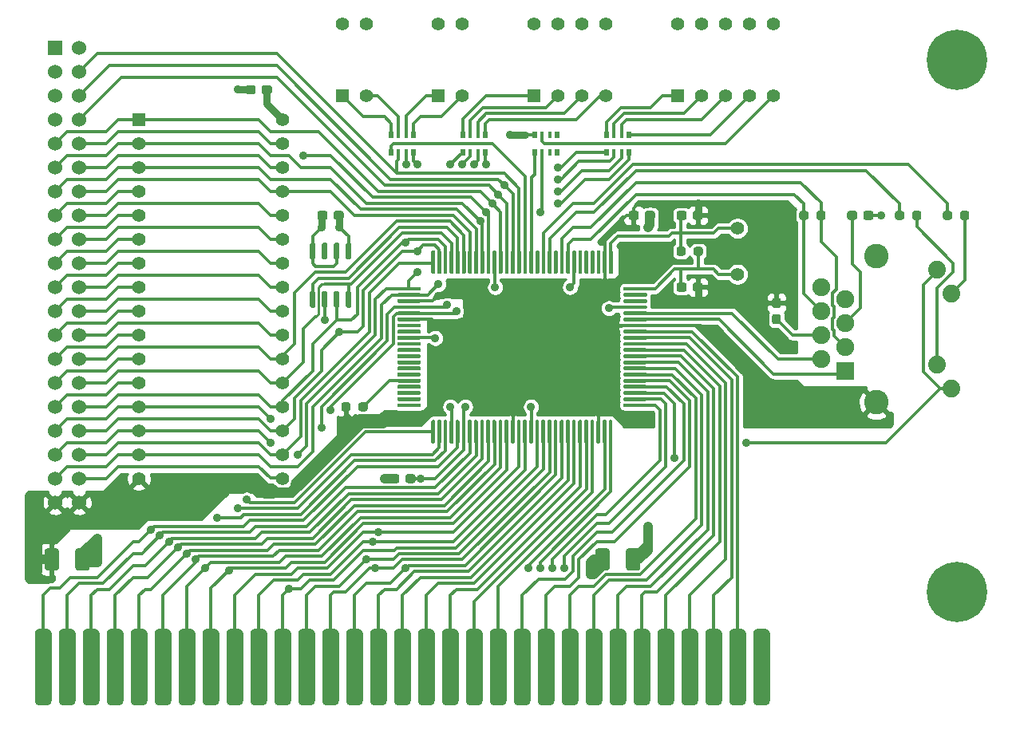
<source format=gtl>
%TF.GenerationSoftware,KiCad,Pcbnew,(5.1.8)-1*%
%TF.CreationDate,2021-04-30T16:31:18-07:00*%
%TF.ProjectId,ISA8_Ethernet,49534138-5f45-4746-9865-726e65742e6b,1.0*%
%TF.SameCoordinates,Original*%
%TF.FileFunction,Copper,L1,Top*%
%TF.FilePolarity,Positive*%
%FSLAX46Y46*%
G04 Gerber Fmt 4.6, Leading zero omitted, Abs format (unit mm)*
G04 Created by KiCad (PCBNEW (5.1.8)-1) date 2021-04-30 16:31:18*
%MOMM*%
%LPD*%
G01*
G04 APERTURE LIST*
%TA.AperFunction,ComponentPad*%
%ADD10C,1.524000*%
%TD*%
%TA.AperFunction,ComponentPad*%
%ADD11R,1.524000X1.524000*%
%TD*%
%TA.AperFunction,ComponentPad*%
%ADD12C,1.397000*%
%TD*%
%TA.AperFunction,ComponentPad*%
%ADD13R,1.397000X1.397000*%
%TD*%
%TA.AperFunction,SMDPad,CuDef*%
%ADD14R,0.500000X0.800000*%
%TD*%
%TA.AperFunction,SMDPad,CuDef*%
%ADD15R,0.400000X0.800000*%
%TD*%
%TA.AperFunction,ComponentPad*%
%ADD16C,6.400000*%
%TD*%
%TA.AperFunction,ComponentPad*%
%ADD17C,0.800000*%
%TD*%
%TA.AperFunction,ComponentPad*%
%ADD18R,1.900000X1.900000*%
%TD*%
%TA.AperFunction,ComponentPad*%
%ADD19C,1.900000*%
%TD*%
%TA.AperFunction,ComponentPad*%
%ADD20C,1.890000*%
%TD*%
%TA.AperFunction,ComponentPad*%
%ADD21C,2.600000*%
%TD*%
%TA.AperFunction,ViaPad*%
%ADD22C,0.889000*%
%TD*%
%TA.AperFunction,Conductor*%
%ADD23C,0.368300*%
%TD*%
%TA.AperFunction,Conductor*%
%ADD24C,1.016000*%
%TD*%
%TA.AperFunction,Conductor*%
%ADD25C,0.762000*%
%TD*%
%TA.AperFunction,Conductor*%
%ADD26C,1.524000*%
%TD*%
%TA.AperFunction,Conductor*%
%ADD27C,0.254000*%
%TD*%
%TA.AperFunction,Conductor*%
%ADD28C,0.150000*%
%TD*%
G04 APERTURE END LIST*
D10*
%TO.P,J2,40*%
%TO.N,GND*%
X107950000Y-113030000D03*
%TO.P,J2,39*%
X105410000Y-113030000D03*
%TO.P,J2,38*%
%TO.N,/BD3*%
X107950000Y-110490000D03*
%TO.P,J2,37*%
%TO.N,/BD2*%
X105410000Y-110490000D03*
%TO.P,J2,36*%
%TO.N,/BD4*%
X107950000Y-107950000D03*
%TO.P,J2,35*%
%TO.N,/BD1*%
X105410000Y-107950000D03*
%TO.P,J2,34*%
%TO.N,/BD5*%
X107950000Y-105410000D03*
%TO.P,J2,33*%
%TO.N,/BD0*%
X105410000Y-105410000D03*
%TO.P,J2,32*%
%TO.N,/BD6*%
X107950000Y-102870000D03*
%TO.P,J2,31*%
%TO.N,/A0*%
X105410000Y-102870000D03*
%TO.P,J2,29*%
%TO.N,/A1*%
X105410000Y-100330000D03*
%TO.P,J2,30*%
%TO.N,/BD7*%
X107950000Y-100330000D03*
%TO.P,J2,27*%
%TO.N,/A2*%
X105410000Y-97790000D03*
%TO.P,J2,28*%
%TO.N,/~BCS*%
X107950000Y-97790000D03*
%TO.P,J2,26*%
%TO.N,/A10*%
X107950000Y-95250000D03*
%TO.P,J2,25*%
%TO.N,/A3*%
X105410000Y-95250000D03*
%TO.P,J2,24*%
%TO.N,/~SMEMR*%
X107950000Y-92710000D03*
%TO.P,J2,23*%
%TO.N,/A4*%
X105410000Y-92710000D03*
%TO.P,J2,22*%
%TO.N,/A11*%
X107950000Y-90170000D03*
%TO.P,J2,21*%
%TO.N,/A5*%
X105410000Y-90170000D03*
%TO.P,J2,20*%
%TO.N,/A9*%
X107950000Y-87630000D03*
%TO.P,J2,19*%
%TO.N,/A6*%
X105410000Y-87630000D03*
%TO.P,J2,18*%
%TO.N,/A8*%
X107950000Y-85090000D03*
%TO.P,J2,17*%
%TO.N,/A7*%
X105410000Y-85090000D03*
%TO.P,J2,16*%
%TO.N,/A13*%
X107950000Y-82550000D03*
%TO.P,J2,15*%
%TO.N,/A12*%
X105410000Y-82550000D03*
%TO.P,J2,14*%
%TO.N,/BA14*%
X107950000Y-80010000D03*
%TO.P,J2,13*%
%TO.N,/BA15*%
X105410000Y-80010000D03*
%TO.P,J2,12*%
%TO.N,/BA17*%
X107950000Y-77470000D03*
%TO.P,J2,11*%
%TO.N,/BA16*%
X105410000Y-77470000D03*
%TO.P,J2,10*%
%TO.N,/~SMEMW*%
X107950000Y-74930000D03*
%TO.P,J2,9*%
%TO.N,/BA18*%
X105410000Y-74930000D03*
%TO.P,J2,8*%
%TO.N,/BA19*%
X107950000Y-72390000D03*
%TO.P,J2,7*%
%TO.N,Net-(J2-Pad7)*%
X105410000Y-72390000D03*
%TO.P,J2,6*%
%TO.N,/BA20*%
X107950000Y-69850000D03*
%TO.P,J2,5*%
%TO.N,Net-(J2-Pad5)*%
X105410000Y-69850000D03*
%TO.P,J2,4*%
%TO.N,/BA21*%
X107950000Y-67310000D03*
%TO.P,J2,3*%
%TO.N,Net-(J2-Pad3)*%
X105410000Y-67310000D03*
%TO.P,J2,2*%
%TO.N,VCC*%
X107950000Y-64770000D03*
D11*
%TO.P,J2,1*%
X105410000Y-64770000D03*
%TD*%
%TO.P,BUS1,32*%
%TO.N,Net-(BUS1-Pad32)*%
%TA.AperFunction,ConnectorPad*%
G36*
G01*
X179451000Y-134112000D02*
X179451000Y-126873000D01*
G75*
G02*
X179895500Y-126428500I444500J0D01*
G01*
X180784500Y-126428500D01*
G75*
G02*
X181229000Y-126873000I0J-444500D01*
G01*
X181229000Y-134112000D01*
G75*
G02*
X180784500Y-134556500I-444500J0D01*
G01*
X179895500Y-134556500D01*
G75*
G02*
X179451000Y-134112000I0J444500D01*
G01*
G37*
%TD.AperFunction*%
%TO.P,BUS1,33*%
%TO.N,/D7*%
%TA.AperFunction,ConnectorPad*%
G36*
G01*
X176911000Y-134112000D02*
X176911000Y-126873000D01*
G75*
G02*
X177355500Y-126428500I444500J0D01*
G01*
X178244500Y-126428500D01*
G75*
G02*
X178689000Y-126873000I0J-444500D01*
G01*
X178689000Y-134112000D01*
G75*
G02*
X178244500Y-134556500I-444500J0D01*
G01*
X177355500Y-134556500D01*
G75*
G02*
X176911000Y-134112000I0J444500D01*
G01*
G37*
%TD.AperFunction*%
%TO.P,BUS1,34*%
%TO.N,/D6*%
%TA.AperFunction,ConnectorPad*%
G36*
G01*
X174371000Y-134112000D02*
X174371000Y-126873000D01*
G75*
G02*
X174815500Y-126428500I444500J0D01*
G01*
X175704500Y-126428500D01*
G75*
G02*
X176149000Y-126873000I0J-444500D01*
G01*
X176149000Y-134112000D01*
G75*
G02*
X175704500Y-134556500I-444500J0D01*
G01*
X174815500Y-134556500D01*
G75*
G02*
X174371000Y-134112000I0J444500D01*
G01*
G37*
%TD.AperFunction*%
%TO.P,BUS1,35*%
%TO.N,/D5*%
%TA.AperFunction,ConnectorPad*%
G36*
G01*
X171831000Y-134112000D02*
X171831000Y-126873000D01*
G75*
G02*
X172275500Y-126428500I444500J0D01*
G01*
X173164500Y-126428500D01*
G75*
G02*
X173609000Y-126873000I0J-444500D01*
G01*
X173609000Y-134112000D01*
G75*
G02*
X173164500Y-134556500I-444500J0D01*
G01*
X172275500Y-134556500D01*
G75*
G02*
X171831000Y-134112000I0J444500D01*
G01*
G37*
%TD.AperFunction*%
%TO.P,BUS1,36*%
%TO.N,/D4*%
%TA.AperFunction,ConnectorPad*%
G36*
G01*
X169291000Y-134112000D02*
X169291000Y-126873000D01*
G75*
G02*
X169735500Y-126428500I444500J0D01*
G01*
X170624500Y-126428500D01*
G75*
G02*
X171069000Y-126873000I0J-444500D01*
G01*
X171069000Y-134112000D01*
G75*
G02*
X170624500Y-134556500I-444500J0D01*
G01*
X169735500Y-134556500D01*
G75*
G02*
X169291000Y-134112000I0J444500D01*
G01*
G37*
%TD.AperFunction*%
%TO.P,BUS1,37*%
%TO.N,/D3*%
%TA.AperFunction,ConnectorPad*%
G36*
G01*
X166751000Y-134112000D02*
X166751000Y-126873000D01*
G75*
G02*
X167195500Y-126428500I444500J0D01*
G01*
X168084500Y-126428500D01*
G75*
G02*
X168529000Y-126873000I0J-444500D01*
G01*
X168529000Y-134112000D01*
G75*
G02*
X168084500Y-134556500I-444500J0D01*
G01*
X167195500Y-134556500D01*
G75*
G02*
X166751000Y-134112000I0J444500D01*
G01*
G37*
%TD.AperFunction*%
%TO.P,BUS1,38*%
%TO.N,/D2*%
%TA.AperFunction,ConnectorPad*%
G36*
G01*
X164211000Y-134112000D02*
X164211000Y-126873000D01*
G75*
G02*
X164655500Y-126428500I444500J0D01*
G01*
X165544500Y-126428500D01*
G75*
G02*
X165989000Y-126873000I0J-444500D01*
G01*
X165989000Y-134112000D01*
G75*
G02*
X165544500Y-134556500I-444500J0D01*
G01*
X164655500Y-134556500D01*
G75*
G02*
X164211000Y-134112000I0J444500D01*
G01*
G37*
%TD.AperFunction*%
%TO.P,BUS1,39*%
%TO.N,/D1*%
%TA.AperFunction,ConnectorPad*%
G36*
G01*
X161671000Y-134112000D02*
X161671000Y-126873000D01*
G75*
G02*
X162115500Y-126428500I444500J0D01*
G01*
X163004500Y-126428500D01*
G75*
G02*
X163449000Y-126873000I0J-444500D01*
G01*
X163449000Y-134112000D01*
G75*
G02*
X163004500Y-134556500I-444500J0D01*
G01*
X162115500Y-134556500D01*
G75*
G02*
X161671000Y-134112000I0J444500D01*
G01*
G37*
%TD.AperFunction*%
%TO.P,BUS1,40*%
%TO.N,/D0*%
%TA.AperFunction,ConnectorPad*%
G36*
G01*
X159131000Y-134112000D02*
X159131000Y-126873000D01*
G75*
G02*
X159575500Y-126428500I444500J0D01*
G01*
X160464500Y-126428500D01*
G75*
G02*
X160909000Y-126873000I0J-444500D01*
G01*
X160909000Y-134112000D01*
G75*
G02*
X160464500Y-134556500I-444500J0D01*
G01*
X159575500Y-134556500D01*
G75*
G02*
X159131000Y-134112000I0J444500D01*
G01*
G37*
%TD.AperFunction*%
%TO.P,BUS1,41*%
%TO.N,/IOCHRDY*%
%TA.AperFunction,ConnectorPad*%
G36*
G01*
X156591000Y-134112000D02*
X156591000Y-126873000D01*
G75*
G02*
X157035500Y-126428500I444500J0D01*
G01*
X157924500Y-126428500D01*
G75*
G02*
X158369000Y-126873000I0J-444500D01*
G01*
X158369000Y-134112000D01*
G75*
G02*
X157924500Y-134556500I-444500J0D01*
G01*
X157035500Y-134556500D01*
G75*
G02*
X156591000Y-134112000I0J444500D01*
G01*
G37*
%TD.AperFunction*%
%TO.P,BUS1,42*%
%TO.N,/AEN*%
%TA.AperFunction,ConnectorPad*%
G36*
G01*
X154051000Y-134112000D02*
X154051000Y-126873000D01*
G75*
G02*
X154495500Y-126428500I444500J0D01*
G01*
X155384500Y-126428500D01*
G75*
G02*
X155829000Y-126873000I0J-444500D01*
G01*
X155829000Y-134112000D01*
G75*
G02*
X155384500Y-134556500I-444500J0D01*
G01*
X154495500Y-134556500D01*
G75*
G02*
X154051000Y-134112000I0J444500D01*
G01*
G37*
%TD.AperFunction*%
%TO.P,BUS1,43*%
%TO.N,/A19*%
%TA.AperFunction,ConnectorPad*%
G36*
G01*
X151511000Y-134112000D02*
X151511000Y-126873000D01*
G75*
G02*
X151955500Y-126428500I444500J0D01*
G01*
X152844500Y-126428500D01*
G75*
G02*
X153289000Y-126873000I0J-444500D01*
G01*
X153289000Y-134112000D01*
G75*
G02*
X152844500Y-134556500I-444500J0D01*
G01*
X151955500Y-134556500D01*
G75*
G02*
X151511000Y-134112000I0J444500D01*
G01*
G37*
%TD.AperFunction*%
%TO.P,BUS1,44*%
%TO.N,/A18*%
%TA.AperFunction,ConnectorPad*%
G36*
G01*
X148971000Y-134112000D02*
X148971000Y-126873000D01*
G75*
G02*
X149415500Y-126428500I444500J0D01*
G01*
X150304500Y-126428500D01*
G75*
G02*
X150749000Y-126873000I0J-444500D01*
G01*
X150749000Y-134112000D01*
G75*
G02*
X150304500Y-134556500I-444500J0D01*
G01*
X149415500Y-134556500D01*
G75*
G02*
X148971000Y-134112000I0J444500D01*
G01*
G37*
%TD.AperFunction*%
%TO.P,BUS1,45*%
%TO.N,/A17*%
%TA.AperFunction,ConnectorPad*%
G36*
G01*
X146431000Y-134112000D02*
X146431000Y-126873000D01*
G75*
G02*
X146875500Y-126428500I444500J0D01*
G01*
X147764500Y-126428500D01*
G75*
G02*
X148209000Y-126873000I0J-444500D01*
G01*
X148209000Y-134112000D01*
G75*
G02*
X147764500Y-134556500I-444500J0D01*
G01*
X146875500Y-134556500D01*
G75*
G02*
X146431000Y-134112000I0J444500D01*
G01*
G37*
%TD.AperFunction*%
%TO.P,BUS1,46*%
%TO.N,/A16*%
%TA.AperFunction,ConnectorPad*%
G36*
G01*
X143891000Y-134112000D02*
X143891000Y-126873000D01*
G75*
G02*
X144335500Y-126428500I444500J0D01*
G01*
X145224500Y-126428500D01*
G75*
G02*
X145669000Y-126873000I0J-444500D01*
G01*
X145669000Y-134112000D01*
G75*
G02*
X145224500Y-134556500I-444500J0D01*
G01*
X144335500Y-134556500D01*
G75*
G02*
X143891000Y-134112000I0J444500D01*
G01*
G37*
%TD.AperFunction*%
%TO.P,BUS1,47*%
%TO.N,/A15*%
%TA.AperFunction,ConnectorPad*%
G36*
G01*
X141351000Y-134112000D02*
X141351000Y-126873000D01*
G75*
G02*
X141795500Y-126428500I444500J0D01*
G01*
X142684500Y-126428500D01*
G75*
G02*
X143129000Y-126873000I0J-444500D01*
G01*
X143129000Y-134112000D01*
G75*
G02*
X142684500Y-134556500I-444500J0D01*
G01*
X141795500Y-134556500D01*
G75*
G02*
X141351000Y-134112000I0J444500D01*
G01*
G37*
%TD.AperFunction*%
%TO.P,BUS1,48*%
%TO.N,/A14*%
%TA.AperFunction,ConnectorPad*%
G36*
G01*
X138811000Y-134112000D02*
X138811000Y-126873000D01*
G75*
G02*
X139255500Y-126428500I444500J0D01*
G01*
X140144500Y-126428500D01*
G75*
G02*
X140589000Y-126873000I0J-444500D01*
G01*
X140589000Y-134112000D01*
G75*
G02*
X140144500Y-134556500I-444500J0D01*
G01*
X139255500Y-134556500D01*
G75*
G02*
X138811000Y-134112000I0J444500D01*
G01*
G37*
%TD.AperFunction*%
%TO.P,BUS1,49*%
%TO.N,/A13*%
%TA.AperFunction,ConnectorPad*%
G36*
G01*
X136271000Y-134112000D02*
X136271000Y-126873000D01*
G75*
G02*
X136715500Y-126428500I444500J0D01*
G01*
X137604500Y-126428500D01*
G75*
G02*
X138049000Y-126873000I0J-444500D01*
G01*
X138049000Y-134112000D01*
G75*
G02*
X137604500Y-134556500I-444500J0D01*
G01*
X136715500Y-134556500D01*
G75*
G02*
X136271000Y-134112000I0J444500D01*
G01*
G37*
%TD.AperFunction*%
%TO.P,BUS1,50*%
%TO.N,/A12*%
%TA.AperFunction,ConnectorPad*%
G36*
G01*
X133731000Y-134112000D02*
X133731000Y-126873000D01*
G75*
G02*
X134175500Y-126428500I444500J0D01*
G01*
X135064500Y-126428500D01*
G75*
G02*
X135509000Y-126873000I0J-444500D01*
G01*
X135509000Y-134112000D01*
G75*
G02*
X135064500Y-134556500I-444500J0D01*
G01*
X134175500Y-134556500D01*
G75*
G02*
X133731000Y-134112000I0J444500D01*
G01*
G37*
%TD.AperFunction*%
%TO.P,BUS1,51*%
%TO.N,/A11*%
%TA.AperFunction,ConnectorPad*%
G36*
G01*
X131191000Y-134112000D02*
X131191000Y-126873000D01*
G75*
G02*
X131635500Y-126428500I444500J0D01*
G01*
X132524500Y-126428500D01*
G75*
G02*
X132969000Y-126873000I0J-444500D01*
G01*
X132969000Y-134112000D01*
G75*
G02*
X132524500Y-134556500I-444500J0D01*
G01*
X131635500Y-134556500D01*
G75*
G02*
X131191000Y-134112000I0J444500D01*
G01*
G37*
%TD.AperFunction*%
%TO.P,BUS1,52*%
%TO.N,/A10*%
%TA.AperFunction,ConnectorPad*%
G36*
G01*
X128651000Y-134112000D02*
X128651000Y-126873000D01*
G75*
G02*
X129095500Y-126428500I444500J0D01*
G01*
X129984500Y-126428500D01*
G75*
G02*
X130429000Y-126873000I0J-444500D01*
G01*
X130429000Y-134112000D01*
G75*
G02*
X129984500Y-134556500I-444500J0D01*
G01*
X129095500Y-134556500D01*
G75*
G02*
X128651000Y-134112000I0J444500D01*
G01*
G37*
%TD.AperFunction*%
%TO.P,BUS1,53*%
%TO.N,/A9*%
%TA.AperFunction,ConnectorPad*%
G36*
G01*
X126111000Y-134112000D02*
X126111000Y-126873000D01*
G75*
G02*
X126555500Y-126428500I444500J0D01*
G01*
X127444500Y-126428500D01*
G75*
G02*
X127889000Y-126873000I0J-444500D01*
G01*
X127889000Y-134112000D01*
G75*
G02*
X127444500Y-134556500I-444500J0D01*
G01*
X126555500Y-134556500D01*
G75*
G02*
X126111000Y-134112000I0J444500D01*
G01*
G37*
%TD.AperFunction*%
%TO.P,BUS1,54*%
%TO.N,/A8*%
%TA.AperFunction,ConnectorPad*%
G36*
G01*
X123571000Y-134112000D02*
X123571000Y-126873000D01*
G75*
G02*
X124015500Y-126428500I444500J0D01*
G01*
X124904500Y-126428500D01*
G75*
G02*
X125349000Y-126873000I0J-444500D01*
G01*
X125349000Y-134112000D01*
G75*
G02*
X124904500Y-134556500I-444500J0D01*
G01*
X124015500Y-134556500D01*
G75*
G02*
X123571000Y-134112000I0J444500D01*
G01*
G37*
%TD.AperFunction*%
%TO.P,BUS1,55*%
%TO.N,/A7*%
%TA.AperFunction,ConnectorPad*%
G36*
G01*
X121031000Y-134112000D02*
X121031000Y-126873000D01*
G75*
G02*
X121475500Y-126428500I444500J0D01*
G01*
X122364500Y-126428500D01*
G75*
G02*
X122809000Y-126873000I0J-444500D01*
G01*
X122809000Y-134112000D01*
G75*
G02*
X122364500Y-134556500I-444500J0D01*
G01*
X121475500Y-134556500D01*
G75*
G02*
X121031000Y-134112000I0J444500D01*
G01*
G37*
%TD.AperFunction*%
%TO.P,BUS1,56*%
%TO.N,/A6*%
%TA.AperFunction,ConnectorPad*%
G36*
G01*
X118491000Y-134112000D02*
X118491000Y-126873000D01*
G75*
G02*
X118935500Y-126428500I444500J0D01*
G01*
X119824500Y-126428500D01*
G75*
G02*
X120269000Y-126873000I0J-444500D01*
G01*
X120269000Y-134112000D01*
G75*
G02*
X119824500Y-134556500I-444500J0D01*
G01*
X118935500Y-134556500D01*
G75*
G02*
X118491000Y-134112000I0J444500D01*
G01*
G37*
%TD.AperFunction*%
%TO.P,BUS1,57*%
%TO.N,/A5*%
%TA.AperFunction,ConnectorPad*%
G36*
G01*
X115951000Y-134112000D02*
X115951000Y-126873000D01*
G75*
G02*
X116395500Y-126428500I444500J0D01*
G01*
X117284500Y-126428500D01*
G75*
G02*
X117729000Y-126873000I0J-444500D01*
G01*
X117729000Y-134112000D01*
G75*
G02*
X117284500Y-134556500I-444500J0D01*
G01*
X116395500Y-134556500D01*
G75*
G02*
X115951000Y-134112000I0J444500D01*
G01*
G37*
%TD.AperFunction*%
%TO.P,BUS1,58*%
%TO.N,/A4*%
%TA.AperFunction,ConnectorPad*%
G36*
G01*
X113411000Y-134112000D02*
X113411000Y-126873000D01*
G75*
G02*
X113855500Y-126428500I444500J0D01*
G01*
X114744500Y-126428500D01*
G75*
G02*
X115189000Y-126873000I0J-444500D01*
G01*
X115189000Y-134112000D01*
G75*
G02*
X114744500Y-134556500I-444500J0D01*
G01*
X113855500Y-134556500D01*
G75*
G02*
X113411000Y-134112000I0J444500D01*
G01*
G37*
%TD.AperFunction*%
%TO.P,BUS1,59*%
%TO.N,/A3*%
%TA.AperFunction,ConnectorPad*%
G36*
G01*
X110871000Y-134112000D02*
X110871000Y-126873000D01*
G75*
G02*
X111315500Y-126428500I444500J0D01*
G01*
X112204500Y-126428500D01*
G75*
G02*
X112649000Y-126873000I0J-444500D01*
G01*
X112649000Y-134112000D01*
G75*
G02*
X112204500Y-134556500I-444500J0D01*
G01*
X111315500Y-134556500D01*
G75*
G02*
X110871000Y-134112000I0J444500D01*
G01*
G37*
%TD.AperFunction*%
%TO.P,BUS1,60*%
%TO.N,/A2*%
%TA.AperFunction,ConnectorPad*%
G36*
G01*
X108331000Y-134112000D02*
X108331000Y-126873000D01*
G75*
G02*
X108775500Y-126428500I444500J0D01*
G01*
X109664500Y-126428500D01*
G75*
G02*
X110109000Y-126873000I0J-444500D01*
G01*
X110109000Y-134112000D01*
G75*
G02*
X109664500Y-134556500I-444500J0D01*
G01*
X108775500Y-134556500D01*
G75*
G02*
X108331000Y-134112000I0J444500D01*
G01*
G37*
%TD.AperFunction*%
%TO.P,BUS1,61*%
%TO.N,/A1*%
%TA.AperFunction,ConnectorPad*%
G36*
G01*
X105791000Y-134112000D02*
X105791000Y-126873000D01*
G75*
G02*
X106235500Y-126428500I444500J0D01*
G01*
X107124500Y-126428500D01*
G75*
G02*
X107569000Y-126873000I0J-444500D01*
G01*
X107569000Y-134112000D01*
G75*
G02*
X107124500Y-134556500I-444500J0D01*
G01*
X106235500Y-134556500D01*
G75*
G02*
X105791000Y-134112000I0J444500D01*
G01*
G37*
%TD.AperFunction*%
%TO.P,BUS1,62*%
%TO.N,/A0*%
%TA.AperFunction,ConnectorPad*%
G36*
G01*
X103251000Y-134112000D02*
X103251000Y-126873000D01*
G75*
G02*
X103695500Y-126428500I444500J0D01*
G01*
X104584500Y-126428500D01*
G75*
G02*
X105029000Y-126873000I0J-444500D01*
G01*
X105029000Y-134112000D01*
G75*
G02*
X104584500Y-134556500I-444500J0D01*
G01*
X103695500Y-134556500D01*
G75*
G02*
X103251000Y-134112000I0J444500D01*
G01*
G37*
%TD.AperFunction*%
%TD*%
D12*
%TO.P,SW4,10*%
%TO.N,VCC*%
X171450000Y-62230000D03*
%TO.P,SW4,9*%
X173990000Y-62230000D03*
%TO.P,SW4,8*%
X176530000Y-62230000D03*
%TO.P,SW4,7*%
X179070000Y-62230000D03*
%TO.P,SW4,6*%
X181610000Y-62230000D03*
%TO.P,SW4,5*%
%TO.N,Net-(RN4-Pad7)*%
X181610000Y-69850000D03*
%TO.P,SW4,4*%
%TO.N,Net-(RN3-Pad5)*%
X179070000Y-69850000D03*
%TO.P,SW4,3*%
%TO.N,Net-(RN3-Pad6)*%
X176530000Y-69850000D03*
%TO.P,SW4,2*%
%TO.N,Net-(RN3-Pad7)*%
X173990000Y-69850000D03*
D13*
%TO.P,SW4,1*%
%TO.N,Net-(RN3-Pad8)*%
X171450000Y-69850000D03*
%TD*%
D12*
%TO.P,SW3,8*%
%TO.N,VCC*%
X156210000Y-62230000D03*
%TO.P,SW3,7*%
X158750000Y-62230000D03*
%TO.P,SW3,6*%
X161290000Y-62230000D03*
%TO.P,SW3,5*%
X163830000Y-62230000D03*
%TO.P,SW3,4*%
%TO.N,Net-(RN2-Pad5)*%
X163830000Y-69850000D03*
%TO.P,SW3,3*%
%TO.N,Net-(RN2-Pad6)*%
X161290000Y-69850000D03*
%TO.P,SW3,2*%
%TO.N,Net-(RN2-Pad7)*%
X158750000Y-69850000D03*
D13*
%TO.P,SW3,1*%
%TO.N,Net-(RN2-Pad8)*%
X156210000Y-69850000D03*
%TD*%
D12*
%TO.P,SW2,4*%
%TO.N,VCC*%
X146050000Y-62230000D03*
%TO.P,SW2,3*%
X148590000Y-62230000D03*
%TO.P,SW2,2*%
%TO.N,Net-(RN1-Pad5)*%
X148590000Y-69850000D03*
D13*
%TO.P,SW2,1*%
%TO.N,Net-(RN1-Pad6)*%
X146050000Y-69850000D03*
%TD*%
D12*
%TO.P,SW1,4*%
%TO.N,VCC*%
X135890000Y-62230000D03*
%TO.P,SW1,3*%
X138430000Y-62230000D03*
%TO.P,SW1,2*%
%TO.N,Net-(RN1-Pad7)*%
X138430000Y-69850000D03*
D13*
%TO.P,SW1,1*%
%TO.N,Net-(RN1-Pad8)*%
X135890000Y-69850000D03*
%TD*%
D12*
%TO.P,Y1,2*%
%TO.N,Net-(C2-Pad2)*%
X177800000Y-83919060D03*
%TO.P,Y1,1*%
%TO.N,Net-(C1-Pad2)*%
X177800000Y-88800940D03*
%TD*%
D13*
%TO.P,U2,1*%
%TO.N,/BA18*%
X114300000Y-72390000D03*
D12*
%TO.P,U2,2*%
%TO.N,/BA16*%
X114300000Y-74930000D03*
%TO.P,U2,3*%
%TO.N,/BA15*%
X114300000Y-77470000D03*
%TO.P,U2,4*%
%TO.N,/A12*%
X114300000Y-80010000D03*
%TO.P,U2,5*%
%TO.N,/A7*%
X114300000Y-82550000D03*
%TO.P,U2,6*%
%TO.N,/A6*%
X114300000Y-85090000D03*
%TO.P,U2,7*%
%TO.N,/A5*%
X114300000Y-87630000D03*
%TO.P,U2,8*%
%TO.N,/A4*%
X114300000Y-90170000D03*
%TO.P,U2,9*%
%TO.N,/A3*%
X114300000Y-92710000D03*
%TO.P,U2,10*%
%TO.N,/A2*%
X114300000Y-95250000D03*
%TO.P,U2,11*%
%TO.N,/A1*%
X114300000Y-97790000D03*
%TO.P,U2,12*%
%TO.N,/A0*%
X114300000Y-100330000D03*
%TO.P,U2,13*%
%TO.N,/BD0*%
X114300000Y-102870000D03*
%TO.P,U2,14*%
%TO.N,/BD1*%
X114300000Y-105410000D03*
%TO.P,U2,15*%
%TO.N,/BD2*%
X114300000Y-107950000D03*
%TO.P,U2,16*%
%TO.N,GND*%
X114300000Y-110490000D03*
%TO.P,U2,17*%
%TO.N,/BD3*%
X129540000Y-110490000D03*
%TO.P,U2,18*%
%TO.N,/BD4*%
X129540000Y-107950000D03*
%TO.P,U2,19*%
%TO.N,/BD5*%
X129540000Y-105410000D03*
%TO.P,U2,20*%
%TO.N,/BD6*%
X129540000Y-102870000D03*
%TO.P,U2,21*%
%TO.N,/BD7*%
X129540000Y-100330000D03*
%TO.P,U2,22*%
%TO.N,/~BCS*%
X129540000Y-97790000D03*
%TO.P,U2,23*%
%TO.N,/A10*%
X129540000Y-95250000D03*
%TO.P,U2,24*%
%TO.N,/~SMEMR*%
X129540000Y-92710000D03*
%TO.P,U2,25*%
%TO.N,/A11*%
X129540000Y-90170000D03*
%TO.P,U2,26*%
%TO.N,/A9*%
X129540000Y-87630000D03*
%TO.P,U2,27*%
%TO.N,/A8*%
X129540000Y-85090000D03*
%TO.P,U2,28*%
%TO.N,/A13*%
X129540000Y-82550000D03*
%TO.P,U2,29*%
%TO.N,/BA14*%
X129540000Y-80010000D03*
%TO.P,U2,30*%
%TO.N,/BA17*%
X129540000Y-77470000D03*
%TO.P,U2,31*%
%TO.N,/~SMEMW*%
X129540000Y-74930000D03*
%TO.P,U2,32*%
%TO.N,VCC*%
X129540000Y-72390000D03*
%TD*%
D14*
%TO.P,RN2,5*%
%TO.N,Net-(RN2-Pad5)*%
X151060000Y-74030000D03*
D15*
%TO.P,RN2,6*%
%TO.N,Net-(RN2-Pad6)*%
X150260000Y-74030000D03*
D14*
%TO.P,RN2,8*%
%TO.N,Net-(RN2-Pad8)*%
X148660000Y-74030000D03*
D15*
%TO.P,RN2,7*%
%TO.N,Net-(RN2-Pad7)*%
X149460000Y-74030000D03*
D14*
%TO.P,RN2,4*%
%TO.N,/BD0*%
X151060000Y-75830000D03*
D15*
%TO.P,RN2,2*%
%TO.N,/BD2*%
X149460000Y-75830000D03*
%TO.P,RN2,3*%
%TO.N,/BD1*%
X150260000Y-75830000D03*
D14*
%TO.P,RN2,1*%
%TO.N,/BD3*%
X148660000Y-75830000D03*
%TD*%
D16*
%TO.P,HOLE1,1*%
%TO.N,GND*%
X201041000Y-66040000D03*
D17*
X203441000Y-66040000D03*
X202738056Y-67737056D03*
X201041000Y-68440000D03*
X199343944Y-67737056D03*
X198641000Y-66040000D03*
X199343944Y-64342944D03*
X201041000Y-63640000D03*
X202738056Y-64342944D03*
%TD*%
%TO.P,HOLE2,1*%
%TO.N,GND*%
X202738056Y-120857944D03*
X201041000Y-120155000D03*
X199343944Y-120857944D03*
X198641000Y-122555000D03*
X199343944Y-124252056D03*
X201041000Y-124955000D03*
X202738056Y-124252056D03*
X203441000Y-122555000D03*
D16*
X201041000Y-122555000D03*
%TD*%
%TO.P,U3,1*%
%TO.N,/EECS*%
%TA.AperFunction,SMDPad,CuDef*%
G36*
G01*
X132865000Y-92350000D02*
X132565000Y-92350000D01*
G75*
G02*
X132415000Y-92200000I0J150000D01*
G01*
X132415000Y-90750000D01*
G75*
G02*
X132565000Y-90600000I150000J0D01*
G01*
X132865000Y-90600000D01*
G75*
G02*
X133015000Y-90750000I0J-150000D01*
G01*
X133015000Y-92200000D01*
G75*
G02*
X132865000Y-92350000I-150000J0D01*
G01*
G37*
%TD.AperFunction*%
%TO.P,U3,2*%
%TO.N,/BD5*%
%TA.AperFunction,SMDPad,CuDef*%
G36*
G01*
X134135000Y-92350000D02*
X133835000Y-92350000D01*
G75*
G02*
X133685000Y-92200000I0J150000D01*
G01*
X133685000Y-90750000D01*
G75*
G02*
X133835000Y-90600000I150000J0D01*
G01*
X134135000Y-90600000D01*
G75*
G02*
X134285000Y-90750000I0J-150000D01*
G01*
X134285000Y-92200000D01*
G75*
G02*
X134135000Y-92350000I-150000J0D01*
G01*
G37*
%TD.AperFunction*%
%TO.P,U3,3*%
%TO.N,/BD6*%
%TA.AperFunction,SMDPad,CuDef*%
G36*
G01*
X135405000Y-92350000D02*
X135105000Y-92350000D01*
G75*
G02*
X134955000Y-92200000I0J150000D01*
G01*
X134955000Y-90750000D01*
G75*
G02*
X135105000Y-90600000I150000J0D01*
G01*
X135405000Y-90600000D01*
G75*
G02*
X135555000Y-90750000I0J-150000D01*
G01*
X135555000Y-92200000D01*
G75*
G02*
X135405000Y-92350000I-150000J0D01*
G01*
G37*
%TD.AperFunction*%
%TO.P,U3,4*%
%TO.N,/BD7*%
%TA.AperFunction,SMDPad,CuDef*%
G36*
G01*
X136675000Y-92350000D02*
X136375000Y-92350000D01*
G75*
G02*
X136225000Y-92200000I0J150000D01*
G01*
X136225000Y-90750000D01*
G75*
G02*
X136375000Y-90600000I150000J0D01*
G01*
X136675000Y-90600000D01*
G75*
G02*
X136825000Y-90750000I0J-150000D01*
G01*
X136825000Y-92200000D01*
G75*
G02*
X136675000Y-92350000I-150000J0D01*
G01*
G37*
%TD.AperFunction*%
%TO.P,U3,5*%
%TO.N,GND*%
%TA.AperFunction,SMDPad,CuDef*%
G36*
G01*
X136675000Y-87200000D02*
X136375000Y-87200000D01*
G75*
G02*
X136225000Y-87050000I0J150000D01*
G01*
X136225000Y-85600000D01*
G75*
G02*
X136375000Y-85450000I150000J0D01*
G01*
X136675000Y-85450000D01*
G75*
G02*
X136825000Y-85600000I0J-150000D01*
G01*
X136825000Y-87050000D01*
G75*
G02*
X136675000Y-87200000I-150000J0D01*
G01*
G37*
%TD.AperFunction*%
%TO.P,U3,6*%
%TO.N,VCC*%
%TA.AperFunction,SMDPad,CuDef*%
G36*
G01*
X135405000Y-87200000D02*
X135105000Y-87200000D01*
G75*
G02*
X134955000Y-87050000I0J150000D01*
G01*
X134955000Y-85600000D01*
G75*
G02*
X135105000Y-85450000I150000J0D01*
G01*
X135405000Y-85450000D01*
G75*
G02*
X135555000Y-85600000I0J-150000D01*
G01*
X135555000Y-87050000D01*
G75*
G02*
X135405000Y-87200000I-150000J0D01*
G01*
G37*
%TD.AperFunction*%
%TO.P,U3,7*%
%TO.N,Net-(U3-Pad7)*%
%TA.AperFunction,SMDPad,CuDef*%
G36*
G01*
X134135000Y-87200000D02*
X133835000Y-87200000D01*
G75*
G02*
X133685000Y-87050000I0J150000D01*
G01*
X133685000Y-85600000D01*
G75*
G02*
X133835000Y-85450000I150000J0D01*
G01*
X134135000Y-85450000D01*
G75*
G02*
X134285000Y-85600000I0J-150000D01*
G01*
X134285000Y-87050000D01*
G75*
G02*
X134135000Y-87200000I-150000J0D01*
G01*
G37*
%TD.AperFunction*%
%TO.P,U3,8*%
%TO.N,VCC*%
%TA.AperFunction,SMDPad,CuDef*%
G36*
G01*
X132865000Y-87200000D02*
X132565000Y-87200000D01*
G75*
G02*
X132415000Y-87050000I0J150000D01*
G01*
X132415000Y-85600000D01*
G75*
G02*
X132565000Y-85450000I150000J0D01*
G01*
X132865000Y-85450000D01*
G75*
G02*
X133015000Y-85600000I0J-150000D01*
G01*
X133015000Y-87050000D01*
G75*
G02*
X132865000Y-87200000I-150000J0D01*
G01*
G37*
%TD.AperFunction*%
%TD*%
%TO.P,C1,2*%
%TO.N,Net-(C1-Pad2)*%
%TA.AperFunction,SMDPad,CuDef*%
G36*
G01*
X172395000Y-89932500D02*
X172395000Y-90407500D01*
G75*
G02*
X172157500Y-90645000I-237500J0D01*
G01*
X171557500Y-90645000D01*
G75*
G02*
X171320000Y-90407500I0J237500D01*
G01*
X171320000Y-89932500D01*
G75*
G02*
X171557500Y-89695000I237500J0D01*
G01*
X172157500Y-89695000D01*
G75*
G02*
X172395000Y-89932500I0J-237500D01*
G01*
G37*
%TD.AperFunction*%
%TO.P,C1,1*%
%TO.N,GND*%
%TA.AperFunction,SMDPad,CuDef*%
G36*
G01*
X174120000Y-89932500D02*
X174120000Y-90407500D01*
G75*
G02*
X173882500Y-90645000I-237500J0D01*
G01*
X173282500Y-90645000D01*
G75*
G02*
X173045000Y-90407500I0J237500D01*
G01*
X173045000Y-89932500D01*
G75*
G02*
X173282500Y-89695000I237500J0D01*
G01*
X173882500Y-89695000D01*
G75*
G02*
X174120000Y-89932500I0J-237500D01*
G01*
G37*
%TD.AperFunction*%
%TD*%
%TO.P,C2,1*%
%TO.N,GND*%
%TA.AperFunction,SMDPad,CuDef*%
G36*
G01*
X174120000Y-82312500D02*
X174120000Y-82787500D01*
G75*
G02*
X173882500Y-83025000I-237500J0D01*
G01*
X173282500Y-83025000D01*
G75*
G02*
X173045000Y-82787500I0J237500D01*
G01*
X173045000Y-82312500D01*
G75*
G02*
X173282500Y-82075000I237500J0D01*
G01*
X173882500Y-82075000D01*
G75*
G02*
X174120000Y-82312500I0J-237500D01*
G01*
G37*
%TD.AperFunction*%
%TO.P,C2,2*%
%TO.N,Net-(C2-Pad2)*%
%TA.AperFunction,SMDPad,CuDef*%
G36*
G01*
X172395000Y-82312500D02*
X172395000Y-82787500D01*
G75*
G02*
X172157500Y-83025000I-237500J0D01*
G01*
X171557500Y-83025000D01*
G75*
G02*
X171320000Y-82787500I0J237500D01*
G01*
X171320000Y-82312500D01*
G75*
G02*
X171557500Y-82075000I237500J0D01*
G01*
X172157500Y-82075000D01*
G75*
G02*
X172395000Y-82312500I0J-237500D01*
G01*
G37*
%TD.AperFunction*%
%TD*%
%TO.P,C3,1*%
%TO.N,Net-(C3-Pad1)*%
%TA.AperFunction,SMDPad,CuDef*%
G36*
G01*
X182165000Y-94110000D02*
X181690000Y-94110000D01*
G75*
G02*
X181452500Y-93872500I0J237500D01*
G01*
X181452500Y-93272500D01*
G75*
G02*
X181690000Y-93035000I237500J0D01*
G01*
X182165000Y-93035000D01*
G75*
G02*
X182402500Y-93272500I0J-237500D01*
G01*
X182402500Y-93872500D01*
G75*
G02*
X182165000Y-94110000I-237500J0D01*
G01*
G37*
%TD.AperFunction*%
%TO.P,C3,2*%
%TO.N,GND*%
%TA.AperFunction,SMDPad,CuDef*%
G36*
G01*
X182165000Y-92385000D02*
X181690000Y-92385000D01*
G75*
G02*
X181452500Y-92147500I0J237500D01*
G01*
X181452500Y-91547500D01*
G75*
G02*
X181690000Y-91310000I237500J0D01*
G01*
X182165000Y-91310000D01*
G75*
G02*
X182402500Y-91547500I0J-237500D01*
G01*
X182402500Y-92147500D01*
G75*
G02*
X182165000Y-92385000I-237500J0D01*
G01*
G37*
%TD.AperFunction*%
%TD*%
%TO.P,C4,2*%
%TO.N,GND*%
%TA.AperFunction,SMDPad,CuDef*%
G36*
G01*
X191142500Y-82787500D02*
X191142500Y-82312500D01*
G75*
G02*
X191380000Y-82075000I237500J0D01*
G01*
X191980000Y-82075000D01*
G75*
G02*
X192217500Y-82312500I0J-237500D01*
G01*
X192217500Y-82787500D01*
G75*
G02*
X191980000Y-83025000I-237500J0D01*
G01*
X191380000Y-83025000D01*
G75*
G02*
X191142500Y-82787500I0J237500D01*
G01*
G37*
%TD.AperFunction*%
%TO.P,C4,1*%
%TO.N,Net-(C4-Pad1)*%
%TA.AperFunction,SMDPad,CuDef*%
G36*
G01*
X189417500Y-82787500D02*
X189417500Y-82312500D01*
G75*
G02*
X189655000Y-82075000I237500J0D01*
G01*
X190255000Y-82075000D01*
G75*
G02*
X190492500Y-82312500I0J-237500D01*
G01*
X190492500Y-82787500D01*
G75*
G02*
X190255000Y-83025000I-237500J0D01*
G01*
X189655000Y-83025000D01*
G75*
G02*
X189417500Y-82787500I0J237500D01*
G01*
G37*
%TD.AperFunction*%
%TD*%
%TO.P,C5,2*%
%TO.N,GND*%
%TA.AperFunction,SMDPad,CuDef*%
G36*
G01*
X167315000Y-82312500D02*
X167315000Y-82787500D01*
G75*
G02*
X167077500Y-83025000I-237500J0D01*
G01*
X166477500Y-83025000D01*
G75*
G02*
X166240000Y-82787500I0J237500D01*
G01*
X166240000Y-82312500D01*
G75*
G02*
X166477500Y-82075000I237500J0D01*
G01*
X167077500Y-82075000D01*
G75*
G02*
X167315000Y-82312500I0J-237500D01*
G01*
G37*
%TD.AperFunction*%
%TO.P,C5,1*%
%TO.N,VCC*%
%TA.AperFunction,SMDPad,CuDef*%
G36*
G01*
X169040000Y-82312500D02*
X169040000Y-82787500D01*
G75*
G02*
X168802500Y-83025000I-237500J0D01*
G01*
X168202500Y-83025000D01*
G75*
G02*
X167965000Y-82787500I0J237500D01*
G01*
X167965000Y-82312500D01*
G75*
G02*
X168202500Y-82075000I237500J0D01*
G01*
X168802500Y-82075000D01*
G75*
G02*
X169040000Y-82312500I0J-237500D01*
G01*
G37*
%TD.AperFunction*%
%TD*%
%TO.P,C6,1*%
%TO.N,VCC*%
%TA.AperFunction,SMDPad,CuDef*%
G36*
G01*
X143640000Y-110252500D02*
X143640000Y-110727500D01*
G75*
G02*
X143402500Y-110965000I-237500J0D01*
G01*
X142802500Y-110965000D01*
G75*
G02*
X142565000Y-110727500I0J237500D01*
G01*
X142565000Y-110252500D01*
G75*
G02*
X142802500Y-110015000I237500J0D01*
G01*
X143402500Y-110015000D01*
G75*
G02*
X143640000Y-110252500I0J-237500D01*
G01*
G37*
%TD.AperFunction*%
%TO.P,C6,2*%
%TO.N,GND*%
%TA.AperFunction,SMDPad,CuDef*%
G36*
G01*
X141915000Y-110252500D02*
X141915000Y-110727500D01*
G75*
G02*
X141677500Y-110965000I-237500J0D01*
G01*
X141077500Y-110965000D01*
G75*
G02*
X140840000Y-110727500I0J237500D01*
G01*
X140840000Y-110252500D01*
G75*
G02*
X141077500Y-110015000I237500J0D01*
G01*
X141677500Y-110015000D01*
G75*
G02*
X141915000Y-110252500I0J-237500D01*
G01*
G37*
%TD.AperFunction*%
%TD*%
%TO.P,C7,2*%
%TO.N,GND*%
%TA.AperFunction,SMDPad,CuDef*%
G36*
G01*
X126675000Y-68977500D02*
X126675000Y-69452500D01*
G75*
G02*
X126437500Y-69690000I-237500J0D01*
G01*
X125837500Y-69690000D01*
G75*
G02*
X125600000Y-69452500I0J237500D01*
G01*
X125600000Y-68977500D01*
G75*
G02*
X125837500Y-68740000I237500J0D01*
G01*
X126437500Y-68740000D01*
G75*
G02*
X126675000Y-68977500I0J-237500D01*
G01*
G37*
%TD.AperFunction*%
%TO.P,C7,1*%
%TO.N,VCC*%
%TA.AperFunction,SMDPad,CuDef*%
G36*
G01*
X128400000Y-68977500D02*
X128400000Y-69452500D01*
G75*
G02*
X128162500Y-69690000I-237500J0D01*
G01*
X127562500Y-69690000D01*
G75*
G02*
X127325000Y-69452500I0J237500D01*
G01*
X127325000Y-68977500D01*
G75*
G02*
X127562500Y-68740000I237500J0D01*
G01*
X128162500Y-68740000D01*
G75*
G02*
X128400000Y-68977500I0J-237500D01*
G01*
G37*
%TD.AperFunction*%
%TD*%
%TO.P,C8,1*%
%TO.N,VCC*%
%TA.AperFunction,SMDPad,CuDef*%
G36*
G01*
X133220000Y-82787500D02*
X133220000Y-82312500D01*
G75*
G02*
X133457500Y-82075000I237500J0D01*
G01*
X134057500Y-82075000D01*
G75*
G02*
X134295000Y-82312500I0J-237500D01*
G01*
X134295000Y-82787500D01*
G75*
G02*
X134057500Y-83025000I-237500J0D01*
G01*
X133457500Y-83025000D01*
G75*
G02*
X133220000Y-82787500I0J237500D01*
G01*
G37*
%TD.AperFunction*%
%TO.P,C8,2*%
%TO.N,GND*%
%TA.AperFunction,SMDPad,CuDef*%
G36*
G01*
X134945000Y-82787500D02*
X134945000Y-82312500D01*
G75*
G02*
X135182500Y-82075000I237500J0D01*
G01*
X135782500Y-82075000D01*
G75*
G02*
X136020000Y-82312500I0J-237500D01*
G01*
X136020000Y-82787500D01*
G75*
G02*
X135782500Y-83025000I-237500J0D01*
G01*
X135182500Y-83025000D01*
G75*
G02*
X134945000Y-82787500I0J237500D01*
G01*
G37*
%TD.AperFunction*%
%TD*%
%TO.P,R1,2*%
%TO.N,/TP_RX-*%
%TA.AperFunction,SMDPad,CuDef*%
G36*
G01*
X185312500Y-82312500D02*
X185312500Y-82787500D01*
G75*
G02*
X185075000Y-83025000I-237500J0D01*
G01*
X184575000Y-83025000D01*
G75*
G02*
X184337500Y-82787500I0J237500D01*
G01*
X184337500Y-82312500D01*
G75*
G02*
X184575000Y-82075000I237500J0D01*
G01*
X185075000Y-82075000D01*
G75*
G02*
X185312500Y-82312500I0J-237500D01*
G01*
G37*
%TD.AperFunction*%
%TO.P,R1,1*%
%TO.N,/TP_RX+*%
%TA.AperFunction,SMDPad,CuDef*%
G36*
G01*
X187137500Y-82312500D02*
X187137500Y-82787500D01*
G75*
G02*
X186900000Y-83025000I-237500J0D01*
G01*
X186400000Y-83025000D01*
G75*
G02*
X186162500Y-82787500I0J237500D01*
G01*
X186162500Y-82312500D01*
G75*
G02*
X186400000Y-82075000I237500J0D01*
G01*
X186900000Y-82075000D01*
G75*
G02*
X187137500Y-82312500I0J-237500D01*
G01*
G37*
%TD.AperFunction*%
%TD*%
%TO.P,R2,1*%
%TO.N,Net-(J1-PadL3)*%
%TA.AperFunction,SMDPad,CuDef*%
G36*
G01*
X197297500Y-82312500D02*
X197297500Y-82787500D01*
G75*
G02*
X197060000Y-83025000I-237500J0D01*
G01*
X196560000Y-83025000D01*
G75*
G02*
X196322500Y-82787500I0J237500D01*
G01*
X196322500Y-82312500D01*
G75*
G02*
X196560000Y-82075000I237500J0D01*
G01*
X197060000Y-82075000D01*
G75*
G02*
X197297500Y-82312500I0J-237500D01*
G01*
G37*
%TD.AperFunction*%
%TO.P,R2,2*%
%TO.N,/LED_LINK*%
%TA.AperFunction,SMDPad,CuDef*%
G36*
G01*
X195472500Y-82312500D02*
X195472500Y-82787500D01*
G75*
G02*
X195235000Y-83025000I-237500J0D01*
G01*
X194735000Y-83025000D01*
G75*
G02*
X194497500Y-82787500I0J237500D01*
G01*
X194497500Y-82312500D01*
G75*
G02*
X194735000Y-82075000I237500J0D01*
G01*
X195235000Y-82075000D01*
G75*
G02*
X195472500Y-82312500I0J-237500D01*
G01*
G37*
%TD.AperFunction*%
%TD*%
%TO.P,R3,2*%
%TO.N,/LED_CRS*%
%TA.AperFunction,SMDPad,CuDef*%
G36*
G01*
X200552500Y-82312500D02*
X200552500Y-82787500D01*
G75*
G02*
X200315000Y-83025000I-237500J0D01*
G01*
X199815000Y-83025000D01*
G75*
G02*
X199577500Y-82787500I0J237500D01*
G01*
X199577500Y-82312500D01*
G75*
G02*
X199815000Y-82075000I237500J0D01*
G01*
X200315000Y-82075000D01*
G75*
G02*
X200552500Y-82312500I0J-237500D01*
G01*
G37*
%TD.AperFunction*%
%TO.P,R3,1*%
%TO.N,Net-(J1-PadL2)*%
%TA.AperFunction,SMDPad,CuDef*%
G36*
G01*
X202377500Y-82312500D02*
X202377500Y-82787500D01*
G75*
G02*
X202140000Y-83025000I-237500J0D01*
G01*
X201640000Y-83025000D01*
G75*
G02*
X201402500Y-82787500I0J237500D01*
G01*
X201402500Y-82312500D01*
G75*
G02*
X201640000Y-82075000I237500J0D01*
G01*
X202140000Y-82075000D01*
G75*
G02*
X202377500Y-82312500I0J-237500D01*
G01*
G37*
%TD.AperFunction*%
%TD*%
%TO.P,R6,1*%
%TO.N,GND*%
%TA.AperFunction,SMDPad,CuDef*%
G36*
G01*
X135760000Y-103107500D02*
X135760000Y-102632500D01*
G75*
G02*
X135997500Y-102395000I237500J0D01*
G01*
X136497500Y-102395000D01*
G75*
G02*
X136735000Y-102632500I0J-237500D01*
G01*
X136735000Y-103107500D01*
G75*
G02*
X136497500Y-103345000I-237500J0D01*
G01*
X135997500Y-103345000D01*
G75*
G02*
X135760000Y-103107500I0J237500D01*
G01*
G37*
%TD.AperFunction*%
%TO.P,R6,2*%
%TO.N,/~IOCS16*%
%TA.AperFunction,SMDPad,CuDef*%
G36*
G01*
X137585000Y-103107500D02*
X137585000Y-102632500D01*
G75*
G02*
X137822500Y-102395000I237500J0D01*
G01*
X138322500Y-102395000D01*
G75*
G02*
X138560000Y-102632500I0J-237500D01*
G01*
X138560000Y-103107500D01*
G75*
G02*
X138322500Y-103345000I-237500J0D01*
G01*
X137822500Y-103345000D01*
G75*
G02*
X137585000Y-103107500I0J237500D01*
G01*
G37*
%TD.AperFunction*%
%TD*%
%TO.P,R7,2*%
%TO.N,Net-(C2-Pad2)*%
%TA.AperFunction,SMDPad,CuDef*%
G36*
G01*
X172295000Y-86122500D02*
X172295000Y-86597500D01*
G75*
G02*
X172057500Y-86835000I-237500J0D01*
G01*
X171557500Y-86835000D01*
G75*
G02*
X171320000Y-86597500I0J237500D01*
G01*
X171320000Y-86122500D01*
G75*
G02*
X171557500Y-85885000I237500J0D01*
G01*
X172057500Y-85885000D01*
G75*
G02*
X172295000Y-86122500I0J-237500D01*
G01*
G37*
%TD.AperFunction*%
%TO.P,R7,1*%
%TO.N,Net-(C1-Pad2)*%
%TA.AperFunction,SMDPad,CuDef*%
G36*
G01*
X174120000Y-86122500D02*
X174120000Y-86597500D01*
G75*
G02*
X173882500Y-86835000I-237500J0D01*
G01*
X173382500Y-86835000D01*
G75*
G02*
X173145000Y-86597500I0J237500D01*
G01*
X173145000Y-86122500D01*
G75*
G02*
X173382500Y-85885000I237500J0D01*
G01*
X173882500Y-85885000D01*
G75*
G02*
X174120000Y-86122500I0J-237500D01*
G01*
G37*
%TD.AperFunction*%
%TD*%
D14*
%TO.P,RN1,1*%
%TO.N,/JP*%
X141040000Y-75830000D03*
D15*
%TO.P,RN1,3*%
%TO.N,/BD6*%
X142640000Y-75830000D03*
%TO.P,RN1,2*%
%TO.N,/BA21*%
X141840000Y-75830000D03*
D14*
%TO.P,RN1,4*%
%TO.N,/BD5*%
X143440000Y-75830000D03*
D15*
%TO.P,RN1,7*%
%TO.N,Net-(RN1-Pad7)*%
X141840000Y-74030000D03*
D14*
%TO.P,RN1,8*%
%TO.N,Net-(RN1-Pad8)*%
X141040000Y-74030000D03*
D15*
%TO.P,RN1,6*%
%TO.N,Net-(RN1-Pad6)*%
X142640000Y-74030000D03*
D14*
%TO.P,RN1,5*%
%TO.N,Net-(RN1-Pad5)*%
X143440000Y-74030000D03*
%TD*%
%TO.P,RN3,1*%
%TO.N,/BA20*%
X163900000Y-75830000D03*
D15*
%TO.P,RN3,3*%
%TO.N,/BA18*%
X165500000Y-75830000D03*
%TO.P,RN3,2*%
%TO.N,/BA19*%
X164700000Y-75830000D03*
D14*
%TO.P,RN3,4*%
%TO.N,/BA17*%
X166300000Y-75830000D03*
D15*
%TO.P,RN3,7*%
%TO.N,Net-(RN3-Pad7)*%
X164700000Y-74030000D03*
D14*
%TO.P,RN3,8*%
%TO.N,Net-(RN3-Pad8)*%
X163900000Y-74030000D03*
D15*
%TO.P,RN3,6*%
%TO.N,Net-(RN3-Pad6)*%
X165500000Y-74030000D03*
D14*
%TO.P,RN3,5*%
%TO.N,Net-(RN3-Pad5)*%
X166300000Y-74030000D03*
%TD*%
%TO.P,U1,1*%
%TO.N,/IRQ5*%
%TA.AperFunction,SMDPad,CuDef*%
G36*
G01*
X145615000Y-106770000D02*
X145415000Y-106770000D01*
G75*
G02*
X145315000Y-106670000I0J100000D01*
G01*
X145315000Y-104370000D01*
G75*
G02*
X145415000Y-104270000I100000J0D01*
G01*
X145615000Y-104270000D01*
G75*
G02*
X145715000Y-104370000I0J-100000D01*
G01*
X145715000Y-106670000D01*
G75*
G02*
X145615000Y-106770000I-100000J0D01*
G01*
G37*
%TD.AperFunction*%
%TO.P,U1,2*%
%TO.N,/IRQ4*%
%TA.AperFunction,SMDPad,CuDef*%
G36*
G01*
X146265000Y-106770000D02*
X146065000Y-106770000D01*
G75*
G02*
X145965000Y-106670000I0J100000D01*
G01*
X145965000Y-104370000D01*
G75*
G02*
X146065000Y-104270000I100000J0D01*
G01*
X146265000Y-104270000D01*
G75*
G02*
X146365000Y-104370000I0J-100000D01*
G01*
X146365000Y-106670000D01*
G75*
G02*
X146265000Y-106770000I-100000J0D01*
G01*
G37*
%TD.AperFunction*%
%TO.P,U1,3*%
%TO.N,/IRQ3*%
%TA.AperFunction,SMDPad,CuDef*%
G36*
G01*
X146915000Y-106770000D02*
X146715000Y-106770000D01*
G75*
G02*
X146615000Y-106670000I0J100000D01*
G01*
X146615000Y-104370000D01*
G75*
G02*
X146715000Y-104270000I100000J0D01*
G01*
X146915000Y-104270000D01*
G75*
G02*
X147015000Y-104370000I0J-100000D01*
G01*
X147015000Y-106670000D01*
G75*
G02*
X146915000Y-106770000I-100000J0D01*
G01*
G37*
%TD.AperFunction*%
%TO.P,U1,4*%
%TO.N,/IRQ9*%
%TA.AperFunction,SMDPad,CuDef*%
G36*
G01*
X147565000Y-106770000D02*
X147365000Y-106770000D01*
G75*
G02*
X147265000Y-106670000I0J100000D01*
G01*
X147265000Y-104370000D01*
G75*
G02*
X147365000Y-104270000I100000J0D01*
G01*
X147565000Y-104270000D01*
G75*
G02*
X147665000Y-104370000I0J-100000D01*
G01*
X147665000Y-106670000D01*
G75*
G02*
X147565000Y-106770000I-100000J0D01*
G01*
G37*
%TD.AperFunction*%
%TO.P,U1,5*%
%TO.N,/A0*%
%TA.AperFunction,SMDPad,CuDef*%
G36*
G01*
X148190000Y-106770000D02*
X147990000Y-106770000D01*
G75*
G02*
X147890000Y-106670000I0J100000D01*
G01*
X147890000Y-104370000D01*
G75*
G02*
X147990000Y-104270000I100000J0D01*
G01*
X148190000Y-104270000D01*
G75*
G02*
X148290000Y-104370000I0J-100000D01*
G01*
X148290000Y-106670000D01*
G75*
G02*
X148190000Y-106770000I-100000J0D01*
G01*
G37*
%TD.AperFunction*%
%TO.P,U1,6*%
%TO.N,VCC*%
%TA.AperFunction,SMDPad,CuDef*%
G36*
G01*
X148840000Y-106770000D02*
X148640000Y-106770000D01*
G75*
G02*
X148540000Y-106670000I0J100000D01*
G01*
X148540000Y-104370000D01*
G75*
G02*
X148640000Y-104270000I100000J0D01*
G01*
X148840000Y-104270000D01*
G75*
G02*
X148940000Y-104370000I0J-100000D01*
G01*
X148940000Y-106670000D01*
G75*
G02*
X148840000Y-106770000I-100000J0D01*
G01*
G37*
%TD.AperFunction*%
%TO.P,U1,7*%
%TO.N,/A1*%
%TA.AperFunction,SMDPad,CuDef*%
G36*
G01*
X149490000Y-106770000D02*
X149290000Y-106770000D01*
G75*
G02*
X149190000Y-106670000I0J100000D01*
G01*
X149190000Y-104370000D01*
G75*
G02*
X149290000Y-104270000I100000J0D01*
G01*
X149490000Y-104270000D01*
G75*
G02*
X149590000Y-104370000I0J-100000D01*
G01*
X149590000Y-106670000D01*
G75*
G02*
X149490000Y-106770000I-100000J0D01*
G01*
G37*
%TD.AperFunction*%
%TO.P,U1,8*%
%TO.N,/A2*%
%TA.AperFunction,SMDPad,CuDef*%
G36*
G01*
X150140000Y-106770000D02*
X149940000Y-106770000D01*
G75*
G02*
X149840000Y-106670000I0J100000D01*
G01*
X149840000Y-104370000D01*
G75*
G02*
X149940000Y-104270000I100000J0D01*
G01*
X150140000Y-104270000D01*
G75*
G02*
X150240000Y-104370000I0J-100000D01*
G01*
X150240000Y-106670000D01*
G75*
G02*
X150140000Y-106770000I-100000J0D01*
G01*
G37*
%TD.AperFunction*%
%TO.P,U1,9*%
%TO.N,/A3*%
%TA.AperFunction,SMDPad,CuDef*%
G36*
G01*
X150790000Y-106770000D02*
X150590000Y-106770000D01*
G75*
G02*
X150490000Y-106670000I0J100000D01*
G01*
X150490000Y-104370000D01*
G75*
G02*
X150590000Y-104270000I100000J0D01*
G01*
X150790000Y-104270000D01*
G75*
G02*
X150890000Y-104370000I0J-100000D01*
G01*
X150890000Y-106670000D01*
G75*
G02*
X150790000Y-106770000I-100000J0D01*
G01*
G37*
%TD.AperFunction*%
%TO.P,U1,10*%
%TO.N,/A4*%
%TA.AperFunction,SMDPad,CuDef*%
G36*
G01*
X151440000Y-106770000D02*
X151240000Y-106770000D01*
G75*
G02*
X151140000Y-106670000I0J100000D01*
G01*
X151140000Y-104370000D01*
G75*
G02*
X151240000Y-104270000I100000J0D01*
G01*
X151440000Y-104270000D01*
G75*
G02*
X151540000Y-104370000I0J-100000D01*
G01*
X151540000Y-106670000D01*
G75*
G02*
X151440000Y-106770000I-100000J0D01*
G01*
G37*
%TD.AperFunction*%
%TO.P,U1,11*%
%TO.N,/A5*%
%TA.AperFunction,SMDPad,CuDef*%
G36*
G01*
X152090000Y-106770000D02*
X151890000Y-106770000D01*
G75*
G02*
X151790000Y-106670000I0J100000D01*
G01*
X151790000Y-104370000D01*
G75*
G02*
X151890000Y-104270000I100000J0D01*
G01*
X152090000Y-104270000D01*
G75*
G02*
X152190000Y-104370000I0J-100000D01*
G01*
X152190000Y-106670000D01*
G75*
G02*
X152090000Y-106770000I-100000J0D01*
G01*
G37*
%TD.AperFunction*%
%TO.P,U1,12*%
%TO.N,/A6*%
%TA.AperFunction,SMDPad,CuDef*%
G36*
G01*
X152740000Y-106770000D02*
X152540000Y-106770000D01*
G75*
G02*
X152440000Y-106670000I0J100000D01*
G01*
X152440000Y-104370000D01*
G75*
G02*
X152540000Y-104270000I100000J0D01*
G01*
X152740000Y-104270000D01*
G75*
G02*
X152840000Y-104370000I0J-100000D01*
G01*
X152840000Y-106670000D01*
G75*
G02*
X152740000Y-106770000I-100000J0D01*
G01*
G37*
%TD.AperFunction*%
%TO.P,U1,13*%
%TO.N,/A7*%
%TA.AperFunction,SMDPad,CuDef*%
G36*
G01*
X153390000Y-106770000D02*
X153190000Y-106770000D01*
G75*
G02*
X153090000Y-106670000I0J100000D01*
G01*
X153090000Y-104370000D01*
G75*
G02*
X153190000Y-104270000I100000J0D01*
G01*
X153390000Y-104270000D01*
G75*
G02*
X153490000Y-104370000I0J-100000D01*
G01*
X153490000Y-106670000D01*
G75*
G02*
X153390000Y-106770000I-100000J0D01*
G01*
G37*
%TD.AperFunction*%
%TO.P,U1,14*%
%TO.N,GND*%
%TA.AperFunction,SMDPad,CuDef*%
G36*
G01*
X154040000Y-106770000D02*
X153840000Y-106770000D01*
G75*
G02*
X153740000Y-106670000I0J100000D01*
G01*
X153740000Y-104370000D01*
G75*
G02*
X153840000Y-104270000I100000J0D01*
G01*
X154040000Y-104270000D01*
G75*
G02*
X154140000Y-104370000I0J-100000D01*
G01*
X154140000Y-106670000D01*
G75*
G02*
X154040000Y-106770000I-100000J0D01*
G01*
G37*
%TD.AperFunction*%
%TO.P,U1,15*%
%TO.N,/A8*%
%TA.AperFunction,SMDPad,CuDef*%
G36*
G01*
X154690000Y-106770000D02*
X154490000Y-106770000D01*
G75*
G02*
X154390000Y-106670000I0J100000D01*
G01*
X154390000Y-104370000D01*
G75*
G02*
X154490000Y-104270000I100000J0D01*
G01*
X154690000Y-104270000D01*
G75*
G02*
X154790000Y-104370000I0J-100000D01*
G01*
X154790000Y-106670000D01*
G75*
G02*
X154690000Y-106770000I-100000J0D01*
G01*
G37*
%TD.AperFunction*%
%TO.P,U1,16*%
%TO.N,/A9*%
%TA.AperFunction,SMDPad,CuDef*%
G36*
G01*
X155340000Y-106770000D02*
X155140000Y-106770000D01*
G75*
G02*
X155040000Y-106670000I0J100000D01*
G01*
X155040000Y-104370000D01*
G75*
G02*
X155140000Y-104270000I100000J0D01*
G01*
X155340000Y-104270000D01*
G75*
G02*
X155440000Y-104370000I0J-100000D01*
G01*
X155440000Y-106670000D01*
G75*
G02*
X155340000Y-106770000I-100000J0D01*
G01*
G37*
%TD.AperFunction*%
%TO.P,U1,17*%
%TO.N,VCC*%
%TA.AperFunction,SMDPad,CuDef*%
G36*
G01*
X155990000Y-106770000D02*
X155790000Y-106770000D01*
G75*
G02*
X155690000Y-106670000I0J100000D01*
G01*
X155690000Y-104370000D01*
G75*
G02*
X155790000Y-104270000I100000J0D01*
G01*
X155990000Y-104270000D01*
G75*
G02*
X156090000Y-104370000I0J-100000D01*
G01*
X156090000Y-106670000D01*
G75*
G02*
X155990000Y-106770000I-100000J0D01*
G01*
G37*
%TD.AperFunction*%
%TO.P,U1,18*%
%TO.N,/A10*%
%TA.AperFunction,SMDPad,CuDef*%
G36*
G01*
X156640000Y-106770000D02*
X156440000Y-106770000D01*
G75*
G02*
X156340000Y-106670000I0J100000D01*
G01*
X156340000Y-104370000D01*
G75*
G02*
X156440000Y-104270000I100000J0D01*
G01*
X156640000Y-104270000D01*
G75*
G02*
X156740000Y-104370000I0J-100000D01*
G01*
X156740000Y-106670000D01*
G75*
G02*
X156640000Y-106770000I-100000J0D01*
G01*
G37*
%TD.AperFunction*%
%TO.P,U1,19*%
%TO.N,/A11*%
%TA.AperFunction,SMDPad,CuDef*%
G36*
G01*
X157290000Y-106770000D02*
X157090000Y-106770000D01*
G75*
G02*
X156990000Y-106670000I0J100000D01*
G01*
X156990000Y-104370000D01*
G75*
G02*
X157090000Y-104270000I100000J0D01*
G01*
X157290000Y-104270000D01*
G75*
G02*
X157390000Y-104370000I0J-100000D01*
G01*
X157390000Y-106670000D01*
G75*
G02*
X157290000Y-106770000I-100000J0D01*
G01*
G37*
%TD.AperFunction*%
%TO.P,U1,20*%
%TO.N,/A12*%
%TA.AperFunction,SMDPad,CuDef*%
G36*
G01*
X157940000Y-106770000D02*
X157740000Y-106770000D01*
G75*
G02*
X157640000Y-106670000I0J100000D01*
G01*
X157640000Y-104370000D01*
G75*
G02*
X157740000Y-104270000I100000J0D01*
G01*
X157940000Y-104270000D01*
G75*
G02*
X158040000Y-104370000I0J-100000D01*
G01*
X158040000Y-106670000D01*
G75*
G02*
X157940000Y-106770000I-100000J0D01*
G01*
G37*
%TD.AperFunction*%
%TO.P,U1,21*%
%TO.N,/A13*%
%TA.AperFunction,SMDPad,CuDef*%
G36*
G01*
X158590000Y-106770000D02*
X158390000Y-106770000D01*
G75*
G02*
X158290000Y-106670000I0J100000D01*
G01*
X158290000Y-104370000D01*
G75*
G02*
X158390000Y-104270000I100000J0D01*
G01*
X158590000Y-104270000D01*
G75*
G02*
X158690000Y-104370000I0J-100000D01*
G01*
X158690000Y-106670000D01*
G75*
G02*
X158590000Y-106770000I-100000J0D01*
G01*
G37*
%TD.AperFunction*%
%TO.P,U1,22*%
%TO.N,/A14*%
%TA.AperFunction,SMDPad,CuDef*%
G36*
G01*
X159240000Y-106770000D02*
X159040000Y-106770000D01*
G75*
G02*
X158940000Y-106670000I0J100000D01*
G01*
X158940000Y-104370000D01*
G75*
G02*
X159040000Y-104270000I100000J0D01*
G01*
X159240000Y-104270000D01*
G75*
G02*
X159340000Y-104370000I0J-100000D01*
G01*
X159340000Y-106670000D01*
G75*
G02*
X159240000Y-106770000I-100000J0D01*
G01*
G37*
%TD.AperFunction*%
%TO.P,U1,23*%
%TO.N,/A15*%
%TA.AperFunction,SMDPad,CuDef*%
G36*
G01*
X159890000Y-106770000D02*
X159690000Y-106770000D01*
G75*
G02*
X159590000Y-106670000I0J100000D01*
G01*
X159590000Y-104370000D01*
G75*
G02*
X159690000Y-104270000I100000J0D01*
G01*
X159890000Y-104270000D01*
G75*
G02*
X159990000Y-104370000I0J-100000D01*
G01*
X159990000Y-106670000D01*
G75*
G02*
X159890000Y-106770000I-100000J0D01*
G01*
G37*
%TD.AperFunction*%
%TO.P,U1,24*%
%TO.N,/A16*%
%TA.AperFunction,SMDPad,CuDef*%
G36*
G01*
X160540000Y-106770000D02*
X160340000Y-106770000D01*
G75*
G02*
X160240000Y-106670000I0J100000D01*
G01*
X160240000Y-104370000D01*
G75*
G02*
X160340000Y-104270000I100000J0D01*
G01*
X160540000Y-104270000D01*
G75*
G02*
X160640000Y-104370000I0J-100000D01*
G01*
X160640000Y-106670000D01*
G75*
G02*
X160540000Y-106770000I-100000J0D01*
G01*
G37*
%TD.AperFunction*%
%TO.P,U1,25*%
%TO.N,/A17*%
%TA.AperFunction,SMDPad,CuDef*%
G36*
G01*
X161190000Y-106770000D02*
X160990000Y-106770000D01*
G75*
G02*
X160890000Y-106670000I0J100000D01*
G01*
X160890000Y-104370000D01*
G75*
G02*
X160990000Y-104270000I100000J0D01*
G01*
X161190000Y-104270000D01*
G75*
G02*
X161290000Y-104370000I0J-100000D01*
G01*
X161290000Y-106670000D01*
G75*
G02*
X161190000Y-106770000I-100000J0D01*
G01*
G37*
%TD.AperFunction*%
%TO.P,U1,26*%
%TO.N,/A18*%
%TA.AperFunction,SMDPad,CuDef*%
G36*
G01*
X161840000Y-106770000D02*
X161640000Y-106770000D01*
G75*
G02*
X161540000Y-106670000I0J100000D01*
G01*
X161540000Y-104370000D01*
G75*
G02*
X161640000Y-104270000I100000J0D01*
G01*
X161840000Y-104270000D01*
G75*
G02*
X161940000Y-104370000I0J-100000D01*
G01*
X161940000Y-106670000D01*
G75*
G02*
X161840000Y-106770000I-100000J0D01*
G01*
G37*
%TD.AperFunction*%
%TO.P,U1,27*%
%TO.N,/A19*%
%TA.AperFunction,SMDPad,CuDef*%
G36*
G01*
X162490000Y-106770000D02*
X162290000Y-106770000D01*
G75*
G02*
X162190000Y-106670000I0J100000D01*
G01*
X162190000Y-104370000D01*
G75*
G02*
X162290000Y-104270000I100000J0D01*
G01*
X162490000Y-104270000D01*
G75*
G02*
X162590000Y-104370000I0J-100000D01*
G01*
X162590000Y-106670000D01*
G75*
G02*
X162490000Y-106770000I-100000J0D01*
G01*
G37*
%TD.AperFunction*%
%TO.P,U1,28*%
%TO.N,GND*%
%TA.AperFunction,SMDPad,CuDef*%
G36*
G01*
X163140000Y-106770000D02*
X162940000Y-106770000D01*
G75*
G02*
X162840000Y-106670000I0J100000D01*
G01*
X162840000Y-104370000D01*
G75*
G02*
X162940000Y-104270000I100000J0D01*
G01*
X163140000Y-104270000D01*
G75*
G02*
X163240000Y-104370000I0J-100000D01*
G01*
X163240000Y-106670000D01*
G75*
G02*
X163140000Y-106770000I-100000J0D01*
G01*
G37*
%TD.AperFunction*%
%TO.P,U1,29*%
%TO.N,/~IOR*%
%TA.AperFunction,SMDPad,CuDef*%
G36*
G01*
X163790000Y-106770000D02*
X163590000Y-106770000D01*
G75*
G02*
X163490000Y-106670000I0J100000D01*
G01*
X163490000Y-104370000D01*
G75*
G02*
X163590000Y-104270000I100000J0D01*
G01*
X163790000Y-104270000D01*
G75*
G02*
X163890000Y-104370000I0J-100000D01*
G01*
X163890000Y-106670000D01*
G75*
G02*
X163790000Y-106770000I-100000J0D01*
G01*
G37*
%TD.AperFunction*%
%TO.P,U1,30*%
%TO.N,/~IOW*%
%TA.AperFunction,SMDPad,CuDef*%
G36*
G01*
X164440000Y-106770000D02*
X164240000Y-106770000D01*
G75*
G02*
X164140000Y-106670000I0J100000D01*
G01*
X164140000Y-104370000D01*
G75*
G02*
X164240000Y-104270000I100000J0D01*
G01*
X164440000Y-104270000D01*
G75*
G02*
X164540000Y-104370000I0J-100000D01*
G01*
X164540000Y-106670000D01*
G75*
G02*
X164440000Y-106770000I-100000J0D01*
G01*
G37*
%TD.AperFunction*%
%TO.P,U1,31*%
%TO.N,/~SMEMR*%
%TA.AperFunction,SMDPad,CuDef*%
G36*
G01*
X168190000Y-102595000D02*
X168190000Y-102795000D01*
G75*
G02*
X168090000Y-102895000I-100000J0D01*
G01*
X165790000Y-102895000D01*
G75*
G02*
X165690000Y-102795000I0J100000D01*
G01*
X165690000Y-102595000D01*
G75*
G02*
X165790000Y-102495000I100000J0D01*
G01*
X168090000Y-102495000D01*
G75*
G02*
X168190000Y-102595000I0J-100000D01*
G01*
G37*
%TD.AperFunction*%
%TO.P,U1,32*%
%TO.N,/~SMEMW*%
%TA.AperFunction,SMDPad,CuDef*%
G36*
G01*
X168190000Y-101945000D02*
X168190000Y-102145000D01*
G75*
G02*
X168090000Y-102245000I-100000J0D01*
G01*
X165790000Y-102245000D01*
G75*
G02*
X165690000Y-102145000I0J100000D01*
G01*
X165690000Y-101945000D01*
G75*
G02*
X165790000Y-101845000I100000J0D01*
G01*
X168090000Y-101845000D01*
G75*
G02*
X168190000Y-101945000I0J-100000D01*
G01*
G37*
%TD.AperFunction*%
%TO.P,U1,33*%
%TO.N,/RSTDRV*%
%TA.AperFunction,SMDPad,CuDef*%
G36*
G01*
X168190000Y-101295000D02*
X168190000Y-101495000D01*
G75*
G02*
X168090000Y-101595000I-100000J0D01*
G01*
X165790000Y-101595000D01*
G75*
G02*
X165690000Y-101495000I0J100000D01*
G01*
X165690000Y-101295000D01*
G75*
G02*
X165790000Y-101195000I100000J0D01*
G01*
X168090000Y-101195000D01*
G75*
G02*
X168190000Y-101295000I0J-100000D01*
G01*
G37*
%TD.AperFunction*%
%TO.P,U1,34*%
%TO.N,/AEN*%
%TA.AperFunction,SMDPad,CuDef*%
G36*
G01*
X168190000Y-100645000D02*
X168190000Y-100845000D01*
G75*
G02*
X168090000Y-100945000I-100000J0D01*
G01*
X165790000Y-100945000D01*
G75*
G02*
X165690000Y-100845000I0J100000D01*
G01*
X165690000Y-100645000D01*
G75*
G02*
X165790000Y-100545000I100000J0D01*
G01*
X168090000Y-100545000D01*
G75*
G02*
X168190000Y-100645000I0J-100000D01*
G01*
G37*
%TD.AperFunction*%
%TO.P,U1,35*%
%TO.N,/IOCHRDY*%
%TA.AperFunction,SMDPad,CuDef*%
G36*
G01*
X168190000Y-99995000D02*
X168190000Y-100195000D01*
G75*
G02*
X168090000Y-100295000I-100000J0D01*
G01*
X165790000Y-100295000D01*
G75*
G02*
X165690000Y-100195000I0J100000D01*
G01*
X165690000Y-99995000D01*
G75*
G02*
X165790000Y-99895000I100000J0D01*
G01*
X168090000Y-99895000D01*
G75*
G02*
X168190000Y-99995000I0J-100000D01*
G01*
G37*
%TD.AperFunction*%
%TO.P,U1,36*%
%TO.N,/D0*%
%TA.AperFunction,SMDPad,CuDef*%
G36*
G01*
X168190000Y-99345000D02*
X168190000Y-99545000D01*
G75*
G02*
X168090000Y-99645000I-100000J0D01*
G01*
X165790000Y-99645000D01*
G75*
G02*
X165690000Y-99545000I0J100000D01*
G01*
X165690000Y-99345000D01*
G75*
G02*
X165790000Y-99245000I100000J0D01*
G01*
X168090000Y-99245000D01*
G75*
G02*
X168190000Y-99345000I0J-100000D01*
G01*
G37*
%TD.AperFunction*%
%TO.P,U1,37*%
%TO.N,/D1*%
%TA.AperFunction,SMDPad,CuDef*%
G36*
G01*
X168190000Y-98695000D02*
X168190000Y-98895000D01*
G75*
G02*
X168090000Y-98995000I-100000J0D01*
G01*
X165790000Y-98995000D01*
G75*
G02*
X165690000Y-98895000I0J100000D01*
G01*
X165690000Y-98695000D01*
G75*
G02*
X165790000Y-98595000I100000J0D01*
G01*
X168090000Y-98595000D01*
G75*
G02*
X168190000Y-98695000I0J-100000D01*
G01*
G37*
%TD.AperFunction*%
%TO.P,U1,38*%
%TO.N,/D2*%
%TA.AperFunction,SMDPad,CuDef*%
G36*
G01*
X168190000Y-98045000D02*
X168190000Y-98245000D01*
G75*
G02*
X168090000Y-98345000I-100000J0D01*
G01*
X165790000Y-98345000D01*
G75*
G02*
X165690000Y-98245000I0J100000D01*
G01*
X165690000Y-98045000D01*
G75*
G02*
X165790000Y-97945000I100000J0D01*
G01*
X168090000Y-97945000D01*
G75*
G02*
X168190000Y-98045000I0J-100000D01*
G01*
G37*
%TD.AperFunction*%
%TO.P,U1,39*%
%TO.N,/D3*%
%TA.AperFunction,SMDPad,CuDef*%
G36*
G01*
X168190000Y-97395000D02*
X168190000Y-97595000D01*
G75*
G02*
X168090000Y-97695000I-100000J0D01*
G01*
X165790000Y-97695000D01*
G75*
G02*
X165690000Y-97595000I0J100000D01*
G01*
X165690000Y-97395000D01*
G75*
G02*
X165790000Y-97295000I100000J0D01*
G01*
X168090000Y-97295000D01*
G75*
G02*
X168190000Y-97395000I0J-100000D01*
G01*
G37*
%TD.AperFunction*%
%TO.P,U1,40*%
%TO.N,/D4*%
%TA.AperFunction,SMDPad,CuDef*%
G36*
G01*
X168190000Y-96745000D02*
X168190000Y-96945000D01*
G75*
G02*
X168090000Y-97045000I-100000J0D01*
G01*
X165790000Y-97045000D01*
G75*
G02*
X165690000Y-96945000I0J100000D01*
G01*
X165690000Y-96745000D01*
G75*
G02*
X165790000Y-96645000I100000J0D01*
G01*
X168090000Y-96645000D01*
G75*
G02*
X168190000Y-96745000I0J-100000D01*
G01*
G37*
%TD.AperFunction*%
%TO.P,U1,41*%
%TO.N,/D5*%
%TA.AperFunction,SMDPad,CuDef*%
G36*
G01*
X168190000Y-96095000D02*
X168190000Y-96295000D01*
G75*
G02*
X168090000Y-96395000I-100000J0D01*
G01*
X165790000Y-96395000D01*
G75*
G02*
X165690000Y-96295000I0J100000D01*
G01*
X165690000Y-96095000D01*
G75*
G02*
X165790000Y-95995000I100000J0D01*
G01*
X168090000Y-95995000D01*
G75*
G02*
X168190000Y-96095000I0J-100000D01*
G01*
G37*
%TD.AperFunction*%
%TO.P,U1,42*%
%TO.N,/D6*%
%TA.AperFunction,SMDPad,CuDef*%
G36*
G01*
X168190000Y-95445000D02*
X168190000Y-95645000D01*
G75*
G02*
X168090000Y-95745000I-100000J0D01*
G01*
X165790000Y-95745000D01*
G75*
G02*
X165690000Y-95645000I0J100000D01*
G01*
X165690000Y-95445000D01*
G75*
G02*
X165790000Y-95345000I100000J0D01*
G01*
X168090000Y-95345000D01*
G75*
G02*
X168190000Y-95445000I0J-100000D01*
G01*
G37*
%TD.AperFunction*%
%TO.P,U1,43*%
%TO.N,/D7*%
%TA.AperFunction,SMDPad,CuDef*%
G36*
G01*
X168190000Y-94795000D02*
X168190000Y-94995000D01*
G75*
G02*
X168090000Y-95095000I-100000J0D01*
G01*
X165790000Y-95095000D01*
G75*
G02*
X165690000Y-94995000I0J100000D01*
G01*
X165690000Y-94795000D01*
G75*
G02*
X165790000Y-94695000I100000J0D01*
G01*
X168090000Y-94695000D01*
G75*
G02*
X168190000Y-94795000I0J-100000D01*
G01*
G37*
%TD.AperFunction*%
%TO.P,U1,44*%
%TO.N,GND*%
%TA.AperFunction,SMDPad,CuDef*%
G36*
G01*
X168190000Y-94145000D02*
X168190000Y-94345000D01*
G75*
G02*
X168090000Y-94445000I-100000J0D01*
G01*
X165790000Y-94445000D01*
G75*
G02*
X165690000Y-94345000I0J100000D01*
G01*
X165690000Y-94145000D01*
G75*
G02*
X165790000Y-94045000I100000J0D01*
G01*
X168090000Y-94045000D01*
G75*
G02*
X168190000Y-94145000I0J-100000D01*
G01*
G37*
%TD.AperFunction*%
%TO.P,U1,45*%
%TO.N,/TP_TX+*%
%TA.AperFunction,SMDPad,CuDef*%
G36*
G01*
X168190000Y-93495000D02*
X168190000Y-93695000D01*
G75*
G02*
X168090000Y-93795000I-100000J0D01*
G01*
X165790000Y-93795000D01*
G75*
G02*
X165690000Y-93695000I0J100000D01*
G01*
X165690000Y-93495000D01*
G75*
G02*
X165790000Y-93395000I100000J0D01*
G01*
X168090000Y-93395000D01*
G75*
G02*
X168190000Y-93495000I0J-100000D01*
G01*
G37*
%TD.AperFunction*%
%TO.P,U1,46*%
%TO.N,/TP_TX-*%
%TA.AperFunction,SMDPad,CuDef*%
G36*
G01*
X168190000Y-92845000D02*
X168190000Y-93045000D01*
G75*
G02*
X168090000Y-93145000I-100000J0D01*
G01*
X165790000Y-93145000D01*
G75*
G02*
X165690000Y-93045000I0J100000D01*
G01*
X165690000Y-92845000D01*
G75*
G02*
X165790000Y-92745000I100000J0D01*
G01*
X168090000Y-92745000D01*
G75*
G02*
X168190000Y-92845000I0J-100000D01*
G01*
G37*
%TD.AperFunction*%
%TO.P,U1,47*%
%TO.N,VCC*%
%TA.AperFunction,SMDPad,CuDef*%
G36*
G01*
X168190000Y-92195000D02*
X168190000Y-92395000D01*
G75*
G02*
X168090000Y-92495000I-100000J0D01*
G01*
X165790000Y-92495000D01*
G75*
G02*
X165690000Y-92395000I0J100000D01*
G01*
X165690000Y-92195000D01*
G75*
G02*
X165790000Y-92095000I100000J0D01*
G01*
X168090000Y-92095000D01*
G75*
G02*
X168190000Y-92195000I0J-100000D01*
G01*
G37*
%TD.AperFunction*%
%TO.P,U1,48*%
%TO.N,Net-(U1-Pad48)*%
%TA.AperFunction,SMDPad,CuDef*%
G36*
G01*
X168190000Y-91545000D02*
X168190000Y-91745000D01*
G75*
G02*
X168090000Y-91845000I-100000J0D01*
G01*
X165790000Y-91845000D01*
G75*
G02*
X165690000Y-91745000I0J100000D01*
G01*
X165690000Y-91545000D01*
G75*
G02*
X165790000Y-91445000I100000J0D01*
G01*
X168090000Y-91445000D01*
G75*
G02*
X168190000Y-91545000I0J-100000D01*
G01*
G37*
%TD.AperFunction*%
%TO.P,U1,49*%
%TO.N,Net-(U1-Pad49)*%
%TA.AperFunction,SMDPad,CuDef*%
G36*
G01*
X168190000Y-90895000D02*
X168190000Y-91095000D01*
G75*
G02*
X168090000Y-91195000I-100000J0D01*
G01*
X165790000Y-91195000D01*
G75*
G02*
X165690000Y-91095000I0J100000D01*
G01*
X165690000Y-90895000D01*
G75*
G02*
X165790000Y-90795000I100000J0D01*
G01*
X168090000Y-90795000D01*
G75*
G02*
X168190000Y-90895000I0J-100000D01*
G01*
G37*
%TD.AperFunction*%
%TO.P,U1,50*%
%TO.N,Net-(C1-Pad2)*%
%TA.AperFunction,SMDPad,CuDef*%
G36*
G01*
X168190000Y-90245000D02*
X168190000Y-90445000D01*
G75*
G02*
X168090000Y-90545000I-100000J0D01*
G01*
X165790000Y-90545000D01*
G75*
G02*
X165690000Y-90445000I0J100000D01*
G01*
X165690000Y-90245000D01*
G75*
G02*
X165790000Y-90145000I100000J0D01*
G01*
X168090000Y-90145000D01*
G75*
G02*
X168190000Y-90245000I0J-100000D01*
G01*
G37*
%TD.AperFunction*%
%TO.P,U1,51*%
%TO.N,Net-(C2-Pad2)*%
%TA.AperFunction,SMDPad,CuDef*%
G36*
G01*
X164465000Y-88770000D02*
X164265000Y-88770000D01*
G75*
G02*
X164165000Y-88670000I0J100000D01*
G01*
X164165000Y-86370000D01*
G75*
G02*
X164265000Y-86270000I100000J0D01*
G01*
X164465000Y-86270000D01*
G75*
G02*
X164565000Y-86370000I0J-100000D01*
G01*
X164565000Y-88670000D01*
G75*
G02*
X164465000Y-88770000I-100000J0D01*
G01*
G37*
%TD.AperFunction*%
%TO.P,U1,52*%
%TO.N,GND*%
%TA.AperFunction,SMDPad,CuDef*%
G36*
G01*
X163815000Y-88770000D02*
X163615000Y-88770000D01*
G75*
G02*
X163515000Y-88670000I0J100000D01*
G01*
X163515000Y-86370000D01*
G75*
G02*
X163615000Y-86270000I100000J0D01*
G01*
X163815000Y-86270000D01*
G75*
G02*
X163915000Y-86370000I0J-100000D01*
G01*
X163915000Y-88670000D01*
G75*
G02*
X163815000Y-88770000I-100000J0D01*
G01*
G37*
%TD.AperFunction*%
%TO.P,U1,53*%
%TO.N,Net-(U1-Pad53)*%
%TA.AperFunction,SMDPad,CuDef*%
G36*
G01*
X163165000Y-88770000D02*
X162965000Y-88770000D01*
G75*
G02*
X162865000Y-88670000I0J100000D01*
G01*
X162865000Y-86370000D01*
G75*
G02*
X162965000Y-86270000I100000J0D01*
G01*
X163165000Y-86270000D01*
G75*
G02*
X163265000Y-86370000I0J-100000D01*
G01*
X163265000Y-88670000D01*
G75*
G02*
X163165000Y-88770000I-100000J0D01*
G01*
G37*
%TD.AperFunction*%
%TO.P,U1,54*%
%TO.N,Net-(U1-Pad54)*%
%TA.AperFunction,SMDPad,CuDef*%
G36*
G01*
X162515000Y-88770000D02*
X162315000Y-88770000D01*
G75*
G02*
X162215000Y-88670000I0J100000D01*
G01*
X162215000Y-86370000D01*
G75*
G02*
X162315000Y-86270000I100000J0D01*
G01*
X162515000Y-86270000D01*
G75*
G02*
X162615000Y-86370000I0J-100000D01*
G01*
X162615000Y-88670000D01*
G75*
G02*
X162515000Y-88770000I-100000J0D01*
G01*
G37*
%TD.AperFunction*%
%TO.P,U1,55*%
%TO.N,Net-(U1-Pad55)*%
%TA.AperFunction,SMDPad,CuDef*%
G36*
G01*
X161865000Y-88770000D02*
X161665000Y-88770000D01*
G75*
G02*
X161565000Y-88670000I0J100000D01*
G01*
X161565000Y-86370000D01*
G75*
G02*
X161665000Y-86270000I100000J0D01*
G01*
X161865000Y-86270000D01*
G75*
G02*
X161965000Y-86370000I0J-100000D01*
G01*
X161965000Y-88670000D01*
G75*
G02*
X161865000Y-88770000I-100000J0D01*
G01*
G37*
%TD.AperFunction*%
%TO.P,U1,56*%
%TO.N,Net-(U1-Pad56)*%
%TA.AperFunction,SMDPad,CuDef*%
G36*
G01*
X161215000Y-88770000D02*
X161015000Y-88770000D01*
G75*
G02*
X160915000Y-88670000I0J100000D01*
G01*
X160915000Y-86370000D01*
G75*
G02*
X161015000Y-86270000I100000J0D01*
G01*
X161215000Y-86270000D01*
G75*
G02*
X161315000Y-86370000I0J-100000D01*
G01*
X161315000Y-88670000D01*
G75*
G02*
X161215000Y-88770000I-100000J0D01*
G01*
G37*
%TD.AperFunction*%
%TO.P,U1,57*%
%TO.N,VCC*%
%TA.AperFunction,SMDPad,CuDef*%
G36*
G01*
X160565000Y-88770000D02*
X160365000Y-88770000D01*
G75*
G02*
X160265000Y-88670000I0J100000D01*
G01*
X160265000Y-86370000D01*
G75*
G02*
X160365000Y-86270000I100000J0D01*
G01*
X160565000Y-86270000D01*
G75*
G02*
X160665000Y-86370000I0J-100000D01*
G01*
X160665000Y-88670000D01*
G75*
G02*
X160565000Y-88770000I-100000J0D01*
G01*
G37*
%TD.AperFunction*%
%TO.P,U1,58*%
%TO.N,/TP_RX-*%
%TA.AperFunction,SMDPad,CuDef*%
G36*
G01*
X159915000Y-88770000D02*
X159715000Y-88770000D01*
G75*
G02*
X159615000Y-88670000I0J100000D01*
G01*
X159615000Y-86370000D01*
G75*
G02*
X159715000Y-86270000I100000J0D01*
G01*
X159915000Y-86270000D01*
G75*
G02*
X160015000Y-86370000I0J-100000D01*
G01*
X160015000Y-88670000D01*
G75*
G02*
X159915000Y-88770000I-100000J0D01*
G01*
G37*
%TD.AperFunction*%
%TO.P,U1,59*%
%TO.N,/TP_RX+*%
%TA.AperFunction,SMDPad,CuDef*%
G36*
G01*
X159265000Y-88770000D02*
X159065000Y-88770000D01*
G75*
G02*
X158965000Y-88670000I0J100000D01*
G01*
X158965000Y-86370000D01*
G75*
G02*
X159065000Y-86270000I100000J0D01*
G01*
X159265000Y-86270000D01*
G75*
G02*
X159365000Y-86370000I0J-100000D01*
G01*
X159365000Y-88670000D01*
G75*
G02*
X159265000Y-88770000I-100000J0D01*
G01*
G37*
%TD.AperFunction*%
%TO.P,U1,60*%
%TO.N,Net-(U1-Pad60)*%
%TA.AperFunction,SMDPad,CuDef*%
G36*
G01*
X158615000Y-88770000D02*
X158415000Y-88770000D01*
G75*
G02*
X158315000Y-88670000I0J100000D01*
G01*
X158315000Y-86370000D01*
G75*
G02*
X158415000Y-86270000I100000J0D01*
G01*
X158615000Y-86270000D01*
G75*
G02*
X158715000Y-86370000I0J-100000D01*
G01*
X158715000Y-88670000D01*
G75*
G02*
X158615000Y-88770000I-100000J0D01*
G01*
G37*
%TD.AperFunction*%
%TO.P,U1,61*%
%TO.N,/LED_LINK*%
%TA.AperFunction,SMDPad,CuDef*%
G36*
G01*
X157965000Y-88770000D02*
X157765000Y-88770000D01*
G75*
G02*
X157665000Y-88670000I0J100000D01*
G01*
X157665000Y-86370000D01*
G75*
G02*
X157765000Y-86270000I100000J0D01*
G01*
X157965000Y-86270000D01*
G75*
G02*
X158065000Y-86370000I0J-100000D01*
G01*
X158065000Y-88670000D01*
G75*
G02*
X157965000Y-88770000I-100000J0D01*
G01*
G37*
%TD.AperFunction*%
%TO.P,U1,62*%
%TO.N,/LED_CRS*%
%TA.AperFunction,SMDPad,CuDef*%
G36*
G01*
X157315000Y-88770000D02*
X157115000Y-88770000D01*
G75*
G02*
X157015000Y-88670000I0J100000D01*
G01*
X157015000Y-86370000D01*
G75*
G02*
X157115000Y-86270000I100000J0D01*
G01*
X157315000Y-86270000D01*
G75*
G02*
X157415000Y-86370000I0J-100000D01*
G01*
X157415000Y-88670000D01*
G75*
G02*
X157315000Y-88770000I-100000J0D01*
G01*
G37*
%TD.AperFunction*%
%TO.P,U1,63*%
%TO.N,Net-(U1-Pad63)*%
%TA.AperFunction,SMDPad,CuDef*%
G36*
G01*
X156665000Y-88770000D02*
X156465000Y-88770000D01*
G75*
G02*
X156365000Y-88670000I0J100000D01*
G01*
X156365000Y-86370000D01*
G75*
G02*
X156465000Y-86270000I100000J0D01*
G01*
X156665000Y-86270000D01*
G75*
G02*
X156765000Y-86370000I0J-100000D01*
G01*
X156765000Y-88670000D01*
G75*
G02*
X156665000Y-88770000I-100000J0D01*
G01*
G37*
%TD.AperFunction*%
%TO.P,U1,64*%
%TO.N,/AUI*%
%TA.AperFunction,SMDPad,CuDef*%
G36*
G01*
X156015000Y-88770000D02*
X155815000Y-88770000D01*
G75*
G02*
X155715000Y-88670000I0J100000D01*
G01*
X155715000Y-86370000D01*
G75*
G02*
X155815000Y-86270000I100000J0D01*
G01*
X156015000Y-86270000D01*
G75*
G02*
X156115000Y-86370000I0J-100000D01*
G01*
X156115000Y-88670000D01*
G75*
G02*
X156015000Y-88770000I-100000J0D01*
G01*
G37*
%TD.AperFunction*%
%TO.P,U1,65*%
%TO.N,/JP*%
%TA.AperFunction,SMDPad,CuDef*%
G36*
G01*
X155365000Y-88770000D02*
X155165000Y-88770000D01*
G75*
G02*
X155065000Y-88670000I0J100000D01*
G01*
X155065000Y-86370000D01*
G75*
G02*
X155165000Y-86270000I100000J0D01*
G01*
X155365000Y-86270000D01*
G75*
G02*
X155465000Y-86370000I0J-100000D01*
G01*
X155465000Y-88670000D01*
G75*
G02*
X155365000Y-88770000I-100000J0D01*
G01*
G37*
%TD.AperFunction*%
%TO.P,U1,66*%
%TO.N,/BA21*%
%TA.AperFunction,SMDPad,CuDef*%
G36*
G01*
X154715000Y-88770000D02*
X154515000Y-88770000D01*
G75*
G02*
X154415000Y-88670000I0J100000D01*
G01*
X154415000Y-86370000D01*
G75*
G02*
X154515000Y-86270000I100000J0D01*
G01*
X154715000Y-86270000D01*
G75*
G02*
X154815000Y-86370000I0J-100000D01*
G01*
X154815000Y-88670000D01*
G75*
G02*
X154715000Y-88770000I-100000J0D01*
G01*
G37*
%TD.AperFunction*%
%TO.P,U1,67*%
%TO.N,/BA20*%
%TA.AperFunction,SMDPad,CuDef*%
G36*
G01*
X154065000Y-88770000D02*
X153865000Y-88770000D01*
G75*
G02*
X153765000Y-88670000I0J100000D01*
G01*
X153765000Y-86370000D01*
G75*
G02*
X153865000Y-86270000I100000J0D01*
G01*
X154065000Y-86270000D01*
G75*
G02*
X154165000Y-86370000I0J-100000D01*
G01*
X154165000Y-88670000D01*
G75*
G02*
X154065000Y-88770000I-100000J0D01*
G01*
G37*
%TD.AperFunction*%
%TO.P,U1,68*%
%TO.N,/BA19*%
%TA.AperFunction,SMDPad,CuDef*%
G36*
G01*
X153415000Y-88770000D02*
X153215000Y-88770000D01*
G75*
G02*
X153115000Y-88670000I0J100000D01*
G01*
X153115000Y-86370000D01*
G75*
G02*
X153215000Y-86270000I100000J0D01*
G01*
X153415000Y-86270000D01*
G75*
G02*
X153515000Y-86370000I0J-100000D01*
G01*
X153515000Y-88670000D01*
G75*
G02*
X153415000Y-88770000I-100000J0D01*
G01*
G37*
%TD.AperFunction*%
%TO.P,U1,69*%
%TO.N,/BA18*%
%TA.AperFunction,SMDPad,CuDef*%
G36*
G01*
X152765000Y-88770000D02*
X152565000Y-88770000D01*
G75*
G02*
X152465000Y-88670000I0J100000D01*
G01*
X152465000Y-86370000D01*
G75*
G02*
X152565000Y-86270000I100000J0D01*
G01*
X152765000Y-86270000D01*
G75*
G02*
X152865000Y-86370000I0J-100000D01*
G01*
X152865000Y-88670000D01*
G75*
G02*
X152765000Y-88770000I-100000J0D01*
G01*
G37*
%TD.AperFunction*%
%TO.P,U1,70*%
%TO.N,VCC*%
%TA.AperFunction,SMDPad,CuDef*%
G36*
G01*
X152115000Y-88770000D02*
X151915000Y-88770000D01*
G75*
G02*
X151815000Y-88670000I0J100000D01*
G01*
X151815000Y-86370000D01*
G75*
G02*
X151915000Y-86270000I100000J0D01*
G01*
X152115000Y-86270000D01*
G75*
G02*
X152215000Y-86370000I0J-100000D01*
G01*
X152215000Y-88670000D01*
G75*
G02*
X152115000Y-88770000I-100000J0D01*
G01*
G37*
%TD.AperFunction*%
%TO.P,U1,71*%
%TO.N,/BA17*%
%TA.AperFunction,SMDPad,CuDef*%
G36*
G01*
X151465000Y-88770000D02*
X151265000Y-88770000D01*
G75*
G02*
X151165000Y-88670000I0J100000D01*
G01*
X151165000Y-86370000D01*
G75*
G02*
X151265000Y-86270000I100000J0D01*
G01*
X151465000Y-86270000D01*
G75*
G02*
X151565000Y-86370000I0J-100000D01*
G01*
X151565000Y-88670000D01*
G75*
G02*
X151465000Y-88770000I-100000J0D01*
G01*
G37*
%TD.AperFunction*%
%TO.P,U1,72*%
%TO.N,/BA16*%
%TA.AperFunction,SMDPad,CuDef*%
G36*
G01*
X150815000Y-88770000D02*
X150615000Y-88770000D01*
G75*
G02*
X150515000Y-88670000I0J100000D01*
G01*
X150515000Y-86370000D01*
G75*
G02*
X150615000Y-86270000I100000J0D01*
G01*
X150815000Y-86270000D01*
G75*
G02*
X150915000Y-86370000I0J-100000D01*
G01*
X150915000Y-88670000D01*
G75*
G02*
X150815000Y-88770000I-100000J0D01*
G01*
G37*
%TD.AperFunction*%
%TO.P,U1,73*%
%TO.N,/BA15*%
%TA.AperFunction,SMDPad,CuDef*%
G36*
G01*
X150165000Y-88770000D02*
X149965000Y-88770000D01*
G75*
G02*
X149865000Y-88670000I0J100000D01*
G01*
X149865000Y-86370000D01*
G75*
G02*
X149965000Y-86270000I100000J0D01*
G01*
X150165000Y-86270000D01*
G75*
G02*
X150265000Y-86370000I0J-100000D01*
G01*
X150265000Y-88670000D01*
G75*
G02*
X150165000Y-88770000I-100000J0D01*
G01*
G37*
%TD.AperFunction*%
%TO.P,U1,74*%
%TO.N,/BA14*%
%TA.AperFunction,SMDPad,CuDef*%
G36*
G01*
X149515000Y-88770000D02*
X149315000Y-88770000D01*
G75*
G02*
X149215000Y-88670000I0J100000D01*
G01*
X149215000Y-86370000D01*
G75*
G02*
X149315000Y-86270000I100000J0D01*
G01*
X149515000Y-86270000D01*
G75*
G02*
X149615000Y-86370000I0J-100000D01*
G01*
X149615000Y-88670000D01*
G75*
G02*
X149515000Y-88770000I-100000J0D01*
G01*
G37*
%TD.AperFunction*%
%TO.P,U1,75*%
%TO.N,/~BCS*%
%TA.AperFunction,SMDPad,CuDef*%
G36*
G01*
X148865000Y-88770000D02*
X148665000Y-88770000D01*
G75*
G02*
X148565000Y-88670000I0J100000D01*
G01*
X148565000Y-86370000D01*
G75*
G02*
X148665000Y-86270000I100000J0D01*
G01*
X148865000Y-86270000D01*
G75*
G02*
X148965000Y-86370000I0J-100000D01*
G01*
X148965000Y-88670000D01*
G75*
G02*
X148865000Y-88770000I-100000J0D01*
G01*
G37*
%TD.AperFunction*%
%TO.P,U1,76*%
%TO.N,/EECS*%
%TA.AperFunction,SMDPad,CuDef*%
G36*
G01*
X148215000Y-88770000D02*
X148015000Y-88770000D01*
G75*
G02*
X147915000Y-88670000I0J100000D01*
G01*
X147915000Y-86370000D01*
G75*
G02*
X148015000Y-86270000I100000J0D01*
G01*
X148215000Y-86270000D01*
G75*
G02*
X148315000Y-86370000I0J-100000D01*
G01*
X148315000Y-88670000D01*
G75*
G02*
X148215000Y-88770000I-100000J0D01*
G01*
G37*
%TD.AperFunction*%
%TO.P,U1,77*%
%TO.N,/BD7*%
%TA.AperFunction,SMDPad,CuDef*%
G36*
G01*
X147565000Y-88770000D02*
X147365000Y-88770000D01*
G75*
G02*
X147265000Y-88670000I0J100000D01*
G01*
X147265000Y-86370000D01*
G75*
G02*
X147365000Y-86270000I100000J0D01*
G01*
X147565000Y-86270000D01*
G75*
G02*
X147665000Y-86370000I0J-100000D01*
G01*
X147665000Y-88670000D01*
G75*
G02*
X147565000Y-88770000I-100000J0D01*
G01*
G37*
%TD.AperFunction*%
%TO.P,U1,78*%
%TO.N,/BD6*%
%TA.AperFunction,SMDPad,CuDef*%
G36*
G01*
X146915000Y-88770000D02*
X146715000Y-88770000D01*
G75*
G02*
X146615000Y-88670000I0J100000D01*
G01*
X146615000Y-86370000D01*
G75*
G02*
X146715000Y-86270000I100000J0D01*
G01*
X146915000Y-86270000D01*
G75*
G02*
X147015000Y-86370000I0J-100000D01*
G01*
X147015000Y-88670000D01*
G75*
G02*
X146915000Y-88770000I-100000J0D01*
G01*
G37*
%TD.AperFunction*%
%TO.P,U1,79*%
%TO.N,/BD5*%
%TA.AperFunction,SMDPad,CuDef*%
G36*
G01*
X146265000Y-88770000D02*
X146065000Y-88770000D01*
G75*
G02*
X145965000Y-88670000I0J100000D01*
G01*
X145965000Y-86370000D01*
G75*
G02*
X146065000Y-86270000I100000J0D01*
G01*
X146265000Y-86270000D01*
G75*
G02*
X146365000Y-86370000I0J-100000D01*
G01*
X146365000Y-88670000D01*
G75*
G02*
X146265000Y-88770000I-100000J0D01*
G01*
G37*
%TD.AperFunction*%
%TO.P,U1,80*%
%TO.N,/BD4*%
%TA.AperFunction,SMDPad,CuDef*%
G36*
G01*
X145615000Y-88770000D02*
X145415000Y-88770000D01*
G75*
G02*
X145315000Y-88670000I0J100000D01*
G01*
X145315000Y-86370000D01*
G75*
G02*
X145415000Y-86270000I100000J0D01*
G01*
X145615000Y-86270000D01*
G75*
G02*
X145715000Y-86370000I0J-100000D01*
G01*
X145715000Y-88670000D01*
G75*
G02*
X145615000Y-88770000I-100000J0D01*
G01*
G37*
%TD.AperFunction*%
%TO.P,U1,81*%
%TO.N,/BD3*%
%TA.AperFunction,SMDPad,CuDef*%
G36*
G01*
X144190000Y-90245000D02*
X144190000Y-90445000D01*
G75*
G02*
X144090000Y-90545000I-100000J0D01*
G01*
X141790000Y-90545000D01*
G75*
G02*
X141690000Y-90445000I0J100000D01*
G01*
X141690000Y-90245000D01*
G75*
G02*
X141790000Y-90145000I100000J0D01*
G01*
X144090000Y-90145000D01*
G75*
G02*
X144190000Y-90245000I0J-100000D01*
G01*
G37*
%TD.AperFunction*%
%TO.P,U1,82*%
%TO.N,/BD2*%
%TA.AperFunction,SMDPad,CuDef*%
G36*
G01*
X144190000Y-90895000D02*
X144190000Y-91095000D01*
G75*
G02*
X144090000Y-91195000I-100000J0D01*
G01*
X141790000Y-91195000D01*
G75*
G02*
X141690000Y-91095000I0J100000D01*
G01*
X141690000Y-90895000D01*
G75*
G02*
X141790000Y-90795000I100000J0D01*
G01*
X144090000Y-90795000D01*
G75*
G02*
X144190000Y-90895000I0J-100000D01*
G01*
G37*
%TD.AperFunction*%
%TO.P,U1,83*%
%TO.N,GND*%
%TA.AperFunction,SMDPad,CuDef*%
G36*
G01*
X144190000Y-91545000D02*
X144190000Y-91745000D01*
G75*
G02*
X144090000Y-91845000I-100000J0D01*
G01*
X141790000Y-91845000D01*
G75*
G02*
X141690000Y-91745000I0J100000D01*
G01*
X141690000Y-91545000D01*
G75*
G02*
X141790000Y-91445000I100000J0D01*
G01*
X144090000Y-91445000D01*
G75*
G02*
X144190000Y-91545000I0J-100000D01*
G01*
G37*
%TD.AperFunction*%
%TO.P,U1,84*%
%TO.N,/BD1*%
%TA.AperFunction,SMDPad,CuDef*%
G36*
G01*
X144190000Y-92195000D02*
X144190000Y-92395000D01*
G75*
G02*
X144090000Y-92495000I-100000J0D01*
G01*
X141790000Y-92495000D01*
G75*
G02*
X141690000Y-92395000I0J100000D01*
G01*
X141690000Y-92195000D01*
G75*
G02*
X141790000Y-92095000I100000J0D01*
G01*
X144090000Y-92095000D01*
G75*
G02*
X144190000Y-92195000I0J-100000D01*
G01*
G37*
%TD.AperFunction*%
%TO.P,U1,85*%
%TO.N,/BD0*%
%TA.AperFunction,SMDPad,CuDef*%
G36*
G01*
X144190000Y-92845000D02*
X144190000Y-93045000D01*
G75*
G02*
X144090000Y-93145000I-100000J0D01*
G01*
X141790000Y-93145000D01*
G75*
G02*
X141690000Y-93045000I0J100000D01*
G01*
X141690000Y-92845000D01*
G75*
G02*
X141790000Y-92745000I100000J0D01*
G01*
X144090000Y-92745000D01*
G75*
G02*
X144190000Y-92845000I0J-100000D01*
G01*
G37*
%TD.AperFunction*%
%TO.P,U1,86*%
%TO.N,GND*%
%TA.AperFunction,SMDPad,CuDef*%
G36*
G01*
X144190000Y-93495000D02*
X144190000Y-93695000D01*
G75*
G02*
X144090000Y-93795000I-100000J0D01*
G01*
X141790000Y-93795000D01*
G75*
G02*
X141690000Y-93695000I0J100000D01*
G01*
X141690000Y-93495000D01*
G75*
G02*
X141790000Y-93395000I100000J0D01*
G01*
X144090000Y-93395000D01*
G75*
G02*
X144190000Y-93495000I0J-100000D01*
G01*
G37*
%TD.AperFunction*%
%TO.P,U1,87*%
%TO.N,Net-(U1-Pad87)*%
%TA.AperFunction,SMDPad,CuDef*%
G36*
G01*
X144190000Y-94145000D02*
X144190000Y-94345000D01*
G75*
G02*
X144090000Y-94445000I-100000J0D01*
G01*
X141790000Y-94445000D01*
G75*
G02*
X141690000Y-94345000I0J100000D01*
G01*
X141690000Y-94145000D01*
G75*
G02*
X141790000Y-94045000I100000J0D01*
G01*
X144090000Y-94045000D01*
G75*
G02*
X144190000Y-94145000I0J-100000D01*
G01*
G37*
%TD.AperFunction*%
%TO.P,U1,88*%
%TO.N,Net-(U1-Pad88)*%
%TA.AperFunction,SMDPad,CuDef*%
G36*
G01*
X144190000Y-94795000D02*
X144190000Y-94995000D01*
G75*
G02*
X144090000Y-95095000I-100000J0D01*
G01*
X141790000Y-95095000D01*
G75*
G02*
X141690000Y-94995000I0J100000D01*
G01*
X141690000Y-94795000D01*
G75*
G02*
X141790000Y-94695000I100000J0D01*
G01*
X144090000Y-94695000D01*
G75*
G02*
X144190000Y-94795000I0J-100000D01*
G01*
G37*
%TD.AperFunction*%
%TO.P,U1,89*%
%TO.N,VCC*%
%TA.AperFunction,SMDPad,CuDef*%
G36*
G01*
X144190000Y-95445000D02*
X144190000Y-95645000D01*
G75*
G02*
X144090000Y-95745000I-100000J0D01*
G01*
X141790000Y-95745000D01*
G75*
G02*
X141690000Y-95645000I0J100000D01*
G01*
X141690000Y-95445000D01*
G75*
G02*
X141790000Y-95345000I100000J0D01*
G01*
X144090000Y-95345000D01*
G75*
G02*
X144190000Y-95445000I0J-100000D01*
G01*
G37*
%TD.AperFunction*%
%TO.P,U1,90*%
%TO.N,Net-(U1-Pad90)*%
%TA.AperFunction,SMDPad,CuDef*%
G36*
G01*
X144190000Y-96095000D02*
X144190000Y-96295000D01*
G75*
G02*
X144090000Y-96395000I-100000J0D01*
G01*
X141790000Y-96395000D01*
G75*
G02*
X141690000Y-96295000I0J100000D01*
G01*
X141690000Y-96095000D01*
G75*
G02*
X141790000Y-95995000I100000J0D01*
G01*
X144090000Y-95995000D01*
G75*
G02*
X144190000Y-96095000I0J-100000D01*
G01*
G37*
%TD.AperFunction*%
%TO.P,U1,91*%
%TO.N,Net-(U1-Pad91)*%
%TA.AperFunction,SMDPad,CuDef*%
G36*
G01*
X144190000Y-96745000D02*
X144190000Y-96945000D01*
G75*
G02*
X144090000Y-97045000I-100000J0D01*
G01*
X141790000Y-97045000D01*
G75*
G02*
X141690000Y-96945000I0J100000D01*
G01*
X141690000Y-96745000D01*
G75*
G02*
X141790000Y-96645000I100000J0D01*
G01*
X144090000Y-96645000D01*
G75*
G02*
X144190000Y-96745000I0J-100000D01*
G01*
G37*
%TD.AperFunction*%
%TO.P,U1,92*%
%TO.N,Net-(U1-Pad92)*%
%TA.AperFunction,SMDPad,CuDef*%
G36*
G01*
X144190000Y-97395000D02*
X144190000Y-97595000D01*
G75*
G02*
X144090000Y-97695000I-100000J0D01*
G01*
X141790000Y-97695000D01*
G75*
G02*
X141690000Y-97595000I0J100000D01*
G01*
X141690000Y-97395000D01*
G75*
G02*
X141790000Y-97295000I100000J0D01*
G01*
X144090000Y-97295000D01*
G75*
G02*
X144190000Y-97395000I0J-100000D01*
G01*
G37*
%TD.AperFunction*%
%TO.P,U1,93*%
%TO.N,Net-(U1-Pad93)*%
%TA.AperFunction,SMDPad,CuDef*%
G36*
G01*
X144190000Y-98045000D02*
X144190000Y-98245000D01*
G75*
G02*
X144090000Y-98345000I-100000J0D01*
G01*
X141790000Y-98345000D01*
G75*
G02*
X141690000Y-98245000I0J100000D01*
G01*
X141690000Y-98045000D01*
G75*
G02*
X141790000Y-97945000I100000J0D01*
G01*
X144090000Y-97945000D01*
G75*
G02*
X144190000Y-98045000I0J-100000D01*
G01*
G37*
%TD.AperFunction*%
%TO.P,U1,94*%
%TO.N,Net-(U1-Pad94)*%
%TA.AperFunction,SMDPad,CuDef*%
G36*
G01*
X144190000Y-98695000D02*
X144190000Y-98895000D01*
G75*
G02*
X144090000Y-98995000I-100000J0D01*
G01*
X141790000Y-98995000D01*
G75*
G02*
X141690000Y-98895000I0J100000D01*
G01*
X141690000Y-98695000D01*
G75*
G02*
X141790000Y-98595000I100000J0D01*
G01*
X144090000Y-98595000D01*
G75*
G02*
X144190000Y-98695000I0J-100000D01*
G01*
G37*
%TD.AperFunction*%
%TO.P,U1,95*%
%TO.N,Net-(U1-Pad95)*%
%TA.AperFunction,SMDPad,CuDef*%
G36*
G01*
X144190000Y-99345000D02*
X144190000Y-99545000D01*
G75*
G02*
X144090000Y-99645000I-100000J0D01*
G01*
X141790000Y-99645000D01*
G75*
G02*
X141690000Y-99545000I0J100000D01*
G01*
X141690000Y-99345000D01*
G75*
G02*
X141790000Y-99245000I100000J0D01*
G01*
X144090000Y-99245000D01*
G75*
G02*
X144190000Y-99345000I0J-100000D01*
G01*
G37*
%TD.AperFunction*%
%TO.P,U1,96*%
%TO.N,/~IOCS16*%
%TA.AperFunction,SMDPad,CuDef*%
G36*
G01*
X144190000Y-99995000D02*
X144190000Y-100195000D01*
G75*
G02*
X144090000Y-100295000I-100000J0D01*
G01*
X141790000Y-100295000D01*
G75*
G02*
X141690000Y-100195000I0J100000D01*
G01*
X141690000Y-99995000D01*
G75*
G02*
X141790000Y-99895000I100000J0D01*
G01*
X144090000Y-99895000D01*
G75*
G02*
X144190000Y-99995000I0J-100000D01*
G01*
G37*
%TD.AperFunction*%
%TO.P,U1,97*%
%TO.N,Net-(U1-Pad97)*%
%TA.AperFunction,SMDPad,CuDef*%
G36*
G01*
X144190000Y-100645000D02*
X144190000Y-100845000D01*
G75*
G02*
X144090000Y-100945000I-100000J0D01*
G01*
X141790000Y-100945000D01*
G75*
G02*
X141690000Y-100845000I0J100000D01*
G01*
X141690000Y-100645000D01*
G75*
G02*
X141790000Y-100545000I100000J0D01*
G01*
X144090000Y-100545000D01*
G75*
G02*
X144190000Y-100645000I0J-100000D01*
G01*
G37*
%TD.AperFunction*%
%TO.P,U1,98*%
%TO.N,Net-(U1-Pad98)*%
%TA.AperFunction,SMDPad,CuDef*%
G36*
G01*
X144190000Y-101295000D02*
X144190000Y-101495000D01*
G75*
G02*
X144090000Y-101595000I-100000J0D01*
G01*
X141790000Y-101595000D01*
G75*
G02*
X141690000Y-101495000I0J100000D01*
G01*
X141690000Y-101295000D01*
G75*
G02*
X141790000Y-101195000I100000J0D01*
G01*
X144090000Y-101195000D01*
G75*
G02*
X144190000Y-101295000I0J-100000D01*
G01*
G37*
%TD.AperFunction*%
%TO.P,U1,99*%
%TO.N,Net-(U1-Pad99)*%
%TA.AperFunction,SMDPad,CuDef*%
G36*
G01*
X144190000Y-101945000D02*
X144190000Y-102145000D01*
G75*
G02*
X144090000Y-102245000I-100000J0D01*
G01*
X141790000Y-102245000D01*
G75*
G02*
X141690000Y-102145000I0J100000D01*
G01*
X141690000Y-101945000D01*
G75*
G02*
X141790000Y-101845000I100000J0D01*
G01*
X144090000Y-101845000D01*
G75*
G02*
X144190000Y-101945000I0J-100000D01*
G01*
G37*
%TD.AperFunction*%
%TO.P,U1,100*%
%TO.N,Net-(U1-Pad100)*%
%TA.AperFunction,SMDPad,CuDef*%
G36*
G01*
X144190000Y-102595000D02*
X144190000Y-102795000D01*
G75*
G02*
X144090000Y-102895000I-100000J0D01*
G01*
X141790000Y-102895000D01*
G75*
G02*
X141690000Y-102795000I0J100000D01*
G01*
X141690000Y-102595000D01*
G75*
G02*
X141790000Y-102495000I100000J0D01*
G01*
X144090000Y-102495000D01*
G75*
G02*
X144190000Y-102595000I0J-100000D01*
G01*
G37*
%TD.AperFunction*%
%TD*%
D18*
%TO.P,J1,R1*%
%TO.N,/TP_TX+*%
X189230000Y-99060000D03*
D19*
%TO.P,J1,R2*%
%TO.N,/TP_TX-*%
X186690000Y-97790000D03*
%TO.P,J1,R3*%
%TO.N,/TP_RX+*%
X189230000Y-96520000D03*
%TO.P,J1,R4*%
%TO.N,Net-(C3-Pad1)*%
X186690000Y-95250000D03*
%TO.P,J1,R5*%
%TO.N,Net-(C4-Pad1)*%
X189230000Y-93980000D03*
%TO.P,J1,R6*%
%TO.N,/TP_RX-*%
X186690000Y-92710000D03*
%TO.P,J1,R7*%
%TO.N,Net-(J1-PadR7)*%
X189230000Y-91440000D03*
%TO.P,J1,R8*%
%TO.N,GND*%
X186690000Y-90170000D03*
D20*
%TO.P,J1,L1*%
%TO.N,VCC*%
X198950000Y-88290000D03*
%TO.P,J1,L2*%
%TO.N,Net-(J1-PadL2)*%
X200470000Y-90830000D03*
%TO.P,J1,L3*%
%TO.N,Net-(J1-PadL3)*%
X198950000Y-98400000D03*
%TO.P,J1,L4*%
%TO.N,VCC*%
X200470000Y-100940000D03*
D21*
%TO.P,J1,13*%
%TO.N,GND*%
X192520000Y-102390000D03*
X192520000Y-86840000D03*
%TD*%
D14*
%TO.P,RN4,1*%
%TO.N,/AUI*%
X156280000Y-75830000D03*
D15*
%TO.P,RN4,3*%
%TO.N,Net-(RN4-Pad3)*%
X157880000Y-75830000D03*
%TO.P,RN4,2*%
%TO.N,/BA16*%
X157080000Y-75830000D03*
D14*
%TO.P,RN4,4*%
%TO.N,Net-(RN4-Pad4)*%
X158680000Y-75830000D03*
D15*
%TO.P,RN4,7*%
%TO.N,Net-(RN4-Pad7)*%
X157080000Y-74030000D03*
D14*
%TO.P,RN4,8*%
%TO.N,GND*%
X156280000Y-74030000D03*
D15*
%TO.P,RN4,6*%
%TO.N,Net-(RN4-Pad6)*%
X157880000Y-74030000D03*
D14*
%TO.P,RN4,5*%
%TO.N,Net-(RN4-Pad5)*%
X158680000Y-74030000D03*
%TD*%
%TO.P,C9,1*%
%TO.N,VCC*%
%TA.AperFunction,SMDPad,CuDef*%
G36*
G01*
X167475000Y-118137500D02*
X167475000Y-119987500D01*
G75*
G02*
X167225000Y-120237500I-250000J0D01*
G01*
X166225000Y-120237500D01*
G75*
G02*
X165975000Y-119987500I0J250000D01*
G01*
X165975000Y-118137500D01*
G75*
G02*
X166225000Y-117887500I250000J0D01*
G01*
X167225000Y-117887500D01*
G75*
G02*
X167475000Y-118137500I0J-250000D01*
G01*
G37*
%TD.AperFunction*%
%TO.P,C9,2*%
%TO.N,GND*%
%TA.AperFunction,SMDPad,CuDef*%
G36*
G01*
X164225000Y-118137500D02*
X164225000Y-119987500D01*
G75*
G02*
X163975000Y-120237500I-250000J0D01*
G01*
X162975000Y-120237500D01*
G75*
G02*
X162725000Y-119987500I0J250000D01*
G01*
X162725000Y-118137500D01*
G75*
G02*
X162975000Y-117887500I250000J0D01*
G01*
X163975000Y-117887500D01*
G75*
G02*
X164225000Y-118137500I0J-250000D01*
G01*
G37*
%TD.AperFunction*%
%TD*%
%TO.P,C10,2*%
%TO.N,GND*%
%TA.AperFunction,SMDPad,CuDef*%
G36*
G01*
X105805000Y-118137500D02*
X105805000Y-119987500D01*
G75*
G02*
X105555000Y-120237500I-250000J0D01*
G01*
X104555000Y-120237500D01*
G75*
G02*
X104305000Y-119987500I0J250000D01*
G01*
X104305000Y-118137500D01*
G75*
G02*
X104555000Y-117887500I250000J0D01*
G01*
X105555000Y-117887500D01*
G75*
G02*
X105805000Y-118137500I0J-250000D01*
G01*
G37*
%TD.AperFunction*%
%TO.P,C10,1*%
%TO.N,VCC*%
%TA.AperFunction,SMDPad,CuDef*%
G36*
G01*
X109055000Y-118137500D02*
X109055000Y-119987500D01*
G75*
G02*
X108805000Y-120237500I-250000J0D01*
G01*
X107805000Y-120237500D01*
G75*
G02*
X107555000Y-119987500I0J250000D01*
G01*
X107555000Y-118137500D01*
G75*
G02*
X107805000Y-117887500I250000J0D01*
G01*
X108805000Y-117887500D01*
G75*
G02*
X109055000Y-118137500I0J-250000D01*
G01*
G37*
%TD.AperFunction*%
%TD*%
D22*
%TO.N,/A0*%
X115570000Y-115887500D03*
%TO.N,/A1*%
X116522500Y-116522500D03*
%TO.N,/A10*%
X130200387Y-122212101D03*
%TO.N,/A11*%
X138430000Y-119062500D03*
%TO.N,/A12*%
X139382500Y-120015000D03*
%TO.N,/A13*%
X142557500Y-120015000D03*
%TO.N,/A2*%
X117475000Y-117157500D03*
%TO.N,/A3*%
X118427500Y-117792500D03*
%TO.N,/A4*%
X119380000Y-118427500D03*
%TO.N,/A5*%
X120332500Y-119062500D03*
%TO.N,/A6*%
X121285000Y-120015000D03*
%TO.N,/A7*%
X123825000Y-120208660D03*
%TO.N,/A8*%
X139700000Y-116205000D03*
%TO.N,/A9*%
X139065000Y-117157500D03*
%TO.N,/~IOR*%
X155575000Y-120015000D03*
%TO.N,/~IOW*%
X156845000Y-120014996D03*
%TO.N,GND*%
X153987500Y-102870000D03*
X162877500Y-102870000D03*
X164147500Y-94297500D03*
X163512500Y-90170000D03*
X145732500Y-93980000D03*
X193040000Y-82550000D03*
X181927500Y-90487500D03*
X173672500Y-81279998D03*
X173672500Y-91439988D03*
X174307500Y-94615000D03*
X140335000Y-110490000D03*
X140335000Y-104140000D03*
X146000952Y-91073452D03*
X135572500Y-83820000D03*
X153669998Y-73977500D03*
X124777500Y-69215000D03*
X170180000Y-86360000D03*
X170180000Y-87630000D03*
X141605000Y-104140000D03*
X167005000Y-104140000D03*
X168275000Y-104140000D03*
X162242500Y-119380048D03*
X162242500Y-120650000D03*
X103505000Y-119062500D03*
X103505000Y-120332500D03*
X103505000Y-117792506D03*
%TO.N,VCC*%
X152082500Y-90170000D03*
X164147500Y-92392500D03*
X155892500Y-102870000D03*
X148907500Y-102870000D03*
X145732500Y-95567500D03*
X168275000Y-83820000D03*
X144145000Y-110490000D03*
X133667500Y-83820000D03*
X168275000Y-118110000D03*
X168275000Y-116840000D03*
X168275000Y-115570000D03*
X178752500Y-106680000D03*
X160020000Y-90170000D03*
X109855000Y-119380000D03*
X109855000Y-118109999D03*
X109855000Y-116840000D03*
%TO.N,/RSTDRV*%
X171132514Y-108267500D03*
%TO.N,/IRQ9*%
X147320000Y-102870000D03*
%TO.N,/~SMEMW*%
X159385000Y-120015001D03*
%TO.N,/~SMEMR*%
X158115000Y-120015000D03*
%TO.N,/IRQ5*%
X125730006Y-112712500D03*
%TO.N,/IRQ4*%
X124777500Y-113665000D03*
%TO.N,/IRQ3*%
X122555000Y-114617500D03*
%TO.N,/BA18*%
X151764998Y-81279998D03*
X158750000Y-80010000D03*
%TO.N,/BA17*%
X151130000Y-82232500D03*
X158750000Y-81280000D03*
X131762500Y-76200000D03*
%TO.N,/BA16*%
X150495003Y-83185003D03*
X156844989Y-82232489D03*
%TO.N,/BD6*%
X142627488Y-77175423D03*
X142557508Y-85407500D03*
%TO.N,/BD5*%
X133985000Y-93662500D03*
X135572500Y-94932500D03*
X143827500Y-77152500D03*
X143827500Y-86360000D03*
%TO.N,/BD3*%
X143827500Y-88582500D03*
X147320000Y-77152500D03*
X131127500Y-107950000D03*
%TO.N,/BD2*%
X146050000Y-89852494D03*
X148590000Y-77152500D03*
%TO.N,/BD1*%
X147002500Y-92075000D03*
X128270000Y-106680000D03*
X133667500Y-105092500D03*
X149860000Y-77152500D03*
%TO.N,/BD0*%
X147954999Y-92709999D03*
X128270000Y-104140000D03*
X134620000Y-103187502D03*
X151130000Y-77152500D03*
%TO.N,/BA19*%
X152400000Y-80327500D03*
X158750000Y-78740000D03*
%TO.N,/BA20*%
X153035000Y-79375000D03*
X158750000Y-77470000D03*
%TD*%
D23*
%TO.N,/A0*%
X105410000Y-102870000D02*
X106680000Y-101600000D01*
X106680000Y-101600000D02*
X110807500Y-101600000D01*
X110807500Y-101600000D02*
X112077500Y-100330000D01*
X112077500Y-100330000D02*
X114300000Y-100330000D01*
X115887500Y-115570000D02*
X115570000Y-115887500D01*
X146050000Y-109220000D02*
X137477500Y-109220000D01*
X148115000Y-107155000D02*
X146050000Y-109220000D01*
X148115000Y-104645000D02*
X148115000Y-107155000D01*
X114300000Y-117157500D02*
X115570000Y-115887500D01*
X104140001Y-130492501D02*
X104140001Y-122872499D01*
X109855000Y-120967500D02*
X113665000Y-117157500D01*
X113665000Y-117157500D02*
X114300000Y-117157500D01*
X131762500Y-114935000D02*
X126047500Y-114935000D01*
X126047500Y-114935000D02*
X125412500Y-115570000D01*
X125412500Y-115570000D02*
X115887500Y-115570000D01*
X137477500Y-109220000D02*
X131762500Y-114935000D01*
X105886250Y-122078750D02*
X106997500Y-120967500D01*
X104140001Y-122872499D02*
X104933750Y-122078750D01*
X104933750Y-122078750D02*
X105886250Y-122078750D01*
X106997500Y-120967500D02*
X109855000Y-120967500D01*
%TO.N,/A1*%
X105410000Y-100330000D02*
X106680000Y-99060000D01*
X106680000Y-99060000D02*
X110807500Y-99060000D01*
X110807500Y-99060000D02*
X112077500Y-97790000D01*
X112077500Y-97790000D02*
X114300000Y-97790000D01*
X114617500Y-118427500D02*
X116522500Y-116522500D01*
X113665000Y-118427500D02*
X114617500Y-118427500D01*
X110490000Y-121602500D02*
X113665000Y-118427500D01*
X107950000Y-121602500D02*
X110490000Y-121602500D01*
X106680001Y-122872499D02*
X107950000Y-121602500D01*
X106680001Y-130492501D02*
X106680001Y-122872499D01*
X116840000Y-116205000D02*
X116522500Y-116522500D01*
X126047500Y-116205000D02*
X116840000Y-116205000D01*
X126682500Y-115570000D02*
X126047500Y-116205000D01*
X132080000Y-115570000D02*
X126682500Y-115570000D01*
X145732500Y-111442500D02*
X136207500Y-111442500D01*
X136207500Y-111442500D02*
X132080000Y-115570000D01*
X149415000Y-107760000D02*
X145732500Y-111442500D01*
X149415000Y-104645000D02*
X149415000Y-107760000D01*
%TO.N,/A10*%
X107950000Y-95250000D02*
X110807500Y-95250000D01*
X110807500Y-95250000D02*
X112077500Y-93980000D01*
X112077500Y-93980000D02*
X127000000Y-93980000D01*
X128270000Y-95250000D02*
X129540000Y-95250000D01*
X127000000Y-93980000D02*
X128270000Y-95250000D01*
X129540001Y-130492501D02*
X129540001Y-122872487D01*
X129540001Y-122872487D02*
X130200387Y-122212101D01*
X141351002Y-118110000D02*
X138112500Y-118110000D01*
X141636751Y-117824251D02*
X141351002Y-118110000D01*
X147923249Y-117824251D02*
X141636751Y-117824251D01*
X156565000Y-109182500D02*
X147923249Y-117824251D01*
X156565000Y-104645000D02*
X156565000Y-109182500D01*
X138112500Y-118110000D02*
X134937500Y-121285000D01*
X130200387Y-122212101D02*
X131470399Y-122212101D01*
X131470399Y-122212101D02*
X132397500Y-121285000D01*
X134937500Y-121285000D02*
X132397500Y-121285000D01*
%TO.N,/A11*%
X107950000Y-90170000D02*
X110807500Y-90170000D01*
X110807500Y-90170000D02*
X112077500Y-88900000D01*
X112077500Y-88900000D02*
X127000000Y-88900000D01*
X128270000Y-90170000D02*
X129540000Y-90170000D01*
X127000000Y-88900000D02*
X128270000Y-90170000D01*
X141287500Y-119062500D02*
X138430000Y-119062500D01*
X141890749Y-118459251D02*
X141287500Y-119062500D01*
X157215000Y-104645000D02*
X157215000Y-109485000D01*
X148240749Y-118459251D02*
X141890749Y-118459251D01*
X157215000Y-109485000D02*
X148240749Y-118459251D01*
X132080000Y-130492500D02*
X132080000Y-122872500D01*
X132080000Y-122872500D02*
X133032500Y-121920000D01*
X133032500Y-121920000D02*
X135572500Y-121920000D01*
X135572500Y-121920000D02*
X138430000Y-119062500D01*
%TO.N,/A12*%
X106680000Y-81280000D02*
X110807500Y-81280000D01*
X105410000Y-82550000D02*
X106680000Y-81280000D01*
X110807500Y-81280000D02*
X112077500Y-80010000D01*
X112077500Y-80010000D02*
X114300000Y-80010000D01*
X142240000Y-119062500D02*
X141287500Y-120015000D01*
X141287500Y-120015000D02*
X139382500Y-120015000D01*
X157865000Y-104645000D02*
X157865000Y-109787500D01*
X157865000Y-109787500D02*
X148590000Y-119062500D01*
X148590000Y-119062500D02*
X142240000Y-119062500D01*
X134620000Y-130492500D02*
X134620000Y-122872500D01*
X134620000Y-122872500D02*
X134937500Y-122555000D01*
X136207500Y-122555000D02*
X138747500Y-120015000D01*
X134937500Y-122555000D02*
X136207500Y-122555000D01*
X138747500Y-120015000D02*
X139382500Y-120015000D01*
%TO.N,/A13*%
X110807500Y-82550000D02*
X107950000Y-82550000D01*
X140970000Y-121602500D02*
X142557500Y-120015000D01*
X138430000Y-121602500D02*
X140970000Y-121602500D01*
X137160001Y-122872499D02*
X138430000Y-121602500D01*
X137160001Y-130492501D02*
X137160001Y-122872499D01*
X110807500Y-82550000D02*
X112077500Y-81280000D01*
X112077500Y-81280000D02*
X127000000Y-81280000D01*
X128270000Y-82550000D02*
X129540000Y-82550000D01*
X127000000Y-81280000D02*
X128270000Y-82550000D01*
X142875000Y-119697500D02*
X142557500Y-120015000D01*
X148907500Y-119697500D02*
X142875000Y-119697500D01*
X158515000Y-110090000D02*
X148907500Y-119697500D01*
X158515000Y-104645000D02*
X158515000Y-110090000D01*
%TO.N,/A14*%
X149225000Y-120332500D02*
X159165000Y-110392500D01*
X159165000Y-110392500D02*
X159165000Y-104645000D01*
X143510000Y-120332500D02*
X149225000Y-120332500D01*
X140335000Y-122237500D02*
X141605000Y-122237500D01*
X141605000Y-122237500D02*
X143510000Y-120332500D01*
X139700001Y-122872499D02*
X140335000Y-122237500D01*
X139700001Y-130492501D02*
X139700001Y-122872499D01*
%TO.N,/A15*%
X159815000Y-110695000D02*
X159815000Y-104645000D01*
X149542500Y-120967500D02*
X159815000Y-110695000D01*
X144145000Y-120967500D02*
X149542500Y-120967500D01*
X142240001Y-122872499D02*
X144145000Y-120967500D01*
X142240001Y-130492501D02*
X142240001Y-122872499D01*
%TO.N,/A16*%
X144780001Y-122872499D02*
X144780001Y-130492501D01*
X146050000Y-121602500D02*
X144780001Y-122872499D01*
X149860000Y-121602500D02*
X146050000Y-121602500D01*
X160465000Y-110997500D02*
X149860000Y-121602500D01*
X160465000Y-104645000D02*
X160465000Y-110997500D01*
%TO.N,/A17*%
X150177500Y-122237500D02*
X161115000Y-111300000D01*
X147955000Y-122237500D02*
X150177500Y-122237500D01*
X161115000Y-111300000D02*
X161115000Y-104645000D01*
X147320001Y-122872499D02*
X147955000Y-122237500D01*
X147320001Y-130492501D02*
X147320001Y-122872499D01*
%TO.N,/A18*%
X161765000Y-111602500D02*
X161765000Y-104645000D01*
X149860001Y-123507499D02*
X161765000Y-111602500D01*
X149860001Y-130492501D02*
X149860001Y-123507499D01*
%TO.N,/A19*%
X162415000Y-105520000D02*
X162415000Y-104645000D01*
X162415000Y-111905000D02*
X162415000Y-105520000D01*
X152400001Y-121919999D02*
X162415000Y-111905000D01*
X152400001Y-130492501D02*
X152400001Y-121919999D01*
%TO.N,/A2*%
X106680000Y-96520000D02*
X110807500Y-96520000D01*
X105410000Y-97790000D02*
X106680000Y-96520000D01*
X110807500Y-96520000D02*
X112077500Y-95250000D01*
X112077500Y-95250000D02*
X114300000Y-95250000D01*
X109220001Y-130492501D02*
X109220001Y-122872499D01*
X114935000Y-119697500D02*
X117475000Y-117157500D01*
X109220001Y-122872499D02*
X109855000Y-122237500D01*
X109855000Y-122237500D02*
X111125000Y-122237500D01*
X111125000Y-122237500D02*
X113665000Y-119697500D01*
X113665000Y-119697500D02*
X114935000Y-119697500D01*
X117792500Y-116840000D02*
X117475000Y-117157500D01*
X127317500Y-116205000D02*
X126682500Y-116840000D01*
X126682500Y-116840000D02*
X117792500Y-116840000D01*
X132397500Y-116205000D02*
X127317500Y-116205000D01*
X136525000Y-112077500D02*
X132397500Y-116205000D01*
X146050000Y-112077500D02*
X136525000Y-112077500D01*
X150065000Y-108062500D02*
X146050000Y-112077500D01*
X150065000Y-104645000D02*
X150065000Y-108062500D01*
%TO.N,/A3*%
X106680000Y-93980000D02*
X110807500Y-93980000D01*
X105410000Y-95250000D02*
X106680000Y-93980000D01*
X110807500Y-93980000D02*
X112077500Y-92710000D01*
X112077500Y-92710000D02*
X114300000Y-92710000D01*
X111760001Y-130492501D02*
X111760001Y-122872499D01*
X111760001Y-122872499D02*
X113665000Y-120967500D01*
X115252500Y-120967500D02*
X118427500Y-117792500D01*
X113665000Y-120967500D02*
X115252500Y-120967500D01*
X127317500Y-117475000D02*
X118745000Y-117475000D01*
X132715000Y-116840000D02*
X127952500Y-116840000D01*
X136842500Y-112712500D02*
X132715000Y-116840000D01*
X118745000Y-117475000D02*
X118427500Y-117792500D01*
X146367500Y-112712500D02*
X136842500Y-112712500D01*
X150715000Y-108365000D02*
X146367500Y-112712500D01*
X127952500Y-116840000D02*
X127317500Y-117475000D01*
X150715000Y-104645000D02*
X150715000Y-108365000D01*
%TO.N,/A4*%
X106680000Y-91440000D02*
X110807500Y-91440000D01*
X105410000Y-92710000D02*
X106680000Y-91440000D01*
X110807500Y-91440000D02*
X112077500Y-90170000D01*
X112077500Y-90170000D02*
X114300000Y-90170000D01*
X114300001Y-122872499D02*
X114300001Y-130492501D01*
X114935000Y-122237500D02*
X114300001Y-122872499D01*
X115570000Y-122237500D02*
X114935000Y-122237500D01*
X119380000Y-118427500D02*
X115570000Y-122237500D01*
X127952500Y-118110000D02*
X119697500Y-118110000D01*
X128587500Y-117475000D02*
X127952500Y-118110000D01*
X119697500Y-118110000D02*
X119380000Y-118427500D01*
X133032500Y-117475000D02*
X128587500Y-117475000D01*
X137160000Y-113347500D02*
X133032500Y-117475000D01*
X151365000Y-108667500D02*
X146685000Y-113347500D01*
X146685000Y-113347500D02*
X137160000Y-113347500D01*
X151365000Y-104645000D02*
X151365000Y-108667500D01*
%TO.N,/A5*%
X105410000Y-90170000D02*
X106680000Y-88900000D01*
X106680000Y-88900000D02*
X110807500Y-88900000D01*
X120332500Y-119380000D02*
X120332500Y-119062500D01*
X116840001Y-122872499D02*
X120332500Y-119380000D01*
X116840001Y-130492501D02*
X116840001Y-122872499D01*
X110807500Y-88900000D02*
X112077500Y-87630000D01*
X112077500Y-87630000D02*
X114300000Y-87630000D01*
X137477500Y-113982500D02*
X147002500Y-113982500D01*
X147002500Y-113982500D02*
X152015000Y-108970000D01*
X133350000Y-118110000D02*
X137477500Y-113982500D01*
X129182813Y-118110000D02*
X133350000Y-118110000D01*
X152015000Y-108970000D02*
X152015000Y-104645000D01*
X128547813Y-118745000D02*
X129182813Y-118110000D01*
X120650000Y-118745000D02*
X128547813Y-118745000D01*
X120332500Y-119062500D02*
X120650000Y-118745000D01*
%TO.N,/A6*%
X105410000Y-87630000D02*
X106680000Y-86360000D01*
X106680000Y-86360000D02*
X110807500Y-86360000D01*
X119380001Y-121919999D02*
X121285000Y-120015000D01*
X119380001Y-130492501D02*
X119380001Y-121919999D01*
X110807500Y-86360000D02*
X112077500Y-85090000D01*
X112077500Y-85090000D02*
X114300000Y-85090000D01*
X152665000Y-109272500D02*
X152665000Y-104645000D01*
X147320000Y-114617500D02*
X152665000Y-109272500D01*
X137795000Y-114617500D02*
X147320000Y-114617500D01*
X129222500Y-119380000D02*
X129857500Y-118745000D01*
X121920000Y-119380000D02*
X129222500Y-119380000D01*
X133667500Y-118745000D02*
X137795000Y-114617500D01*
X129857500Y-118745000D02*
X133667500Y-118745000D01*
X121285000Y-120015000D02*
X121920000Y-119380000D01*
%TO.N,/A7*%
X105410000Y-85090000D02*
X106680000Y-83820000D01*
X106680000Y-83820000D02*
X110807500Y-83820000D01*
X121920001Y-122113659D02*
X123825000Y-120208660D01*
X121920001Y-130492501D02*
X121920001Y-122113659D01*
X110807500Y-83820000D02*
X112077500Y-82550000D01*
X112077500Y-82550000D02*
X114300000Y-82550000D01*
X153315000Y-109575000D02*
X153315000Y-104645000D01*
X147637500Y-115252500D02*
X153315000Y-109575000D01*
X133985000Y-119380000D02*
X138112500Y-115252500D01*
X130492500Y-119380000D02*
X133985000Y-119380000D01*
X138112500Y-115252500D02*
X147637500Y-115252500D01*
X129857500Y-120015000D02*
X130492500Y-119380000D01*
X124018660Y-120015000D02*
X129857500Y-120015000D01*
X123825000Y-120208660D02*
X124018660Y-120015000D01*
%TO.N,/A8*%
X107950000Y-85090000D02*
X110807500Y-85090000D01*
X110807500Y-85090000D02*
X112077500Y-83820000D01*
X112077500Y-83820000D02*
X127000000Y-83820000D01*
X127000000Y-83820000D02*
X128270000Y-85090000D01*
X128270000Y-85090000D02*
X129540000Y-85090000D01*
X147637500Y-116205000D02*
X139700000Y-116205000D01*
X154615000Y-109227500D02*
X147637500Y-116205000D01*
X154615000Y-104645000D02*
X154615000Y-109227500D01*
X134302500Y-120015000D02*
X138112500Y-116205000D01*
X131127500Y-120015000D02*
X134302500Y-120015000D01*
X130492500Y-120650000D02*
X131127500Y-120015000D01*
X126682500Y-120650000D02*
X130492500Y-120650000D01*
X138112500Y-116205000D02*
X139700000Y-116205000D01*
X124460001Y-122872499D02*
X126682500Y-120650000D01*
X124460001Y-130492501D02*
X124460001Y-122872499D01*
%TO.N,/A9*%
X107950000Y-87630000D02*
X110807500Y-87630000D01*
X110807500Y-87630000D02*
X112077500Y-86360000D01*
X112077500Y-86360000D02*
X127000000Y-86360000D01*
X128270000Y-87630000D02*
X129540000Y-87630000D01*
X127000000Y-86360000D02*
X128270000Y-87630000D01*
X147637500Y-117157500D02*
X139065000Y-117157500D01*
X155265000Y-109530000D02*
X147637500Y-117157500D01*
X155265000Y-104645000D02*
X155265000Y-109530000D01*
X138112500Y-117157500D02*
X139065000Y-117157500D01*
X134620000Y-120650000D02*
X138112500Y-117157500D01*
X131762500Y-120650000D02*
X134620000Y-120650000D01*
X128587500Y-121285000D02*
X131127500Y-121285000D01*
X131127500Y-121285000D02*
X131762500Y-120650000D01*
X127000001Y-122872499D02*
X128587500Y-121285000D01*
X127000001Y-130492501D02*
X127000001Y-122872499D01*
%TO.N,/AEN*%
X170277500Y-100745000D02*
X166065000Y-100745000D01*
X172085000Y-108585000D02*
X172085000Y-102552500D01*
X172085000Y-102552500D02*
X170277500Y-100745000D01*
X164465000Y-116205000D02*
X172085000Y-108585000D01*
X162877500Y-116205000D02*
X164465000Y-116205000D01*
X160337500Y-118745000D02*
X162877500Y-116205000D01*
X160337500Y-120332500D02*
X160337500Y-118745000D01*
X156686250Y-121126250D02*
X159543750Y-121126250D01*
X159543750Y-121126250D02*
X160337500Y-120332500D01*
X154940001Y-122872499D02*
X156686250Y-121126250D01*
X154940001Y-130492501D02*
X154940001Y-122872499D01*
%TO.N,/D0*%
X173355000Y-101917500D02*
X170882500Y-99445000D01*
X173355000Y-114754340D02*
X173355000Y-101917500D01*
X170882500Y-99445000D02*
X166065000Y-99445000D01*
X163821704Y-120650000D02*
X167459340Y-120650000D01*
X162560000Y-121911704D02*
X163821704Y-120650000D01*
X160980796Y-121911704D02*
X162560000Y-121911704D01*
X160020001Y-122872499D02*
X160980796Y-121911704D01*
X167459340Y-120650000D02*
X173355000Y-114754340D01*
X160020001Y-130492501D02*
X160020001Y-122872499D01*
%TO.N,/D1*%
X162560001Y-122872499D02*
X162560001Y-130492501D01*
X168116250Y-121285000D02*
X164147500Y-121285000D01*
X164147500Y-121285000D02*
X162560001Y-122872499D01*
X173990000Y-115411250D02*
X168116250Y-121285000D01*
X173990000Y-101600000D02*
X173990000Y-115411250D01*
X171185000Y-98795000D02*
X173990000Y-101600000D01*
X166065000Y-98795000D02*
X171185000Y-98795000D01*
%TO.N,/D2*%
X171487500Y-98145000D02*
X166065000Y-98145000D01*
X174625000Y-115887500D02*
X174625000Y-101282500D01*
X168592500Y-121920000D02*
X174625000Y-115887500D01*
X174625000Y-101282500D02*
X171487500Y-98145000D01*
X166052500Y-121920000D02*
X168592500Y-121920000D01*
X165100001Y-122872499D02*
X166052500Y-121920000D01*
X165100001Y-130492501D02*
X165100001Y-122872499D01*
%TO.N,/D3*%
X169227500Y-122555000D02*
X175260000Y-116522500D01*
X171790000Y-97495000D02*
X166065000Y-97495000D01*
X175260000Y-100965000D02*
X171790000Y-97495000D01*
X167957500Y-122555000D02*
X169227500Y-122555000D01*
X167640001Y-122872499D02*
X167957500Y-122555000D01*
X175260000Y-116522500D02*
X175260000Y-100965000D01*
X167640001Y-130492501D02*
X167640001Y-122872499D01*
%TO.N,/D4*%
X170180001Y-122872499D02*
X170180001Y-130492501D01*
X175895000Y-117157500D02*
X170180001Y-122872499D01*
X175895000Y-100647500D02*
X175895000Y-117157500D01*
X172092500Y-96845000D02*
X175895000Y-100647500D01*
X166065000Y-96845000D02*
X172092500Y-96845000D01*
%TO.N,/D5*%
X176530000Y-100330000D02*
X172395000Y-96195000D01*
X176530000Y-119062500D02*
X176530000Y-100330000D01*
X172395000Y-96195000D02*
X166065000Y-96195000D01*
X172720001Y-122872499D02*
X176530000Y-119062500D01*
X172720001Y-130492501D02*
X172720001Y-122872499D01*
%TO.N,/D6*%
X177165000Y-100012500D02*
X172697500Y-95545000D01*
X172697500Y-95545000D02*
X166065000Y-95545000D01*
X177165000Y-120967500D02*
X177165000Y-100012500D01*
X175260001Y-122872499D02*
X177165000Y-120967500D01*
X175260001Y-130492501D02*
X175260001Y-122872499D01*
%TO.N,/D7*%
X173000000Y-94895000D02*
X166065000Y-94895000D01*
X177800000Y-99695000D02*
X173000000Y-94895000D01*
X177800000Y-130492500D02*
X177800000Y-99695000D01*
X177800001Y-130492501D02*
X177800000Y-130492500D01*
%TO.N,/~IOR*%
X163715000Y-111557500D02*
X163715000Y-104645000D01*
X155575000Y-119697500D02*
X163715000Y-111557500D01*
X155575000Y-120015000D02*
X155575000Y-119697500D01*
%TO.N,/~IOW*%
X164365000Y-111860000D02*
X164365000Y-104645000D01*
X156845000Y-119380000D02*
X164365000Y-111860000D01*
X156845000Y-120014996D02*
X156845000Y-119380000D01*
%TO.N,GND*%
X153965000Y-102892500D02*
X153987500Y-102870000D01*
X153965000Y-104645000D02*
X153965000Y-102892500D01*
X163065000Y-103057500D02*
X162877500Y-102870000D01*
X163065000Y-104645000D02*
X163065000Y-103057500D01*
X164200000Y-94245000D02*
X164147500Y-94297500D01*
X166065000Y-94245000D02*
X164200000Y-94245000D01*
X163715000Y-89967500D02*
X163512500Y-90170000D01*
X163715000Y-88395000D02*
X163715000Y-89967500D01*
X153987500Y-102870000D02*
X153987500Y-101600000D01*
X153987500Y-101600000D02*
X162877500Y-101600000D01*
X162877500Y-101600000D02*
X162877500Y-102870000D01*
X162877500Y-101600000D02*
X162877500Y-94297500D01*
X162877500Y-94297500D02*
X164147500Y-94297500D01*
X162877500Y-94297500D02*
X162877500Y-90170000D01*
X162877500Y-90170000D02*
X163512500Y-90170000D01*
X153987500Y-101600000D02*
X153987500Y-93980000D01*
X148907500Y-93980000D02*
X145732500Y-93980000D01*
X153987500Y-93980000D02*
X148907500Y-93980000D01*
X191680000Y-82550000D02*
X193040000Y-82550000D01*
X181927500Y-91847500D02*
X181927500Y-90487500D01*
X173582500Y-91440000D02*
X173672488Y-91440000D01*
X173672488Y-91440000D02*
X173672500Y-91439988D01*
X163715000Y-87520000D02*
X163715000Y-84887500D01*
X166052500Y-82550000D02*
X166777500Y-82550000D01*
X163715000Y-84887500D02*
X166052500Y-82550000D01*
X166777500Y-82550000D02*
X166777500Y-81825000D01*
X167322502Y-81279998D02*
X173672500Y-81279998D01*
X166777500Y-81825000D02*
X167322502Y-81279998D01*
X173672500Y-81279998D02*
X178434998Y-81279998D01*
X178434998Y-81279998D02*
X179705000Y-82550000D01*
X179705000Y-82550000D02*
X179705000Y-90487500D01*
X178752512Y-91439988D02*
X173672500Y-91439988D01*
X179705000Y-90487500D02*
X178752512Y-91439988D01*
X173937500Y-94245000D02*
X166940000Y-94245000D01*
X174307500Y-94615000D02*
X173937500Y-94245000D01*
D24*
X141377500Y-110490000D02*
X140335000Y-110490000D01*
D25*
X128925839Y-111769501D02*
X130482999Y-111769501D01*
X128916338Y-111760000D02*
X128925839Y-111769501D01*
X127635000Y-111760000D02*
X128916338Y-111760000D01*
D24*
X140335000Y-104140000D02*
X138112500Y-104140000D01*
D25*
X130482999Y-111769501D02*
X131127500Y-111125000D01*
D23*
X136247500Y-103545000D02*
X137477500Y-104775000D01*
X136247500Y-102870000D02*
X136247500Y-103545000D01*
D24*
X137477500Y-104775000D02*
X131127500Y-111125000D01*
X138112500Y-104140000D02*
X137477500Y-104775000D01*
D23*
X146685000Y-101600000D02*
X153987500Y-101600000D01*
X144145000Y-104140000D02*
X146685000Y-101600000D01*
X148907500Y-93980000D02*
X148907500Y-91122500D01*
X148907500Y-91122500D02*
X148858452Y-91073452D01*
X148858452Y-91073452D02*
X146000952Y-91073452D01*
D25*
X173672500Y-90260000D02*
X173582500Y-90170000D01*
X173672500Y-91439988D02*
X173672500Y-90260000D01*
X173672500Y-82460000D02*
X173582500Y-82550000D01*
X173672500Y-81279998D02*
X173672500Y-82460000D01*
D23*
X136525000Y-84772500D02*
X135572500Y-83820000D01*
X136525000Y-86325000D02*
X136525000Y-84772500D01*
D25*
X135572500Y-82640000D02*
X135482500Y-82550000D01*
X135572500Y-83820000D02*
X135572500Y-82640000D01*
D23*
X145347500Y-93595000D02*
X145732500Y-93980000D01*
X142940000Y-93595000D02*
X145347500Y-93595000D01*
X145429404Y-91645000D02*
X146000952Y-91073452D01*
X142940000Y-91645000D02*
X145429404Y-91645000D01*
D25*
X153669998Y-73977500D02*
X155257500Y-73977500D01*
D23*
X156227500Y-73977500D02*
X156280000Y-74030000D01*
X155257500Y-73977500D02*
X156227500Y-73977500D01*
D25*
X126137500Y-69215000D02*
X124777500Y-69215000D01*
D23*
X163512500Y-90170000D02*
X164465000Y-90170000D01*
X164465000Y-90170000D02*
X167005000Y-87630000D01*
X167005000Y-87630000D02*
X167957500Y-86677500D01*
X167957500Y-86677500D02*
X168275000Y-86360000D01*
X168275000Y-86360000D02*
X170180000Y-86360000D01*
X141605000Y-104140000D02*
X144145000Y-104140000D01*
X162877500Y-102870000D02*
X164465000Y-102870000D01*
X164465000Y-102870000D02*
X165735000Y-104140000D01*
X165735000Y-104140000D02*
X167005000Y-104140000D01*
X167005000Y-104140000D02*
X168275000Y-104140000D01*
D24*
X127771501Y-111896501D02*
X127000000Y-111125000D01*
X130355999Y-111896501D02*
X127771501Y-111896501D01*
X131127500Y-111125000D02*
X130355999Y-111896501D01*
D26*
X127758840Y-111883840D02*
X128406501Y-111883840D01*
X127000000Y-111125000D02*
X127758840Y-111883840D01*
X137845246Y-104373840D02*
X131110793Y-111108293D01*
X140101160Y-104373840D02*
X140335000Y-104140000D01*
X137845246Y-104373840D02*
X140101160Y-104373840D01*
D23*
X111760000Y-113030000D02*
X114300000Y-110490000D01*
X114300000Y-110490000D02*
X115570000Y-111760000D01*
X115570000Y-111760000D02*
X125095000Y-111760000D01*
X125095000Y-111760000D02*
X126365000Y-110490000D01*
X126365000Y-110490000D02*
X127635000Y-111760000D01*
X111760000Y-113030000D02*
X110490000Y-114300000D01*
X105410000Y-113030000D02*
X106680000Y-114300000D01*
X106680000Y-114300000D02*
X107950000Y-113030000D01*
X107950000Y-113030000D02*
X109220000Y-114300000D01*
X110490000Y-114300000D02*
X109220000Y-114300000D01*
D24*
X162242500Y-120650000D02*
X162242500Y-119380048D01*
X162242500Y-120650000D02*
X162560000Y-120650000D01*
X163475000Y-119735000D02*
X163475000Y-119062500D01*
X162560000Y-120650000D02*
X163475000Y-119735000D01*
X162560048Y-119062500D02*
X162242500Y-119380048D01*
X163475000Y-119062500D02*
X162560048Y-119062500D01*
X103505000Y-119062500D02*
X105055000Y-119062500D01*
X103505000Y-119062500D02*
X103505000Y-120332500D01*
X103505000Y-119062500D02*
X103505000Y-117792506D01*
D23*
%TO.N,VCC*%
X132715000Y-86325000D02*
X132715000Y-87630000D01*
X132715000Y-87630000D02*
X133032500Y-87947500D01*
X133032500Y-87947500D02*
X134937500Y-87947500D01*
X135255000Y-87630000D02*
X135255000Y-86325000D01*
X134937500Y-87947500D02*
X135255000Y-87630000D01*
X152015000Y-90102500D02*
X152082500Y-90170000D01*
X152015000Y-88395000D02*
X152015000Y-90102500D01*
X164245000Y-92295000D02*
X164147500Y-92392500D01*
X166065000Y-92295000D02*
X164245000Y-92295000D01*
X155915000Y-104645000D02*
X155915000Y-102892500D01*
X155915000Y-102892500D02*
X155892500Y-102870000D01*
D25*
X127862500Y-70712500D02*
X129540000Y-72390000D01*
X127862500Y-69215000D02*
X127862500Y-70712500D01*
D24*
X168502500Y-83592500D02*
X168275000Y-83820000D01*
X168502500Y-82550000D02*
X168502500Y-83592500D01*
D23*
X148740000Y-103037500D02*
X148907500Y-102870000D01*
X148740000Y-105520000D02*
X148740000Y-103037500D01*
X148740000Y-107482500D02*
X148740000Y-105520000D01*
X145732500Y-110490000D02*
X148740000Y-107482500D01*
X143102500Y-110490000D02*
X144145000Y-110490000D01*
X132715000Y-84772500D02*
X133667500Y-83820000D01*
X132715000Y-86325000D02*
X132715000Y-84772500D01*
D25*
X133667500Y-82640000D02*
X133757500Y-82550000D01*
X133667500Y-83820000D02*
X133667500Y-82640000D01*
D23*
X145710000Y-95545000D02*
X145732500Y-95567500D01*
X142940000Y-95545000D02*
X145710000Y-95545000D01*
X199285178Y-100940000D02*
X200470000Y-100940000D01*
X197485000Y-89958544D02*
X197485000Y-99139822D01*
X198950000Y-88493544D02*
X197485000Y-89958544D01*
X197485000Y-99139822D02*
X199285178Y-100940000D01*
X198950000Y-88290000D02*
X198950000Y-88493544D01*
X193545178Y-106680000D02*
X199285178Y-100940000D01*
X178752500Y-106680000D02*
X193545178Y-106680000D01*
X144145000Y-110490000D02*
X145732500Y-110490000D01*
X160465000Y-88395000D02*
X160465000Y-89725000D01*
X160465000Y-89725000D02*
X160020000Y-90170000D01*
D24*
X168275000Y-116840000D02*
X168275000Y-115570000D01*
X168275000Y-117512500D02*
X168275000Y-117475000D01*
X166725000Y-119062500D02*
X168275000Y-117512500D01*
X168275000Y-117475000D02*
X168275000Y-116840000D01*
X168275000Y-118110000D02*
X168275000Y-117475000D01*
X167322500Y-119062500D02*
X168275000Y-118110000D01*
X166725000Y-119062500D02*
X167322500Y-119062500D01*
X109855000Y-119380000D02*
X109855000Y-118109999D01*
X109855000Y-118109999D02*
X109855000Y-116840000D01*
X108622500Y-119380000D02*
X108305000Y-119062500D01*
X109855000Y-119380000D02*
X108622500Y-119380000D01*
X108902499Y-119062500D02*
X109855000Y-118109999D01*
X108305000Y-119062500D02*
X108902499Y-119062500D01*
X108305000Y-118390000D02*
X109855000Y-116840000D01*
X108305000Y-119062500D02*
X108305000Y-118390000D01*
D23*
%TO.N,/RSTDRV*%
X166065000Y-101395000D02*
X169975000Y-101395000D01*
X169975000Y-101395000D02*
X171132514Y-102552514D01*
X171132514Y-102552514D02*
X171132514Y-108267500D01*
%TO.N,/IRQ9*%
X147465000Y-103015000D02*
X147320000Y-102870000D01*
X147465000Y-105520000D02*
X147465000Y-103015000D01*
%TO.N,/~SMEMW*%
X128270000Y-74930000D02*
X129540000Y-74930000D01*
X127000000Y-73660000D02*
X128270000Y-74930000D01*
X112077500Y-73660000D02*
X127000000Y-73660000D01*
X110807500Y-74930000D02*
X112077500Y-73660000D01*
X107950000Y-74930000D02*
X110807500Y-74930000D01*
X169672500Y-102045000D02*
X166065000Y-102045000D01*
X170180000Y-102552500D02*
X169672500Y-102045000D01*
X164147501Y-115252500D02*
X170180000Y-109220001D01*
X162877500Y-115252500D02*
X164147501Y-115252500D01*
X159385000Y-118745000D02*
X162877500Y-115252500D01*
X170180000Y-109220001D02*
X170180000Y-102552500D01*
X159385000Y-120015001D02*
X159385000Y-118745000D01*
%TO.N,/~SMEMR*%
X107950000Y-92710000D02*
X110807500Y-92710000D01*
X110807500Y-92710000D02*
X112077500Y-91440000D01*
X112077500Y-91440000D02*
X127000000Y-91440000D01*
X128270000Y-92710000D02*
X129540000Y-92710000D01*
X127000000Y-91440000D02*
X128270000Y-92710000D01*
X169545000Y-103187500D02*
X169052500Y-102695000D01*
X169545000Y-108585000D02*
X169545000Y-103187500D01*
X163830000Y-114300000D02*
X169545000Y-108585000D01*
X162877500Y-114300000D02*
X163830000Y-114300000D01*
X169052500Y-102695000D02*
X166940000Y-102695000D01*
X158115000Y-119062500D02*
X162877500Y-114300000D01*
X158115000Y-120015000D02*
X158115000Y-119062500D01*
%TO.N,/IRQ5*%
X126047506Y-113030000D02*
X125730006Y-112712500D01*
X130810000Y-113030000D02*
X126047506Y-113030000D01*
X138320000Y-105520000D02*
X130810000Y-113030000D01*
X145515000Y-105520000D02*
X138320000Y-105520000D01*
%TO.N,/IRQ4*%
X131127500Y-113665000D02*
X124777500Y-113665000D01*
X136842500Y-107950000D02*
X131127500Y-113665000D01*
X145415000Y-107950000D02*
X136842500Y-107950000D01*
X146165000Y-107200000D02*
X145415000Y-107950000D01*
X146165000Y-105520000D02*
X146165000Y-107200000D01*
%TO.N,/IRQ3*%
X125095000Y-114617500D02*
X122555000Y-114617500D01*
X131445000Y-114300000D02*
X125412500Y-114300000D01*
X137160000Y-108585000D02*
X131445000Y-114300000D01*
X145732500Y-108585000D02*
X137160000Y-108585000D01*
X146815000Y-107502500D02*
X145732500Y-108585000D01*
X125412500Y-114300000D02*
X125095000Y-114617500D01*
X146815000Y-105520000D02*
X146815000Y-107502500D01*
%TO.N,/IOCHRDY*%
X172720000Y-109213160D02*
X172720000Y-102235000D01*
X162877500Y-117157500D02*
X164775660Y-117157500D01*
X170580000Y-100095000D02*
X166065000Y-100095000D01*
X172720000Y-102235000D02*
X170580000Y-100095000D01*
X160972500Y-119062500D02*
X162877500Y-117157500D01*
X160020000Y-121920000D02*
X160972500Y-120967500D01*
X160972500Y-120967500D02*
X160972500Y-119062500D01*
X158432500Y-121920000D02*
X160020000Y-121920000D01*
X164775660Y-117157500D02*
X172720000Y-109213160D01*
X157480001Y-122872499D02*
X158432500Y-121920000D01*
X157480001Y-130492501D02*
X157480001Y-122872499D01*
%TO.N,/~IOCS16*%
X140847500Y-100095000D02*
X138072500Y-102870000D01*
X142940000Y-100095000D02*
X140847500Y-100095000D01*
%TO.N,Net-(C1-Pad2)*%
X175795940Y-88800940D02*
X177800000Y-88800940D01*
X169052500Y-90345000D02*
X171132500Y-88265000D01*
X166940000Y-90345000D02*
X169052500Y-90345000D01*
X175260000Y-88265000D02*
X175795940Y-88800940D01*
X173672500Y-86400000D02*
X173632500Y-86360000D01*
X173672500Y-88265000D02*
X173672500Y-86400000D01*
X173672500Y-88265000D02*
X175260000Y-88265000D01*
X171767500Y-88265000D02*
X171767500Y-90080000D01*
X171132500Y-88265000D02*
X171767500Y-88265000D01*
X171767500Y-90080000D02*
X171857500Y-90170000D01*
X171767500Y-88265000D02*
X173672500Y-88265000D01*
%TO.N,Net-(C2-Pad2)*%
X172085000Y-86320000D02*
X172125000Y-86360000D01*
X175795940Y-83919060D02*
X177800000Y-83919060D01*
X175260000Y-84455000D02*
X175795940Y-83919060D01*
X171767500Y-84455000D02*
X175260000Y-84455000D01*
X171767500Y-82640000D02*
X171857500Y-82550000D01*
X171767500Y-84455000D02*
X171767500Y-82640000D01*
X171767500Y-86320000D02*
X171807500Y-86360000D01*
X171767500Y-84455000D02*
X171767500Y-86320000D01*
X170815000Y-84455000D02*
X171767500Y-84455000D01*
X170497500Y-84772500D02*
X170815000Y-84455000D01*
X165100000Y-84772500D02*
X170497500Y-84772500D01*
X164365000Y-85507500D02*
X165100000Y-84772500D01*
X164365000Y-87520000D02*
X164365000Y-85507500D01*
%TO.N,Net-(C3-Pad1)*%
X183605000Y-95250000D02*
X181927500Y-93572500D01*
X186690000Y-95250000D02*
X183605000Y-95250000D01*
%TO.N,Net-(C4-Pad1)*%
X189955000Y-87720000D02*
X189955000Y-82550000D01*
X190817500Y-88582500D02*
X189955000Y-87720000D01*
X190817500Y-92392500D02*
X190817500Y-88582500D01*
X189230000Y-93980000D02*
X190817500Y-92392500D01*
%TO.N,/TP_RX-*%
X184825000Y-90845000D02*
X184825000Y-82550000D01*
X186690000Y-92710000D02*
X184825000Y-90845000D01*
X159815000Y-85612500D02*
X159815000Y-88395000D01*
X160337500Y-85090000D02*
X159815000Y-85612500D01*
X162242500Y-85090000D02*
X160337500Y-85090000D01*
X167005000Y-80327500D02*
X162242500Y-85090000D01*
X183832500Y-80327500D02*
X167005000Y-80327500D01*
X184825000Y-81320000D02*
X183832500Y-80327500D01*
X184825000Y-82550000D02*
X184825000Y-81320000D01*
%TO.N,/TP_RX+*%
X187895849Y-90799607D02*
X188277500Y-90417956D01*
X188024151Y-92208695D02*
X187895849Y-92080393D01*
X188024151Y-93350393D02*
X188024151Y-92208695D01*
X187895849Y-93478695D02*
X188024151Y-93350393D01*
X187895849Y-92080393D02*
X187895849Y-90799607D01*
X187895849Y-94620393D02*
X187895849Y-93478695D01*
X188024151Y-95314151D02*
X188024151Y-94748695D01*
X188024151Y-94748695D02*
X187895849Y-94620393D01*
X189230000Y-96520000D02*
X188024151Y-95314151D01*
X188277500Y-86995000D02*
X186650000Y-85367500D01*
X188277500Y-90417956D02*
X188277500Y-86995000D01*
X186650000Y-85367500D02*
X186650000Y-82550000D01*
X186650000Y-81240000D02*
X186650000Y-82550000D01*
X167005000Y-79057500D02*
X184467500Y-79057500D01*
X162242500Y-83820000D02*
X167005000Y-79057500D01*
X160337500Y-83820000D02*
X162242500Y-83820000D01*
X159165000Y-84992500D02*
X160337500Y-83820000D01*
X184467500Y-79057500D02*
X186650000Y-81240000D01*
X159165000Y-88395000D02*
X159165000Y-84992500D01*
%TO.N,/TP_TX-*%
X177241250Y-92945000D02*
X166940000Y-92945000D01*
X182086250Y-97790000D02*
X177241250Y-92945000D01*
X186690000Y-97790000D02*
X182086250Y-97790000D01*
%TO.N,/TP_TX+*%
X175827500Y-93595000D02*
X166940000Y-93595000D01*
X181610000Y-99377500D02*
X175827500Y-93595000D01*
X188912500Y-99377500D02*
X181610000Y-99377500D01*
X189230000Y-99060000D02*
X188912500Y-99377500D01*
%TO.N,/LED_LINK*%
X160655000Y-82232500D02*
X157865000Y-85022500D01*
X162560000Y-82232500D02*
X160655000Y-82232500D01*
X167005000Y-77787500D02*
X162560000Y-82232500D01*
X191452500Y-77787500D02*
X167005000Y-77787500D01*
X194985000Y-81320000D02*
X191452500Y-77787500D01*
X157865000Y-85022500D02*
X157865000Y-88395000D01*
X194985000Y-82550000D02*
X194985000Y-81320000D01*
%TO.N,/JP*%
X155265000Y-78430000D02*
X155265000Y-79382500D01*
X151765000Y-74930000D02*
X155265000Y-78430000D01*
X141287500Y-74930000D02*
X151765000Y-74930000D01*
X155265000Y-79382500D02*
X155265000Y-88395000D01*
X141040000Y-75177500D02*
X141287500Y-74930000D01*
X141040000Y-75830000D02*
X141040000Y-75177500D01*
%TO.N,/BA18*%
X152665000Y-88395000D02*
X152665000Y-82180000D01*
X152665000Y-82180000D02*
X151764998Y-81279998D01*
X106680000Y-73660000D02*
X110807500Y-73660000D01*
X105410000Y-74930000D02*
X106680000Y-73660000D01*
X112077500Y-72390000D02*
X110807500Y-73660000D01*
X114300000Y-72390000D02*
X112077500Y-72390000D01*
X139700000Y-80010000D02*
X150495000Y-80010000D01*
X133350000Y-73660000D02*
X139700000Y-80010000D01*
X128270000Y-73660000D02*
X133350000Y-73660000D01*
X150495000Y-80010000D02*
X151764998Y-81279998D01*
X127000000Y-72390000D02*
X128270000Y-73660000D01*
X114300000Y-72390000D02*
X127000000Y-72390000D01*
X165500000Y-76435000D02*
X165500000Y-75830000D01*
X164147500Y-77787500D02*
X165500000Y-76435000D01*
X161290000Y-77787500D02*
X164147500Y-77787500D01*
X159067500Y-80010000D02*
X161290000Y-77787500D01*
X158750000Y-80010000D02*
X159067500Y-80010000D01*
%TO.N,/BA17*%
X151365000Y-88395000D02*
X151365000Y-82467500D01*
X151365000Y-82467500D02*
X151130000Y-82232500D01*
X110807500Y-77470000D02*
X107950000Y-77470000D01*
X128270000Y-77470000D02*
X129540000Y-77470000D01*
X127000000Y-76200000D02*
X128270000Y-77470000D01*
X112077500Y-76200000D02*
X127000000Y-76200000D01*
X110807500Y-77470000D02*
X112077500Y-76200000D01*
X134620000Y-76200000D02*
X131762500Y-76200000D01*
X139065000Y-80645000D02*
X134620000Y-76200000D01*
X149542500Y-80645000D02*
X139065000Y-80645000D01*
X151130000Y-82232500D02*
X149542500Y-80645000D01*
X166300000Y-76587500D02*
X166300000Y-75830000D01*
X164147500Y-78740000D02*
X166300000Y-76587500D01*
X161607500Y-78740000D02*
X164147500Y-78740000D01*
X159067500Y-81280000D02*
X161607500Y-78740000D01*
X158750000Y-81280000D02*
X159067500Y-81280000D01*
%TO.N,/BA16*%
X105410000Y-77470000D02*
X106680000Y-76200000D01*
X106680000Y-76200000D02*
X110807500Y-76200000D01*
X150715000Y-88395000D02*
X150715000Y-83405000D01*
X150715000Y-83405000D02*
X150495003Y-83185003D01*
X112077500Y-74930000D02*
X114300000Y-74930000D01*
X110807500Y-76200000D02*
X112077500Y-74930000D01*
X157080000Y-75830000D02*
X157080000Y-81997478D01*
X157080000Y-81997478D02*
X156844989Y-82232489D01*
X148590000Y-81280000D02*
X150495003Y-83185003D01*
X131445000Y-77470000D02*
X134620000Y-77470000D01*
X130175000Y-76200000D02*
X131445000Y-77470000D01*
X128270000Y-76200000D02*
X130175000Y-76200000D01*
X138430000Y-81280000D02*
X148590000Y-81280000D01*
X134620000Y-77470000D02*
X138430000Y-81280000D01*
X127000000Y-74930000D02*
X128270000Y-76200000D01*
X114300000Y-74930000D02*
X127000000Y-74930000D01*
%TO.N,/BD6*%
X135255000Y-91475000D02*
X135255000Y-93662500D01*
X107950000Y-102870000D02*
X110807500Y-102870000D01*
X142640000Y-77162911D02*
X142627488Y-77175423D01*
X142640000Y-75830000D02*
X142640000Y-77162911D01*
X110807500Y-102870000D02*
X112077500Y-101600000D01*
X112077500Y-101600000D02*
X127000000Y-101600000D01*
X128270000Y-102870000D02*
X127000000Y-101600000D01*
X129540000Y-102870000D02*
X128270000Y-102870000D01*
X142246383Y-85407500D02*
X142557508Y-85407500D01*
X146815000Y-85855000D02*
X146050000Y-85090000D01*
X146815000Y-88395000D02*
X146815000Y-85855000D01*
X142875008Y-85090000D02*
X142557508Y-85407500D01*
X137477500Y-90176383D02*
X142246383Y-85407500D01*
X146050000Y-85090000D02*
X142875008Y-85090000D01*
X135255000Y-93662500D02*
X136842500Y-93662500D01*
X136842500Y-93662500D02*
X137477500Y-93027500D01*
X137477500Y-93027500D02*
X137477500Y-90176383D01*
X132715000Y-96202500D02*
X135255000Y-93662500D01*
X132715000Y-99060000D02*
X132715000Y-96202500D01*
X129540000Y-102235000D02*
X132715000Y-99060000D01*
X129540000Y-102870000D02*
X129540000Y-102235000D01*
%TO.N,/BD5*%
X107950000Y-105410000D02*
X110807500Y-105410000D01*
X133985000Y-91475000D02*
X133985000Y-93662500D01*
X143440000Y-75830000D02*
X143440000Y-76765000D01*
X143440000Y-76765000D02*
X143827500Y-77152500D01*
X110807500Y-105410000D02*
X112077500Y-104140000D01*
X112077500Y-104140000D02*
X127000000Y-104140000D01*
X127000000Y-104140000D02*
X128270000Y-105410000D01*
X128270000Y-105410000D02*
X129540000Y-105410000D01*
X135572500Y-94932500D02*
X137477500Y-94932500D01*
X142240000Y-86360000D02*
X143827500Y-86360000D01*
X137477500Y-94932500D02*
X138112500Y-94297500D01*
X138112500Y-94297500D02*
X138112500Y-90487500D01*
X145732500Y-85725000D02*
X144462500Y-85725000D01*
X138112500Y-90487500D02*
X142240000Y-86360000D01*
X146165000Y-86157500D02*
X145732500Y-85725000D01*
X146165000Y-88395000D02*
X146165000Y-86157500D01*
X144462500Y-85725000D02*
X143827500Y-86360000D01*
X130810000Y-104140000D02*
X129540000Y-105410000D01*
X130810000Y-101917500D02*
X130810000Y-104140000D01*
X133667500Y-99060000D02*
X130810000Y-101917500D01*
X133667500Y-96837500D02*
X133667500Y-99060000D01*
X135572500Y-94932500D02*
X133667500Y-96837500D01*
%TO.N,/BD4*%
X110807500Y-107950000D02*
X107950000Y-107950000D01*
X110807500Y-107950000D02*
X112077500Y-106680000D01*
X112077500Y-106680000D02*
X127000000Y-106680000D01*
X128270000Y-107950000D02*
X129540000Y-107950000D01*
X127000000Y-106680000D02*
X128270000Y-107950000D01*
X138747500Y-94932500D02*
X131445000Y-102235000D01*
X138747500Y-90805000D02*
X138747500Y-94932500D01*
X141922500Y-87630000D02*
X138747500Y-90805000D01*
X145405000Y-87630000D02*
X141922500Y-87630000D01*
X145515000Y-87520000D02*
X145405000Y-87630000D01*
X131445000Y-102235000D02*
X131445000Y-106045000D01*
X131445000Y-106045000D02*
X129540000Y-107950000D01*
%TO.N,/BD3*%
X128248202Y-110446404D02*
X129496404Y-110446404D01*
X127021798Y-109220000D02*
X128248202Y-110446404D01*
X129496404Y-110446404D02*
X129540000Y-110490000D01*
X112077500Y-109220000D02*
X127021798Y-109220000D01*
X110807500Y-110490000D02*
X112077500Y-109220000D01*
X107950000Y-110490000D02*
X110807500Y-110490000D01*
X143815000Y-90345000D02*
X142097500Y-90345000D01*
X139382500Y-95250000D02*
X139382500Y-91461797D01*
X132080000Y-102552500D02*
X139382500Y-95250000D01*
X142940000Y-89470000D02*
X143827500Y-88582500D01*
X142940000Y-90345000D02*
X142940000Y-89470000D01*
X140499297Y-90345000D02*
X139382500Y-91461797D01*
X142940000Y-90345000D02*
X140499297Y-90345000D01*
X148642500Y-75830000D02*
X147320000Y-77152500D01*
X148660000Y-75830000D02*
X148642500Y-75830000D01*
X131127500Y-107950000D02*
X132080000Y-106997500D01*
X132080000Y-102552500D02*
X132080000Y-106997500D01*
%TO.N,/BD2*%
X106680000Y-109220000D02*
X110490000Y-109220000D01*
X105410000Y-110490000D02*
X106680000Y-109220000D01*
X110490000Y-109220000D02*
X110807500Y-109220000D01*
X112077500Y-107950000D02*
X114300000Y-107950000D01*
X110807500Y-109220000D02*
X112077500Y-107950000D01*
X144907494Y-90995000D02*
X146050000Y-89852494D01*
X142940000Y-90995000D02*
X144907494Y-90995000D01*
X149460000Y-76282500D02*
X149460000Y-75830000D01*
X148590000Y-77152500D02*
X149460000Y-76282500D01*
X140017500Y-92074992D02*
X141097492Y-90995000D01*
X140017500Y-95567500D02*
X140017500Y-92074992D01*
X132715000Y-102870000D02*
X140017500Y-95567500D01*
X132715000Y-107632500D02*
X132715000Y-102870000D01*
X141097492Y-90995000D02*
X143815000Y-90995000D01*
X131127500Y-109220000D02*
X132715000Y-107632500D01*
X128270000Y-109220000D02*
X131127500Y-109220000D01*
X127000000Y-107950000D02*
X128270000Y-109220000D01*
X114300000Y-107950000D02*
X127000000Y-107950000D01*
%TO.N,/BD1*%
X105410000Y-107950000D02*
X106680000Y-106680000D01*
X106680000Y-106680000D02*
X110807500Y-106680000D01*
X110807500Y-106680000D02*
X112077500Y-105410000D01*
X112077500Y-105410000D02*
X114300000Y-105410000D01*
X114300000Y-105410000D02*
X127000000Y-105410000D01*
X127000000Y-105410000D02*
X128270000Y-106680000D01*
X140652500Y-95885000D02*
X133667500Y-102870000D01*
X140652500Y-93027500D02*
X140652500Y-95885000D01*
X141385000Y-92295000D02*
X140652500Y-93027500D01*
X141507500Y-92295000D02*
X142940000Y-92295000D01*
X141385000Y-92295000D02*
X141507500Y-92295000D01*
X146782500Y-92295000D02*
X147002500Y-92075000D01*
X142940000Y-92295000D02*
X146782500Y-92295000D01*
X150260000Y-76752500D02*
X150260000Y-75830000D01*
X149860000Y-77152500D02*
X150260000Y-76752500D01*
X133667500Y-102870000D02*
X133667500Y-105092500D01*
%TO.N,/BD0*%
X105410000Y-105410000D02*
X106680000Y-104140000D01*
X106680000Y-104140000D02*
X110807500Y-104140000D01*
X110807500Y-104140000D02*
X112077500Y-102870000D01*
X112077500Y-102870000D02*
X114300000Y-102870000D01*
X114300000Y-102870000D02*
X127000000Y-102870000D01*
X127000000Y-102870000D02*
X128270000Y-104140000D01*
X141655292Y-92945000D02*
X141287500Y-93312792D01*
X141287500Y-93312792D02*
X141287500Y-96208883D01*
X141287500Y-96208883D02*
X134620000Y-102876383D01*
X134620000Y-102876383D02*
X134620000Y-103187502D01*
X141655292Y-92945000D02*
X142940000Y-92945000D01*
X147719998Y-92945000D02*
X147954999Y-92709999D01*
X142940000Y-92945000D02*
X147719998Y-92945000D01*
X151060000Y-77082500D02*
X151130000Y-77152500D01*
X151060000Y-75830000D02*
X151060000Y-77082500D01*
%TO.N,/BA15*%
X112077500Y-77470000D02*
X114300000Y-77470000D01*
X110807500Y-78740000D02*
X112077500Y-77470000D01*
X106680000Y-78740000D02*
X110807500Y-78740000D01*
X105410000Y-80010000D02*
X106680000Y-78740000D01*
X150065000Y-84025000D02*
X150065000Y-88395000D01*
X147955000Y-81915000D02*
X150065000Y-84025000D01*
X137795000Y-81915000D02*
X147955000Y-81915000D01*
X134620000Y-78740000D02*
X137795000Y-81915000D01*
X127000000Y-77470000D02*
X128270000Y-78740000D01*
X128270000Y-78740000D02*
X134620000Y-78740000D01*
X114300000Y-77470000D02*
X127000000Y-77470000D01*
%TO.N,/BA14*%
X110807500Y-80010000D02*
X107950000Y-80010000D01*
X110807500Y-80010000D02*
X112077500Y-78740000D01*
X112077500Y-78740000D02*
X127000000Y-78740000D01*
X127000000Y-78740000D02*
X128270000Y-80010000D01*
X128270000Y-80010000D02*
X129540000Y-80010000D01*
X149415000Y-84327500D02*
X149415000Y-88395000D01*
X137160000Y-82550000D02*
X147637500Y-82550000D01*
X147637500Y-82550000D02*
X149415000Y-84327500D01*
X134620000Y-80010000D02*
X137160000Y-82550000D01*
X129540000Y-80010000D02*
X134620000Y-80010000D01*
%TO.N,/~BCS*%
X128270000Y-97790000D02*
X129540000Y-97790000D01*
X107950000Y-97790000D02*
X110807500Y-97790000D01*
X110807500Y-97790000D02*
X112077500Y-96520000D01*
X127000000Y-96520000D02*
X128270000Y-97790000D01*
X112077500Y-96520000D02*
X127000000Y-96520000D01*
X129540000Y-97472500D02*
X129540000Y-97790000D01*
X130810000Y-96202500D02*
X129540000Y-97472500D01*
X133032500Y-88582500D02*
X130810000Y-90805000D01*
X130810000Y-90805000D02*
X130810000Y-96202500D01*
X136207500Y-88582500D02*
X133032500Y-88582500D01*
X141605000Y-83185000D02*
X136207500Y-88582500D01*
X147320000Y-83185000D02*
X141605000Y-83185000D01*
X148765000Y-84630000D02*
X147320000Y-83185000D01*
X148765000Y-88395000D02*
X148765000Y-84630000D01*
%TO.N,/EECS*%
X132715000Y-89852500D02*
X132715000Y-91475000D01*
X133350000Y-89217500D02*
X132715000Y-89852500D01*
X136525000Y-89217500D02*
X133350000Y-89217500D01*
X141922500Y-83820000D02*
X136525000Y-89217500D01*
X147002500Y-83820000D02*
X141922500Y-83820000D01*
X148115000Y-84932500D02*
X147002500Y-83820000D01*
X148115000Y-88395000D02*
X148115000Y-84932500D01*
%TO.N,/BD7*%
X107950000Y-100330000D02*
X110807500Y-100330000D01*
X136525000Y-89852500D02*
X136525000Y-91475000D01*
X136525000Y-89852500D02*
X133985000Y-89852500D01*
D27*
X133350000Y-93027500D02*
X133040490Y-93337010D01*
X133350000Y-90170000D02*
X133350000Y-93027500D01*
X133667500Y-89852500D02*
X133350000Y-90170000D01*
X133985000Y-89852500D02*
X133667500Y-89852500D01*
D23*
X110807500Y-100330000D02*
X112077500Y-99060000D01*
X112077500Y-99060000D02*
X127000000Y-99060000D01*
X128270000Y-100330000D02*
X129540000Y-100330000D01*
X127000000Y-99060000D02*
X128270000Y-100330000D01*
X147465000Y-85552500D02*
X147465000Y-88395000D01*
X146367500Y-84455000D02*
X147465000Y-85552500D01*
X142240000Y-84455000D02*
X146367500Y-84455000D01*
X136842500Y-89852500D02*
X142240000Y-84455000D01*
X136525000Y-89852500D02*
X136842500Y-89852500D01*
X131762500Y-94615000D02*
X133040490Y-93337010D01*
X131762500Y-98107500D02*
X131762500Y-94615000D01*
X129540000Y-100330000D02*
X131762500Y-98107500D01*
%TO.N,/BA19*%
X153315000Y-88395000D02*
X153315000Y-81242500D01*
X153315000Y-81242500D02*
X152400000Y-80327500D01*
X151447500Y-79375000D02*
X152400000Y-80327500D01*
X140335000Y-79375000D02*
X151447500Y-79375000D01*
X128905000Y-67945000D02*
X140335000Y-79375000D01*
X112395000Y-67945000D02*
X128905000Y-67945000D01*
X107950000Y-72390000D02*
X112395000Y-67945000D01*
X159067500Y-78740000D02*
X158750000Y-78740000D01*
X164236472Y-76835000D02*
X160972500Y-76835000D01*
X164700000Y-76371472D02*
X164236472Y-76835000D01*
X160972500Y-76835000D02*
X159067500Y-78740000D01*
X164700000Y-75830000D02*
X164700000Y-76371472D01*
%TO.N,/BA20*%
X153965000Y-88395000D02*
X153965000Y-80305000D01*
X153965000Y-80305000D02*
X153035000Y-79375000D01*
X152400000Y-78740000D02*
X153035000Y-79375000D01*
X140970000Y-78740000D02*
X152400000Y-78740000D01*
X128905000Y-66675000D02*
X140970000Y-78740000D01*
X111125000Y-66675000D02*
X128905000Y-66675000D01*
X107950000Y-69850000D02*
X111125000Y-66675000D01*
X159067500Y-77470000D02*
X158750000Y-77470000D01*
X160707500Y-75830000D02*
X159067500Y-77470000D01*
X163900000Y-75830000D02*
X160707500Y-75830000D01*
%TO.N,/BA21*%
X153035000Y-78105000D02*
X149860000Y-78105000D01*
X149860000Y-78105000D02*
X141605000Y-78105000D01*
X154615000Y-79685000D02*
X153035000Y-78105000D01*
X154615000Y-88395000D02*
X154615000Y-79685000D01*
X109855000Y-65405000D02*
X107950000Y-67310000D01*
X128905000Y-65405000D02*
X109855000Y-65405000D01*
X141605000Y-78105000D02*
X128905000Y-65405000D01*
X141605000Y-76835000D02*
X141605000Y-78105000D01*
X141840000Y-76600000D02*
X141605000Y-76835000D01*
X141840000Y-75830000D02*
X141840000Y-76600000D01*
%TO.N,/LED_CRS*%
X200065000Y-82075000D02*
X200065000Y-82550000D01*
X200025000Y-82035000D02*
X200065000Y-82075000D01*
X166687500Y-77152500D02*
X195897500Y-77152500D01*
X162560000Y-81280000D02*
X166687500Y-77152500D01*
X160337500Y-81280000D02*
X162560000Y-81280000D01*
X200025000Y-81280000D02*
X200025000Y-82035000D01*
X195897500Y-77152500D02*
X200025000Y-81280000D01*
X157215000Y-84402500D02*
X160337500Y-81280000D01*
X157215000Y-88395000D02*
X157215000Y-84402500D01*
%TO.N,Net-(RN1-Pad7)*%
X139617500Y-69850000D02*
X138430000Y-69850000D01*
X141840000Y-72072500D02*
X139617500Y-69850000D01*
X141840000Y-74030000D02*
X141840000Y-72072500D01*
%TO.N,Net-(RN1-Pad8)*%
X138112500Y-72072500D02*
X135890000Y-69850000D01*
X140335000Y-72072500D02*
X138112500Y-72072500D01*
X141040000Y-72777500D02*
X140335000Y-72072500D01*
X141040000Y-74030000D02*
X141040000Y-72777500D01*
%TO.N,Net-(RN1-Pad6)*%
X142640000Y-71990000D02*
X142640000Y-74030000D01*
X144780000Y-69850000D02*
X142640000Y-71990000D01*
X146050000Y-69850000D02*
X144780000Y-69850000D01*
%TO.N,Net-(RN1-Pad5)*%
X143440000Y-74030000D02*
X143440000Y-72777500D01*
X143440000Y-72777500D02*
X144145000Y-72072500D01*
X146367500Y-72072500D02*
X148590000Y-69850000D01*
X144145000Y-72072500D02*
X146367500Y-72072500D01*
%TO.N,Net-(RN2-Pad5)*%
X163195000Y-69850000D02*
X160655000Y-72390000D01*
X163830000Y-69850000D02*
X163195000Y-69850000D01*
X151060000Y-72777500D02*
X151060000Y-74030000D01*
X151447500Y-72390000D02*
X151060000Y-72777500D01*
X160655000Y-72390000D02*
X151447500Y-72390000D01*
%TO.N,Net-(RN2-Pad6)*%
X159385000Y-71755000D02*
X161290000Y-69850000D01*
X150260000Y-72625000D02*
X150260000Y-74030000D01*
X151130000Y-71755000D02*
X150260000Y-72625000D01*
X159385000Y-71755000D02*
X151130000Y-71755000D01*
%TO.N,Net-(RN2-Pad8)*%
X148660000Y-74030000D02*
X148660000Y-72320000D01*
X151130000Y-69850000D02*
X156210000Y-69850000D01*
X148660000Y-72320000D02*
X151130000Y-69850000D01*
%TO.N,Net-(RN2-Pad7)*%
X149460000Y-72472500D02*
X149460000Y-74030000D01*
X150812500Y-71120000D02*
X149460000Y-72472500D01*
X157480000Y-71120000D02*
X150812500Y-71120000D01*
X158750000Y-69850000D02*
X157480000Y-71120000D01*
%TO.N,Net-(RN3-Pad7)*%
X172085000Y-71755000D02*
X173990000Y-69850000D01*
X164700000Y-72790000D02*
X165735000Y-71755000D01*
X164700000Y-74030000D02*
X164700000Y-72790000D01*
X165735000Y-71755000D02*
X172085000Y-71755000D01*
%TO.N,Net-(RN3-Pad8)*%
X169862500Y-69850000D02*
X171450000Y-69850000D01*
X168592500Y-71120000D02*
X169862500Y-69850000D01*
X163900000Y-72637500D02*
X165417500Y-71120000D01*
X163900000Y-74030000D02*
X163900000Y-72637500D01*
X165417500Y-71120000D02*
X168592500Y-71120000D01*
%TO.N,Net-(RN3-Pad6)*%
X173990000Y-72390000D02*
X176530000Y-69850000D01*
X166370000Y-72390000D02*
X166052500Y-72390000D01*
X166370000Y-72390000D02*
X173990000Y-72390000D01*
X165500000Y-72942500D02*
X165500000Y-74030000D01*
X166052500Y-72390000D02*
X165500000Y-72942500D01*
%TO.N,Net-(RN3-Pad5)*%
X174890000Y-74030000D02*
X179070000Y-69850000D01*
X174890000Y-74030000D02*
X166300000Y-74030000D01*
%TO.N,Net-(J1-PadL2)*%
X201890000Y-89410000D02*
X200470000Y-90830000D01*
X201890000Y-82550000D02*
X201890000Y-89410000D01*
%TO.N,Net-(J1-PadL3)*%
X198950000Y-90257144D02*
X198950000Y-98400000D01*
X200660000Y-88547144D02*
X198950000Y-90257144D01*
X200660000Y-87630000D02*
X200660000Y-88547144D01*
X196810000Y-83780000D02*
X200660000Y-87630000D01*
X196810000Y-82550000D02*
X196810000Y-83780000D01*
%TO.N,/AUI*%
X155915000Y-88242500D02*
X155980840Y-88176660D01*
X155915000Y-88395000D02*
X155915000Y-88242500D01*
X156280000Y-78211680D02*
X155980840Y-78510840D01*
X156280000Y-75830000D02*
X156280000Y-78211680D01*
X155980840Y-88176660D02*
X155980840Y-78510840D01*
%TO.N,Net-(RN4-Pad7)*%
X157080000Y-74720500D02*
X157080000Y-74030000D01*
X157289500Y-74930000D02*
X157080000Y-74720500D01*
X176530000Y-74930000D02*
X157289500Y-74930000D01*
X181610000Y-69850000D02*
X176530000Y-74930000D01*
%TD*%
D27*
%TO.N,GND*%
X171100751Y-85567271D02*
X171046661Y-85611661D01*
X170956817Y-85721137D01*
X170890057Y-85846036D01*
X170848946Y-85981560D01*
X170835065Y-86122500D01*
X170835065Y-86597500D01*
X170848946Y-86738440D01*
X170890057Y-86873964D01*
X170956817Y-86998863D01*
X171046661Y-87108339D01*
X171156137Y-87198183D01*
X171281036Y-87264943D01*
X171416560Y-87306054D01*
X171557500Y-87319935D01*
X172057500Y-87319935D01*
X172198440Y-87306054D01*
X172333964Y-87264943D01*
X172458863Y-87198183D01*
X172568339Y-87108339D01*
X172658183Y-86998863D01*
X172720000Y-86883212D01*
X172781817Y-86998863D01*
X172871661Y-87108339D01*
X172981137Y-87198183D01*
X173005751Y-87211339D01*
X173005750Y-87598250D01*
X171800255Y-87598250D01*
X171767500Y-87595024D01*
X171734745Y-87598250D01*
X171165252Y-87598250D01*
X171132499Y-87595024D01*
X171099746Y-87598250D01*
X171099745Y-87598250D01*
X171001794Y-87607897D01*
X170876111Y-87646023D01*
X170760281Y-87707935D01*
X170658755Y-87791255D01*
X170637872Y-87816701D01*
X168776324Y-89678250D01*
X168227012Y-89678250D01*
X168204115Y-89671304D01*
X168090000Y-89660065D01*
X165790000Y-89660065D01*
X165675885Y-89671304D01*
X165566155Y-89704591D01*
X165465028Y-89758644D01*
X165376388Y-89831388D01*
X165303644Y-89920028D01*
X165249591Y-90021155D01*
X165216304Y-90130885D01*
X165205065Y-90245000D01*
X165205065Y-90445000D01*
X165216304Y-90559115D01*
X165249591Y-90668845D01*
X165250208Y-90670000D01*
X165249591Y-90671155D01*
X165216304Y-90780885D01*
X165205065Y-90895000D01*
X165205065Y-91095000D01*
X165216304Y-91209115D01*
X165249591Y-91318845D01*
X165250208Y-91320000D01*
X165249591Y-91321155D01*
X165216304Y-91430885D01*
X165205065Y-91545000D01*
X165205065Y-91628250D01*
X164672456Y-91628250D01*
X164586647Y-91570914D01*
X164417925Y-91501028D01*
X164238811Y-91465400D01*
X164056189Y-91465400D01*
X163877075Y-91501028D01*
X163708353Y-91570914D01*
X163556508Y-91672374D01*
X163427374Y-91801508D01*
X163325914Y-91953353D01*
X163256028Y-92122075D01*
X163220400Y-92301189D01*
X163220400Y-92483811D01*
X163256028Y-92662925D01*
X163325914Y-92831647D01*
X163427374Y-92983492D01*
X163556508Y-93112626D01*
X163708353Y-93214086D01*
X163877075Y-93283972D01*
X164056189Y-93319600D01*
X164238811Y-93319600D01*
X164417925Y-93283972D01*
X164586647Y-93214086D01*
X164738492Y-93112626D01*
X164867626Y-92983492D01*
X164882154Y-92961750D01*
X165205065Y-92961750D01*
X165205065Y-93045000D01*
X165216304Y-93159115D01*
X165249591Y-93268845D01*
X165250208Y-93270000D01*
X165249591Y-93271155D01*
X165216304Y-93380885D01*
X165205065Y-93495000D01*
X165205065Y-93635036D01*
X165163080Y-93685152D01*
X165103001Y-93794863D01*
X165065481Y-93914187D01*
X165055000Y-94013250D01*
X165213750Y-94172000D01*
X165453628Y-94172000D01*
X165465028Y-94181356D01*
X165566155Y-94235409D01*
X165597772Y-94245000D01*
X165566155Y-94254591D01*
X165465028Y-94308644D01*
X165453628Y-94318000D01*
X165213750Y-94318000D01*
X165055000Y-94476750D01*
X165065481Y-94575813D01*
X165103001Y-94695137D01*
X165163080Y-94804848D01*
X165205065Y-94854964D01*
X165205065Y-94995000D01*
X165216304Y-95109115D01*
X165249591Y-95218845D01*
X165250208Y-95220000D01*
X165249591Y-95221155D01*
X165216304Y-95330885D01*
X165205065Y-95445000D01*
X165205065Y-95645000D01*
X165216304Y-95759115D01*
X165249591Y-95868845D01*
X165250208Y-95870000D01*
X165249591Y-95871155D01*
X165216304Y-95980885D01*
X165205065Y-96095000D01*
X165205065Y-96295000D01*
X165216304Y-96409115D01*
X165249591Y-96518845D01*
X165250208Y-96520000D01*
X165249591Y-96521155D01*
X165216304Y-96630885D01*
X165205065Y-96745000D01*
X165205065Y-96945000D01*
X165216304Y-97059115D01*
X165249591Y-97168845D01*
X165250208Y-97170000D01*
X165249591Y-97171155D01*
X165216304Y-97280885D01*
X165205065Y-97395000D01*
X165205065Y-97595000D01*
X165216304Y-97709115D01*
X165249591Y-97818845D01*
X165250208Y-97820000D01*
X165249591Y-97821155D01*
X165216304Y-97930885D01*
X165205065Y-98045000D01*
X165205065Y-98245000D01*
X165216304Y-98359115D01*
X165249591Y-98468845D01*
X165250208Y-98470000D01*
X165249591Y-98471155D01*
X165216304Y-98580885D01*
X165205065Y-98695000D01*
X165205065Y-98895000D01*
X165216304Y-99009115D01*
X165249591Y-99118845D01*
X165250208Y-99120000D01*
X165249591Y-99121155D01*
X165216304Y-99230885D01*
X165205065Y-99345000D01*
X165205065Y-99545000D01*
X165216304Y-99659115D01*
X165249591Y-99768845D01*
X165250208Y-99770000D01*
X165249591Y-99771155D01*
X165216304Y-99880885D01*
X165205065Y-99995000D01*
X165205065Y-100195000D01*
X165216304Y-100309115D01*
X165249591Y-100418845D01*
X165250208Y-100420000D01*
X165249591Y-100421155D01*
X165216304Y-100530885D01*
X165205065Y-100645000D01*
X165205065Y-100845000D01*
X165216304Y-100959115D01*
X165249591Y-101068845D01*
X165250208Y-101070000D01*
X165249591Y-101071155D01*
X165216304Y-101180885D01*
X165205065Y-101295000D01*
X165205065Y-101495000D01*
X165216304Y-101609115D01*
X165249591Y-101718845D01*
X165250208Y-101720000D01*
X165249591Y-101721155D01*
X165216304Y-101830885D01*
X165205065Y-101945000D01*
X165205065Y-102145000D01*
X165216304Y-102259115D01*
X165249591Y-102368845D01*
X165250208Y-102370000D01*
X165249591Y-102371155D01*
X165216304Y-102480885D01*
X165205065Y-102595000D01*
X165205065Y-102795000D01*
X165216304Y-102909115D01*
X165249591Y-103018845D01*
X165303644Y-103119972D01*
X165376388Y-103208612D01*
X165465028Y-103281356D01*
X165566155Y-103335409D01*
X165675885Y-103368696D01*
X165790000Y-103379935D01*
X168090000Y-103379935D01*
X168204115Y-103368696D01*
X168227012Y-103361750D01*
X168776324Y-103361750D01*
X168878251Y-103463678D01*
X168878251Y-104965500D01*
X165787606Y-104965500D01*
X164985699Y-104163593D01*
X164980409Y-104146155D01*
X164926356Y-104045028D01*
X164853612Y-103956388D01*
X164764972Y-103883644D01*
X164663845Y-103829591D01*
X164646407Y-103824301D01*
X164554803Y-103732697D01*
X164535557Y-103716903D01*
X164513601Y-103705167D01*
X164489776Y-103697940D01*
X164465000Y-103695500D01*
X163512962Y-103695500D01*
X163490137Y-103683001D01*
X163370813Y-103645481D01*
X163271750Y-103635000D01*
X163211250Y-103695500D01*
X162868750Y-103695500D01*
X162808250Y-103635000D01*
X162709187Y-103645481D01*
X162589863Y-103683001D01*
X162567038Y-103695500D01*
X156581750Y-103695500D01*
X156581750Y-103491868D01*
X156612626Y-103460992D01*
X156714086Y-103309147D01*
X156783972Y-103140425D01*
X156819600Y-102961311D01*
X156819600Y-102778689D01*
X156783972Y-102599575D01*
X156714086Y-102430853D01*
X156612626Y-102279008D01*
X156483492Y-102149874D01*
X156331647Y-102048414D01*
X156162925Y-101978528D01*
X155983811Y-101942900D01*
X155801189Y-101942900D01*
X155622075Y-101978528D01*
X155453353Y-102048414D01*
X155301508Y-102149874D01*
X155172374Y-102279008D01*
X155070914Y-102430853D01*
X155001028Y-102599575D01*
X154965400Y-102778689D01*
X154965400Y-102961311D01*
X155001028Y-103140425D01*
X155070914Y-103309147D01*
X155172374Y-103460992D01*
X155248251Y-103536869D01*
X155248250Y-103695500D01*
X154412962Y-103695500D01*
X154390137Y-103683001D01*
X154270813Y-103645481D01*
X154171750Y-103635000D01*
X154111250Y-103695500D01*
X153768750Y-103695500D01*
X153708250Y-103635000D01*
X153609187Y-103645481D01*
X153489863Y-103683001D01*
X153467038Y-103695500D01*
X149406750Y-103695500D01*
X149406750Y-103651426D01*
X149498492Y-103590126D01*
X149627626Y-103460992D01*
X149729086Y-103309147D01*
X149798972Y-103140425D01*
X149834600Y-102961311D01*
X149834600Y-102778689D01*
X149798972Y-102599575D01*
X149729086Y-102430853D01*
X149627626Y-102279008D01*
X149498492Y-102149874D01*
X149346647Y-102048414D01*
X149177925Y-101978528D01*
X148998811Y-101942900D01*
X148816189Y-101942900D01*
X148637075Y-101978528D01*
X148468353Y-102048414D01*
X148316508Y-102149874D01*
X148187374Y-102279008D01*
X148113750Y-102389194D01*
X148040126Y-102279008D01*
X147910992Y-102149874D01*
X147759147Y-102048414D01*
X147590425Y-101978528D01*
X147411311Y-101942900D01*
X147228689Y-101942900D01*
X147049575Y-101978528D01*
X146880853Y-102048414D01*
X146729008Y-102149874D01*
X146599874Y-102279008D01*
X146498414Y-102430853D01*
X146428528Y-102599575D01*
X146392900Y-102778689D01*
X146392900Y-102961311D01*
X146428528Y-103140425D01*
X146498414Y-103309147D01*
X146599874Y-103460992D01*
X146729008Y-103590126D01*
X146798251Y-103636393D01*
X146798251Y-103695500D01*
X145415000Y-103695500D01*
X145390224Y-103697940D01*
X145366399Y-103705167D01*
X145344443Y-103716903D01*
X145325197Y-103732697D01*
X145244479Y-103813415D01*
X145191155Y-103829591D01*
X145090028Y-103883644D01*
X145001388Y-103956388D01*
X144928644Y-104045028D01*
X144874591Y-104146155D01*
X144858415Y-104199479D01*
X144204644Y-104853250D01*
X138352755Y-104853250D01*
X138320000Y-104850024D01*
X138287245Y-104853250D01*
X138189294Y-104862897D01*
X138063611Y-104901023D01*
X137947781Y-104962935D01*
X137944656Y-104965500D01*
X137795000Y-104965500D01*
X137770224Y-104967940D01*
X137746399Y-104975167D01*
X137724443Y-104986903D01*
X137705197Y-105002697D01*
X135382000Y-107325894D01*
X135382000Y-103856246D01*
X135405506Y-103875537D01*
X135515820Y-103934502D01*
X135635518Y-103970812D01*
X135760000Y-103983072D01*
X135961750Y-103980000D01*
X136120500Y-103821250D01*
X136120500Y-102997000D01*
X136100500Y-102997000D01*
X136100500Y-102743000D01*
X136120500Y-102743000D01*
X136120500Y-102723000D01*
X136374500Y-102723000D01*
X136374500Y-102743000D01*
X136394500Y-102743000D01*
X136394500Y-102997000D01*
X136374500Y-102997000D01*
X136374500Y-103821250D01*
X136533250Y-103980000D01*
X136735000Y-103983072D01*
X136859482Y-103970812D01*
X136979180Y-103934502D01*
X137089494Y-103875537D01*
X137186185Y-103796185D01*
X137224677Y-103749283D01*
X137387697Y-103912303D01*
X137406943Y-103928097D01*
X137428899Y-103939833D01*
X137452724Y-103947060D01*
X137477500Y-103949500D01*
X139700000Y-103949500D01*
X139724776Y-103947060D01*
X139748601Y-103939833D01*
X139770557Y-103928097D01*
X139789803Y-103912303D01*
X140387606Y-103314500D01*
X141527037Y-103314500D01*
X141566155Y-103335409D01*
X141675885Y-103368696D01*
X141790000Y-103379935D01*
X144090000Y-103379935D01*
X144204115Y-103368696D01*
X144313845Y-103335409D01*
X144352963Y-103314500D01*
X144462500Y-103314500D01*
X144487276Y-103312060D01*
X144511101Y-103304833D01*
X144533057Y-103293097D01*
X144552303Y-103277303D01*
X144869803Y-102959803D01*
X144885597Y-102940557D01*
X144897333Y-102918601D01*
X144904560Y-102894776D01*
X144907000Y-102870000D01*
X144907000Y-96211750D01*
X145065632Y-96211750D01*
X145141508Y-96287626D01*
X145293353Y-96389086D01*
X145462075Y-96458972D01*
X145641189Y-96494600D01*
X145823811Y-96494600D01*
X146002925Y-96458972D01*
X146171647Y-96389086D01*
X146323492Y-96287626D01*
X146452626Y-96158492D01*
X146554086Y-96006647D01*
X146623972Y-95837925D01*
X146659600Y-95658811D01*
X146659600Y-95476189D01*
X146623972Y-95297075D01*
X146554086Y-95128353D01*
X146452626Y-94976508D01*
X146323492Y-94847374D01*
X146171647Y-94745914D01*
X146002925Y-94676028D01*
X145823811Y-94640400D01*
X145641189Y-94640400D01*
X145462075Y-94676028D01*
X145293353Y-94745914D01*
X145141508Y-94847374D01*
X145110632Y-94878250D01*
X144907000Y-94878250D01*
X144907000Y-93611750D01*
X147687243Y-93611750D01*
X147719998Y-93614976D01*
X147741715Y-93612837D01*
X147863688Y-93637099D01*
X148046310Y-93637099D01*
X148225424Y-93601471D01*
X148394146Y-93531585D01*
X148483321Y-93472000D01*
X148590000Y-93472000D01*
X148614776Y-93469560D01*
X148638601Y-93462333D01*
X148660557Y-93450597D01*
X148679803Y-93434803D01*
X148695597Y-93415557D01*
X148707333Y-93393601D01*
X148714560Y-93369776D01*
X148717000Y-93345000D01*
X148717000Y-93238321D01*
X148776585Y-93149146D01*
X148846471Y-92980424D01*
X148882099Y-92801310D01*
X148882099Y-92618688D01*
X148846471Y-92439574D01*
X148776585Y-92270852D01*
X148717000Y-92181677D01*
X148717000Y-91440000D01*
X148714560Y-91415224D01*
X148707333Y-91391399D01*
X148695597Y-91369443D01*
X148679803Y-91350197D01*
X148660557Y-91334403D01*
X148638601Y-91322667D01*
X148614776Y-91315440D01*
X148590000Y-91313000D01*
X147530823Y-91313000D01*
X147441647Y-91253414D01*
X147272925Y-91183528D01*
X147093811Y-91147900D01*
X146911189Y-91147900D01*
X146732075Y-91183528D01*
X146563353Y-91253414D01*
X146474177Y-91313000D01*
X145542000Y-91313000D01*
X145542000Y-91303420D01*
X146065827Y-90779594D01*
X146141311Y-90779594D01*
X146320425Y-90743966D01*
X146489147Y-90674080D01*
X146640992Y-90572620D01*
X146770126Y-90443486D01*
X146871586Y-90291641D01*
X146941472Y-90122919D01*
X146977100Y-89943805D01*
X146977100Y-89761183D01*
X146941472Y-89582069D01*
X146905173Y-89494433D01*
X147055106Y-89344500D01*
X151348251Y-89344500D01*
X151348251Y-89600145D01*
X151260914Y-89730853D01*
X151191028Y-89899575D01*
X151155400Y-90078689D01*
X151155400Y-90261311D01*
X151191028Y-90440425D01*
X151260914Y-90609147D01*
X151362374Y-90760992D01*
X151491508Y-90890126D01*
X151643353Y-90991586D01*
X151812075Y-91061472D01*
X151991189Y-91097100D01*
X152173811Y-91097100D01*
X152352925Y-91061472D01*
X152521647Y-90991586D01*
X152673492Y-90890126D01*
X152802626Y-90760992D01*
X152904086Y-90609147D01*
X152973972Y-90440425D01*
X153009600Y-90261311D01*
X153009600Y-90078689D01*
X152973972Y-89899575D01*
X152904086Y-89730853D01*
X152802626Y-89579008D01*
X152681750Y-89458132D01*
X152681750Y-89344500D01*
X159590302Y-89344500D01*
X159580853Y-89348414D01*
X159429008Y-89449874D01*
X159299874Y-89579008D01*
X159198414Y-89730853D01*
X159128528Y-89899575D01*
X159092900Y-90078689D01*
X159092900Y-90261311D01*
X159128528Y-90440425D01*
X159198414Y-90609147D01*
X159299874Y-90760992D01*
X159429008Y-90890126D01*
X159580853Y-90991586D01*
X159749575Y-91061472D01*
X159928689Y-91097100D01*
X160111311Y-91097100D01*
X160290425Y-91061472D01*
X160459147Y-90991586D01*
X160610992Y-90890126D01*
X160740126Y-90760992D01*
X160841586Y-90609147D01*
X160911472Y-90440425D01*
X160947100Y-90261311D01*
X160947100Y-90188564D01*
X161022065Y-90097219D01*
X161083977Y-89981389D01*
X161122103Y-89855706D01*
X161131750Y-89757755D01*
X161131750Y-89757753D01*
X161134976Y-89725001D01*
X161131750Y-89692248D01*
X161131750Y-89344500D01*
X163242038Y-89344500D01*
X163264863Y-89356999D01*
X163384187Y-89394519D01*
X163483250Y-89405000D01*
X163543750Y-89344500D01*
X163886250Y-89344500D01*
X163946750Y-89405000D01*
X164045813Y-89394519D01*
X164165137Y-89356999D01*
X164187962Y-89344500D01*
X164782500Y-89344500D01*
X164807276Y-89342060D01*
X164831101Y-89334833D01*
X164853057Y-89323097D01*
X164872303Y-89307303D01*
X165189803Y-88989803D01*
X165205597Y-88970557D01*
X165217333Y-88948601D01*
X165224560Y-88924776D01*
X165227000Y-88900000D01*
X165227000Y-86042500D01*
X165224560Y-86017724D01*
X165217333Y-85993899D01*
X165205597Y-85971943D01*
X165189803Y-85952697D01*
X165031750Y-85794644D01*
X165031750Y-85783676D01*
X165376177Y-85439250D01*
X170464745Y-85439250D01*
X170497500Y-85442476D01*
X170530255Y-85439250D01*
X170628206Y-85429603D01*
X170753889Y-85391477D01*
X170869719Y-85329565D01*
X170971245Y-85246245D01*
X170992132Y-85220794D01*
X171091176Y-85121750D01*
X171100750Y-85121750D01*
X171100751Y-85567271D01*
%TA.AperFunction,Conductor*%
D28*
G36*
X171100751Y-85567271D02*
G01*
X171046661Y-85611661D01*
X170956817Y-85721137D01*
X170890057Y-85846036D01*
X170848946Y-85981560D01*
X170835065Y-86122500D01*
X170835065Y-86597500D01*
X170848946Y-86738440D01*
X170890057Y-86873964D01*
X170956817Y-86998863D01*
X171046661Y-87108339D01*
X171156137Y-87198183D01*
X171281036Y-87264943D01*
X171416560Y-87306054D01*
X171557500Y-87319935D01*
X172057500Y-87319935D01*
X172198440Y-87306054D01*
X172333964Y-87264943D01*
X172458863Y-87198183D01*
X172568339Y-87108339D01*
X172658183Y-86998863D01*
X172720000Y-86883212D01*
X172781817Y-86998863D01*
X172871661Y-87108339D01*
X172981137Y-87198183D01*
X173005751Y-87211339D01*
X173005750Y-87598250D01*
X171800255Y-87598250D01*
X171767500Y-87595024D01*
X171734745Y-87598250D01*
X171165252Y-87598250D01*
X171132499Y-87595024D01*
X171099746Y-87598250D01*
X171099745Y-87598250D01*
X171001794Y-87607897D01*
X170876111Y-87646023D01*
X170760281Y-87707935D01*
X170658755Y-87791255D01*
X170637872Y-87816701D01*
X168776324Y-89678250D01*
X168227012Y-89678250D01*
X168204115Y-89671304D01*
X168090000Y-89660065D01*
X165790000Y-89660065D01*
X165675885Y-89671304D01*
X165566155Y-89704591D01*
X165465028Y-89758644D01*
X165376388Y-89831388D01*
X165303644Y-89920028D01*
X165249591Y-90021155D01*
X165216304Y-90130885D01*
X165205065Y-90245000D01*
X165205065Y-90445000D01*
X165216304Y-90559115D01*
X165249591Y-90668845D01*
X165250208Y-90670000D01*
X165249591Y-90671155D01*
X165216304Y-90780885D01*
X165205065Y-90895000D01*
X165205065Y-91095000D01*
X165216304Y-91209115D01*
X165249591Y-91318845D01*
X165250208Y-91320000D01*
X165249591Y-91321155D01*
X165216304Y-91430885D01*
X165205065Y-91545000D01*
X165205065Y-91628250D01*
X164672456Y-91628250D01*
X164586647Y-91570914D01*
X164417925Y-91501028D01*
X164238811Y-91465400D01*
X164056189Y-91465400D01*
X163877075Y-91501028D01*
X163708353Y-91570914D01*
X163556508Y-91672374D01*
X163427374Y-91801508D01*
X163325914Y-91953353D01*
X163256028Y-92122075D01*
X163220400Y-92301189D01*
X163220400Y-92483811D01*
X163256028Y-92662925D01*
X163325914Y-92831647D01*
X163427374Y-92983492D01*
X163556508Y-93112626D01*
X163708353Y-93214086D01*
X163877075Y-93283972D01*
X164056189Y-93319600D01*
X164238811Y-93319600D01*
X164417925Y-93283972D01*
X164586647Y-93214086D01*
X164738492Y-93112626D01*
X164867626Y-92983492D01*
X164882154Y-92961750D01*
X165205065Y-92961750D01*
X165205065Y-93045000D01*
X165216304Y-93159115D01*
X165249591Y-93268845D01*
X165250208Y-93270000D01*
X165249591Y-93271155D01*
X165216304Y-93380885D01*
X165205065Y-93495000D01*
X165205065Y-93635036D01*
X165163080Y-93685152D01*
X165103001Y-93794863D01*
X165065481Y-93914187D01*
X165055000Y-94013250D01*
X165213750Y-94172000D01*
X165453628Y-94172000D01*
X165465028Y-94181356D01*
X165566155Y-94235409D01*
X165597772Y-94245000D01*
X165566155Y-94254591D01*
X165465028Y-94308644D01*
X165453628Y-94318000D01*
X165213750Y-94318000D01*
X165055000Y-94476750D01*
X165065481Y-94575813D01*
X165103001Y-94695137D01*
X165163080Y-94804848D01*
X165205065Y-94854964D01*
X165205065Y-94995000D01*
X165216304Y-95109115D01*
X165249591Y-95218845D01*
X165250208Y-95220000D01*
X165249591Y-95221155D01*
X165216304Y-95330885D01*
X165205065Y-95445000D01*
X165205065Y-95645000D01*
X165216304Y-95759115D01*
X165249591Y-95868845D01*
X165250208Y-95870000D01*
X165249591Y-95871155D01*
X165216304Y-95980885D01*
X165205065Y-96095000D01*
X165205065Y-96295000D01*
X165216304Y-96409115D01*
X165249591Y-96518845D01*
X165250208Y-96520000D01*
X165249591Y-96521155D01*
X165216304Y-96630885D01*
X165205065Y-96745000D01*
X165205065Y-96945000D01*
X165216304Y-97059115D01*
X165249591Y-97168845D01*
X165250208Y-97170000D01*
X165249591Y-97171155D01*
X165216304Y-97280885D01*
X165205065Y-97395000D01*
X165205065Y-97595000D01*
X165216304Y-97709115D01*
X165249591Y-97818845D01*
X165250208Y-97820000D01*
X165249591Y-97821155D01*
X165216304Y-97930885D01*
X165205065Y-98045000D01*
X165205065Y-98245000D01*
X165216304Y-98359115D01*
X165249591Y-98468845D01*
X165250208Y-98470000D01*
X165249591Y-98471155D01*
X165216304Y-98580885D01*
X165205065Y-98695000D01*
X165205065Y-98895000D01*
X165216304Y-99009115D01*
X165249591Y-99118845D01*
X165250208Y-99120000D01*
X165249591Y-99121155D01*
X165216304Y-99230885D01*
X165205065Y-99345000D01*
X165205065Y-99545000D01*
X165216304Y-99659115D01*
X165249591Y-99768845D01*
X165250208Y-99770000D01*
X165249591Y-99771155D01*
X165216304Y-99880885D01*
X165205065Y-99995000D01*
X165205065Y-100195000D01*
X165216304Y-100309115D01*
X165249591Y-100418845D01*
X165250208Y-100420000D01*
X165249591Y-100421155D01*
X165216304Y-100530885D01*
X165205065Y-100645000D01*
X165205065Y-100845000D01*
X165216304Y-100959115D01*
X165249591Y-101068845D01*
X165250208Y-101070000D01*
X165249591Y-101071155D01*
X165216304Y-101180885D01*
X165205065Y-101295000D01*
X165205065Y-101495000D01*
X165216304Y-101609115D01*
X165249591Y-101718845D01*
X165250208Y-101720000D01*
X165249591Y-101721155D01*
X165216304Y-101830885D01*
X165205065Y-101945000D01*
X165205065Y-102145000D01*
X165216304Y-102259115D01*
X165249591Y-102368845D01*
X165250208Y-102370000D01*
X165249591Y-102371155D01*
X165216304Y-102480885D01*
X165205065Y-102595000D01*
X165205065Y-102795000D01*
X165216304Y-102909115D01*
X165249591Y-103018845D01*
X165303644Y-103119972D01*
X165376388Y-103208612D01*
X165465028Y-103281356D01*
X165566155Y-103335409D01*
X165675885Y-103368696D01*
X165790000Y-103379935D01*
X168090000Y-103379935D01*
X168204115Y-103368696D01*
X168227012Y-103361750D01*
X168776324Y-103361750D01*
X168878251Y-103463678D01*
X168878251Y-104965500D01*
X165787606Y-104965500D01*
X164985699Y-104163593D01*
X164980409Y-104146155D01*
X164926356Y-104045028D01*
X164853612Y-103956388D01*
X164764972Y-103883644D01*
X164663845Y-103829591D01*
X164646407Y-103824301D01*
X164554803Y-103732697D01*
X164535557Y-103716903D01*
X164513601Y-103705167D01*
X164489776Y-103697940D01*
X164465000Y-103695500D01*
X163512962Y-103695500D01*
X163490137Y-103683001D01*
X163370813Y-103645481D01*
X163271750Y-103635000D01*
X163211250Y-103695500D01*
X162868750Y-103695500D01*
X162808250Y-103635000D01*
X162709187Y-103645481D01*
X162589863Y-103683001D01*
X162567038Y-103695500D01*
X156581750Y-103695500D01*
X156581750Y-103491868D01*
X156612626Y-103460992D01*
X156714086Y-103309147D01*
X156783972Y-103140425D01*
X156819600Y-102961311D01*
X156819600Y-102778689D01*
X156783972Y-102599575D01*
X156714086Y-102430853D01*
X156612626Y-102279008D01*
X156483492Y-102149874D01*
X156331647Y-102048414D01*
X156162925Y-101978528D01*
X155983811Y-101942900D01*
X155801189Y-101942900D01*
X155622075Y-101978528D01*
X155453353Y-102048414D01*
X155301508Y-102149874D01*
X155172374Y-102279008D01*
X155070914Y-102430853D01*
X155001028Y-102599575D01*
X154965400Y-102778689D01*
X154965400Y-102961311D01*
X155001028Y-103140425D01*
X155070914Y-103309147D01*
X155172374Y-103460992D01*
X155248251Y-103536869D01*
X155248250Y-103695500D01*
X154412962Y-103695500D01*
X154390137Y-103683001D01*
X154270813Y-103645481D01*
X154171750Y-103635000D01*
X154111250Y-103695500D01*
X153768750Y-103695500D01*
X153708250Y-103635000D01*
X153609187Y-103645481D01*
X153489863Y-103683001D01*
X153467038Y-103695500D01*
X149406750Y-103695500D01*
X149406750Y-103651426D01*
X149498492Y-103590126D01*
X149627626Y-103460992D01*
X149729086Y-103309147D01*
X149798972Y-103140425D01*
X149834600Y-102961311D01*
X149834600Y-102778689D01*
X149798972Y-102599575D01*
X149729086Y-102430853D01*
X149627626Y-102279008D01*
X149498492Y-102149874D01*
X149346647Y-102048414D01*
X149177925Y-101978528D01*
X148998811Y-101942900D01*
X148816189Y-101942900D01*
X148637075Y-101978528D01*
X148468353Y-102048414D01*
X148316508Y-102149874D01*
X148187374Y-102279008D01*
X148113750Y-102389194D01*
X148040126Y-102279008D01*
X147910992Y-102149874D01*
X147759147Y-102048414D01*
X147590425Y-101978528D01*
X147411311Y-101942900D01*
X147228689Y-101942900D01*
X147049575Y-101978528D01*
X146880853Y-102048414D01*
X146729008Y-102149874D01*
X146599874Y-102279008D01*
X146498414Y-102430853D01*
X146428528Y-102599575D01*
X146392900Y-102778689D01*
X146392900Y-102961311D01*
X146428528Y-103140425D01*
X146498414Y-103309147D01*
X146599874Y-103460992D01*
X146729008Y-103590126D01*
X146798251Y-103636393D01*
X146798251Y-103695500D01*
X145415000Y-103695500D01*
X145390224Y-103697940D01*
X145366399Y-103705167D01*
X145344443Y-103716903D01*
X145325197Y-103732697D01*
X145244479Y-103813415D01*
X145191155Y-103829591D01*
X145090028Y-103883644D01*
X145001388Y-103956388D01*
X144928644Y-104045028D01*
X144874591Y-104146155D01*
X144858415Y-104199479D01*
X144204644Y-104853250D01*
X138352755Y-104853250D01*
X138320000Y-104850024D01*
X138287245Y-104853250D01*
X138189294Y-104862897D01*
X138063611Y-104901023D01*
X137947781Y-104962935D01*
X137944656Y-104965500D01*
X137795000Y-104965500D01*
X137770224Y-104967940D01*
X137746399Y-104975167D01*
X137724443Y-104986903D01*
X137705197Y-105002697D01*
X135382000Y-107325894D01*
X135382000Y-103856246D01*
X135405506Y-103875537D01*
X135515820Y-103934502D01*
X135635518Y-103970812D01*
X135760000Y-103983072D01*
X135961750Y-103980000D01*
X136120500Y-103821250D01*
X136120500Y-102997000D01*
X136100500Y-102997000D01*
X136100500Y-102743000D01*
X136120500Y-102743000D01*
X136120500Y-102723000D01*
X136374500Y-102723000D01*
X136374500Y-102743000D01*
X136394500Y-102743000D01*
X136394500Y-102997000D01*
X136374500Y-102997000D01*
X136374500Y-103821250D01*
X136533250Y-103980000D01*
X136735000Y-103983072D01*
X136859482Y-103970812D01*
X136979180Y-103934502D01*
X137089494Y-103875537D01*
X137186185Y-103796185D01*
X137224677Y-103749283D01*
X137387697Y-103912303D01*
X137406943Y-103928097D01*
X137428899Y-103939833D01*
X137452724Y-103947060D01*
X137477500Y-103949500D01*
X139700000Y-103949500D01*
X139724776Y-103947060D01*
X139748601Y-103939833D01*
X139770557Y-103928097D01*
X139789803Y-103912303D01*
X140387606Y-103314500D01*
X141527037Y-103314500D01*
X141566155Y-103335409D01*
X141675885Y-103368696D01*
X141790000Y-103379935D01*
X144090000Y-103379935D01*
X144204115Y-103368696D01*
X144313845Y-103335409D01*
X144352963Y-103314500D01*
X144462500Y-103314500D01*
X144487276Y-103312060D01*
X144511101Y-103304833D01*
X144533057Y-103293097D01*
X144552303Y-103277303D01*
X144869803Y-102959803D01*
X144885597Y-102940557D01*
X144897333Y-102918601D01*
X144904560Y-102894776D01*
X144907000Y-102870000D01*
X144907000Y-96211750D01*
X145065632Y-96211750D01*
X145141508Y-96287626D01*
X145293353Y-96389086D01*
X145462075Y-96458972D01*
X145641189Y-96494600D01*
X145823811Y-96494600D01*
X146002925Y-96458972D01*
X146171647Y-96389086D01*
X146323492Y-96287626D01*
X146452626Y-96158492D01*
X146554086Y-96006647D01*
X146623972Y-95837925D01*
X146659600Y-95658811D01*
X146659600Y-95476189D01*
X146623972Y-95297075D01*
X146554086Y-95128353D01*
X146452626Y-94976508D01*
X146323492Y-94847374D01*
X146171647Y-94745914D01*
X146002925Y-94676028D01*
X145823811Y-94640400D01*
X145641189Y-94640400D01*
X145462075Y-94676028D01*
X145293353Y-94745914D01*
X145141508Y-94847374D01*
X145110632Y-94878250D01*
X144907000Y-94878250D01*
X144907000Y-93611750D01*
X147687243Y-93611750D01*
X147719998Y-93614976D01*
X147741715Y-93612837D01*
X147863688Y-93637099D01*
X148046310Y-93637099D01*
X148225424Y-93601471D01*
X148394146Y-93531585D01*
X148483321Y-93472000D01*
X148590000Y-93472000D01*
X148614776Y-93469560D01*
X148638601Y-93462333D01*
X148660557Y-93450597D01*
X148679803Y-93434803D01*
X148695597Y-93415557D01*
X148707333Y-93393601D01*
X148714560Y-93369776D01*
X148717000Y-93345000D01*
X148717000Y-93238321D01*
X148776585Y-93149146D01*
X148846471Y-92980424D01*
X148882099Y-92801310D01*
X148882099Y-92618688D01*
X148846471Y-92439574D01*
X148776585Y-92270852D01*
X148717000Y-92181677D01*
X148717000Y-91440000D01*
X148714560Y-91415224D01*
X148707333Y-91391399D01*
X148695597Y-91369443D01*
X148679803Y-91350197D01*
X148660557Y-91334403D01*
X148638601Y-91322667D01*
X148614776Y-91315440D01*
X148590000Y-91313000D01*
X147530823Y-91313000D01*
X147441647Y-91253414D01*
X147272925Y-91183528D01*
X147093811Y-91147900D01*
X146911189Y-91147900D01*
X146732075Y-91183528D01*
X146563353Y-91253414D01*
X146474177Y-91313000D01*
X145542000Y-91313000D01*
X145542000Y-91303420D01*
X146065827Y-90779594D01*
X146141311Y-90779594D01*
X146320425Y-90743966D01*
X146489147Y-90674080D01*
X146640992Y-90572620D01*
X146770126Y-90443486D01*
X146871586Y-90291641D01*
X146941472Y-90122919D01*
X146977100Y-89943805D01*
X146977100Y-89761183D01*
X146941472Y-89582069D01*
X146905173Y-89494433D01*
X147055106Y-89344500D01*
X151348251Y-89344500D01*
X151348251Y-89600145D01*
X151260914Y-89730853D01*
X151191028Y-89899575D01*
X151155400Y-90078689D01*
X151155400Y-90261311D01*
X151191028Y-90440425D01*
X151260914Y-90609147D01*
X151362374Y-90760992D01*
X151491508Y-90890126D01*
X151643353Y-90991586D01*
X151812075Y-91061472D01*
X151991189Y-91097100D01*
X152173811Y-91097100D01*
X152352925Y-91061472D01*
X152521647Y-90991586D01*
X152673492Y-90890126D01*
X152802626Y-90760992D01*
X152904086Y-90609147D01*
X152973972Y-90440425D01*
X153009600Y-90261311D01*
X153009600Y-90078689D01*
X152973972Y-89899575D01*
X152904086Y-89730853D01*
X152802626Y-89579008D01*
X152681750Y-89458132D01*
X152681750Y-89344500D01*
X159590302Y-89344500D01*
X159580853Y-89348414D01*
X159429008Y-89449874D01*
X159299874Y-89579008D01*
X159198414Y-89730853D01*
X159128528Y-89899575D01*
X159092900Y-90078689D01*
X159092900Y-90261311D01*
X159128528Y-90440425D01*
X159198414Y-90609147D01*
X159299874Y-90760992D01*
X159429008Y-90890126D01*
X159580853Y-90991586D01*
X159749575Y-91061472D01*
X159928689Y-91097100D01*
X160111311Y-91097100D01*
X160290425Y-91061472D01*
X160459147Y-90991586D01*
X160610992Y-90890126D01*
X160740126Y-90760992D01*
X160841586Y-90609147D01*
X160911472Y-90440425D01*
X160947100Y-90261311D01*
X160947100Y-90188564D01*
X161022065Y-90097219D01*
X161083977Y-89981389D01*
X161122103Y-89855706D01*
X161131750Y-89757755D01*
X161131750Y-89757753D01*
X161134976Y-89725001D01*
X161131750Y-89692248D01*
X161131750Y-89344500D01*
X163242038Y-89344500D01*
X163264863Y-89356999D01*
X163384187Y-89394519D01*
X163483250Y-89405000D01*
X163543750Y-89344500D01*
X163886250Y-89344500D01*
X163946750Y-89405000D01*
X164045813Y-89394519D01*
X164165137Y-89356999D01*
X164187962Y-89344500D01*
X164782500Y-89344500D01*
X164807276Y-89342060D01*
X164831101Y-89334833D01*
X164853057Y-89323097D01*
X164872303Y-89307303D01*
X165189803Y-88989803D01*
X165205597Y-88970557D01*
X165217333Y-88948601D01*
X165224560Y-88924776D01*
X165227000Y-88900000D01*
X165227000Y-86042500D01*
X165224560Y-86017724D01*
X165217333Y-85993899D01*
X165205597Y-85971943D01*
X165189803Y-85952697D01*
X165031750Y-85794644D01*
X165031750Y-85783676D01*
X165376177Y-85439250D01*
X170464745Y-85439250D01*
X170497500Y-85442476D01*
X170530255Y-85439250D01*
X170628206Y-85429603D01*
X170753889Y-85391477D01*
X170869719Y-85329565D01*
X170971245Y-85246245D01*
X170992132Y-85220794D01*
X171091176Y-85121750D01*
X171100750Y-85121750D01*
X171100751Y-85567271D01*
G37*
%TD.AperFunction*%
D27*
X181115372Y-99825799D02*
X181136255Y-99851245D01*
X181187502Y-99893302D01*
X181237781Y-99934565D01*
X181353611Y-99996477D01*
X181479294Y-100034603D01*
X181610000Y-100047476D01*
X181642755Y-100044250D01*
X184027555Y-100044250D01*
X184032667Y-100061101D01*
X184044403Y-100083057D01*
X184060197Y-100102303D01*
X184695197Y-100737303D01*
X184714443Y-100753097D01*
X184736399Y-100764833D01*
X184760224Y-100772060D01*
X184785000Y-100774500D01*
X191399894Y-100774500D01*
X191447949Y-100822555D01*
X191350381Y-101040776D01*
X192520000Y-102210395D01*
X192534143Y-102196253D01*
X192713748Y-102375858D01*
X192699605Y-102390000D01*
X193869224Y-103559619D01*
X194087445Y-103462051D01*
X194183000Y-103557606D01*
X194183000Y-104722394D01*
X193939894Y-104965500D01*
X178466750Y-104965500D01*
X178466750Y-103739224D01*
X191350381Y-103739224D01*
X191482317Y-104034312D01*
X191823045Y-104205159D01*
X192190557Y-104306250D01*
X192570729Y-104333701D01*
X192948951Y-104286457D01*
X193310690Y-104166333D01*
X193557683Y-104034312D01*
X193689619Y-103739224D01*
X192520000Y-102569605D01*
X191350381Y-103739224D01*
X178466750Y-103739224D01*
X178466750Y-102440729D01*
X190576299Y-102440729D01*
X190623543Y-102818951D01*
X190743667Y-103180690D01*
X190875688Y-103427683D01*
X191170776Y-103559619D01*
X192340395Y-102390000D01*
X191170776Y-101220381D01*
X190875688Y-101352317D01*
X190704841Y-101693045D01*
X190603750Y-102060557D01*
X190576299Y-102440729D01*
X178466750Y-102440729D01*
X178466750Y-99727752D01*
X178469976Y-99694999D01*
X178466442Y-99659115D01*
X178457103Y-99564294D01*
X178418977Y-99438611D01*
X178357065Y-99322781D01*
X178273745Y-99221255D01*
X178248299Y-99200372D01*
X173494632Y-94446706D01*
X173473745Y-94421255D01*
X173372219Y-94337935D01*
X173256389Y-94276023D01*
X173209338Y-94261750D01*
X175551324Y-94261750D01*
X181115372Y-99825799D01*
%TA.AperFunction,Conductor*%
D28*
G36*
X181115372Y-99825799D02*
G01*
X181136255Y-99851245D01*
X181187502Y-99893302D01*
X181237781Y-99934565D01*
X181353611Y-99996477D01*
X181479294Y-100034603D01*
X181610000Y-100047476D01*
X181642755Y-100044250D01*
X184027555Y-100044250D01*
X184032667Y-100061101D01*
X184044403Y-100083057D01*
X184060197Y-100102303D01*
X184695197Y-100737303D01*
X184714443Y-100753097D01*
X184736399Y-100764833D01*
X184760224Y-100772060D01*
X184785000Y-100774500D01*
X191399894Y-100774500D01*
X191447949Y-100822555D01*
X191350381Y-101040776D01*
X192520000Y-102210395D01*
X192534143Y-102196253D01*
X192713748Y-102375858D01*
X192699605Y-102390000D01*
X193869224Y-103559619D01*
X194087445Y-103462051D01*
X194183000Y-103557606D01*
X194183000Y-104722394D01*
X193939894Y-104965500D01*
X178466750Y-104965500D01*
X178466750Y-103739224D01*
X191350381Y-103739224D01*
X191482317Y-104034312D01*
X191823045Y-104205159D01*
X192190557Y-104306250D01*
X192570729Y-104333701D01*
X192948951Y-104286457D01*
X193310690Y-104166333D01*
X193557683Y-104034312D01*
X193689619Y-103739224D01*
X192520000Y-102569605D01*
X191350381Y-103739224D01*
X178466750Y-103739224D01*
X178466750Y-102440729D01*
X190576299Y-102440729D01*
X190623543Y-102818951D01*
X190743667Y-103180690D01*
X190875688Y-103427683D01*
X191170776Y-103559619D01*
X192340395Y-102390000D01*
X191170776Y-101220381D01*
X190875688Y-101352317D01*
X190704841Y-101693045D01*
X190603750Y-102060557D01*
X190576299Y-102440729D01*
X178466750Y-102440729D01*
X178466750Y-99727752D01*
X178469976Y-99694999D01*
X178466442Y-99659115D01*
X178457103Y-99564294D01*
X178418977Y-99438611D01*
X178357065Y-99322781D01*
X178273745Y-99221255D01*
X178248299Y-99200372D01*
X173494632Y-94446706D01*
X173473745Y-94421255D01*
X173372219Y-94337935D01*
X173256389Y-94276023D01*
X173209338Y-94261750D01*
X175551324Y-94261750D01*
X181115372Y-99825799D01*
G37*
%TD.AperFunction*%
D27*
X183971605Y-81916211D02*
X183907557Y-82036036D01*
X183866446Y-82171560D01*
X183852565Y-82312500D01*
X183852565Y-82787500D01*
X183866446Y-82928440D01*
X183907557Y-83063964D01*
X183974317Y-83188863D01*
X184023000Y-83248184D01*
X184023000Y-94583250D01*
X183881177Y-94583250D01*
X182887435Y-93589509D01*
X182887435Y-93272500D01*
X182873554Y-93131560D01*
X182832443Y-92996036D01*
X182779530Y-92897042D01*
X182853685Y-92836185D01*
X182933037Y-92739494D01*
X182992002Y-92629180D01*
X183028312Y-92509482D01*
X183040572Y-92385000D01*
X183037500Y-92133250D01*
X182878750Y-91974500D01*
X182054500Y-91974500D01*
X182054500Y-91994500D01*
X181800500Y-91994500D01*
X181800500Y-91974500D01*
X180976250Y-91974500D01*
X180817500Y-92133250D01*
X180814428Y-92385000D01*
X180826688Y-92509482D01*
X180862998Y-92629180D01*
X180921963Y-92739494D01*
X181001315Y-92836185D01*
X181075470Y-92897042D01*
X181022557Y-92996036D01*
X180981446Y-93131560D01*
X180967565Y-93272500D01*
X180967565Y-93872500D01*
X180981446Y-94013440D01*
X181022557Y-94148964D01*
X181089317Y-94273863D01*
X181179161Y-94383339D01*
X181288637Y-94473183D01*
X181413536Y-94539943D01*
X181549060Y-94581054D01*
X181690000Y-94594935D01*
X182007009Y-94594935D01*
X183110372Y-95698299D01*
X183131255Y-95723745D01*
X183232781Y-95807065D01*
X183348611Y-95868977D01*
X183474294Y-95907103D01*
X183572245Y-95916750D01*
X183572246Y-95916750D01*
X183604999Y-95919976D01*
X183637752Y-95916750D01*
X184023000Y-95916750D01*
X184023000Y-97123250D01*
X182362426Y-97123250D01*
X177735882Y-92496706D01*
X177714995Y-92471255D01*
X177613469Y-92387935D01*
X177497639Y-92326023D01*
X177371956Y-92287897D01*
X177274005Y-92278250D01*
X177241250Y-92275024D01*
X177208495Y-92278250D01*
X168674935Y-92278250D01*
X168674935Y-92195000D01*
X168663696Y-92080885D01*
X168630409Y-91971155D01*
X168629792Y-91970000D01*
X168630409Y-91968845D01*
X168663696Y-91859115D01*
X168674935Y-91745000D01*
X168674935Y-91545000D01*
X168663696Y-91430885D01*
X168630409Y-91321155D01*
X168629792Y-91320000D01*
X168630409Y-91318845D01*
X168633092Y-91310000D01*
X180814428Y-91310000D01*
X180817500Y-91561750D01*
X180976250Y-91720500D01*
X181800500Y-91720500D01*
X181800500Y-90833750D01*
X182054500Y-90833750D01*
X182054500Y-91720500D01*
X182878750Y-91720500D01*
X183037500Y-91561750D01*
X183040572Y-91310000D01*
X183028312Y-91185518D01*
X182992002Y-91065820D01*
X182933037Y-90955506D01*
X182853685Y-90858815D01*
X182756994Y-90779463D01*
X182646680Y-90720498D01*
X182526982Y-90684188D01*
X182402500Y-90671928D01*
X182213250Y-90675000D01*
X182054500Y-90833750D01*
X181800500Y-90833750D01*
X181641750Y-90675000D01*
X181452500Y-90671928D01*
X181328018Y-90684188D01*
X181208320Y-90720498D01*
X181098006Y-90779463D01*
X181001315Y-90858815D01*
X180921963Y-90955506D01*
X180862998Y-91065820D01*
X180826688Y-91185518D01*
X180814428Y-91310000D01*
X168633092Y-91310000D01*
X168663696Y-91209115D01*
X168674935Y-91095000D01*
X168674935Y-91011750D01*
X169019745Y-91011750D01*
X169052500Y-91014976D01*
X169085255Y-91011750D01*
X169183206Y-91002103D01*
X169308889Y-90963977D01*
X169424719Y-90902065D01*
X169526245Y-90818745D01*
X169547132Y-90793294D01*
X171100751Y-89239676D01*
X171100751Y-89377271D01*
X171046661Y-89421661D01*
X170956817Y-89531137D01*
X170890057Y-89656036D01*
X170848946Y-89791560D01*
X170835065Y-89932500D01*
X170835065Y-90407500D01*
X170848946Y-90548440D01*
X170890057Y-90683964D01*
X170956817Y-90808863D01*
X171046661Y-90918339D01*
X171156137Y-91008183D01*
X171281036Y-91074943D01*
X171416560Y-91116054D01*
X171557500Y-91129935D01*
X172157500Y-91129935D01*
X172298440Y-91116054D01*
X172433964Y-91074943D01*
X172532958Y-91022030D01*
X172593815Y-91096185D01*
X172690506Y-91175537D01*
X172800820Y-91234502D01*
X172920518Y-91270812D01*
X173045000Y-91283072D01*
X173296750Y-91280000D01*
X173455500Y-91121250D01*
X173455500Y-90297000D01*
X173709500Y-90297000D01*
X173709500Y-91121250D01*
X173868250Y-91280000D01*
X174120000Y-91283072D01*
X174244482Y-91270812D01*
X174364180Y-91234502D01*
X174474494Y-91175537D01*
X174571185Y-91096185D01*
X174650537Y-90999494D01*
X174709502Y-90889180D01*
X174745812Y-90769482D01*
X174758072Y-90645000D01*
X174755000Y-90455750D01*
X174596250Y-90297000D01*
X173709500Y-90297000D01*
X173455500Y-90297000D01*
X173435500Y-90297000D01*
X173435500Y-90043000D01*
X173455500Y-90043000D01*
X173455500Y-89218750D01*
X173709500Y-89218750D01*
X173709500Y-90043000D01*
X174596250Y-90043000D01*
X174755000Y-89884250D01*
X174758072Y-89695000D01*
X174745812Y-89570518D01*
X174709502Y-89450820D01*
X174650537Y-89340506D01*
X174571185Y-89243815D01*
X174474494Y-89164463D01*
X174364180Y-89105498D01*
X174244482Y-89069188D01*
X174120000Y-89056928D01*
X173868250Y-89060000D01*
X173709500Y-89218750D01*
X173455500Y-89218750D01*
X173296750Y-89060000D01*
X173045000Y-89056928D01*
X172920518Y-89069188D01*
X172800820Y-89105498D01*
X172690506Y-89164463D01*
X172593815Y-89243815D01*
X172532958Y-89317970D01*
X172434250Y-89265210D01*
X172434250Y-88931750D01*
X173639745Y-88931750D01*
X173672500Y-88934976D01*
X173705255Y-88931750D01*
X174983824Y-88931750D01*
X175301312Y-89249239D01*
X175322195Y-89274685D01*
X175411780Y-89348205D01*
X175423721Y-89358005D01*
X175539551Y-89419917D01*
X175665234Y-89458043D01*
X175795940Y-89470916D01*
X175828695Y-89467690D01*
X176825012Y-89467690D01*
X176882580Y-89553847D01*
X177047093Y-89718360D01*
X177240539Y-89847617D01*
X177455486Y-89936651D01*
X177683672Y-89982040D01*
X177916328Y-89982040D01*
X178144514Y-89936651D01*
X178359461Y-89847617D01*
X178552907Y-89718360D01*
X178717420Y-89553847D01*
X178846677Y-89360401D01*
X178935711Y-89145454D01*
X178981100Y-88917268D01*
X178981100Y-88684612D01*
X178935711Y-88456426D01*
X178846677Y-88241479D01*
X178717420Y-88048033D01*
X178552907Y-87883520D01*
X178359461Y-87754263D01*
X178144514Y-87665229D01*
X177916328Y-87619840D01*
X177683672Y-87619840D01*
X177455486Y-87665229D01*
X177240539Y-87754263D01*
X177047093Y-87883520D01*
X176882580Y-88048033D01*
X176825012Y-88134190D01*
X176072117Y-88134190D01*
X175754632Y-87816706D01*
X175733745Y-87791255D01*
X175632219Y-87707935D01*
X175516389Y-87646023D01*
X175390706Y-87607897D01*
X175292755Y-87598250D01*
X175260000Y-87595024D01*
X175227245Y-87598250D01*
X174339250Y-87598250D01*
X174339250Y-87152728D01*
X174393339Y-87108339D01*
X174483183Y-86998863D01*
X174549943Y-86873964D01*
X174591054Y-86738440D01*
X174604935Y-86597500D01*
X174604935Y-86122500D01*
X174591054Y-85981560D01*
X174549943Y-85846036D01*
X174483183Y-85721137D01*
X174393339Y-85611661D01*
X174283863Y-85521817D01*
X174158964Y-85455057D01*
X174023440Y-85413946D01*
X173882500Y-85400065D01*
X173382500Y-85400065D01*
X173241560Y-85413946D01*
X173106036Y-85455057D01*
X172981137Y-85521817D01*
X172871661Y-85611661D01*
X172781817Y-85721137D01*
X172720000Y-85836788D01*
X172658183Y-85721137D01*
X172568339Y-85611661D01*
X172458863Y-85521817D01*
X172434250Y-85508661D01*
X172434250Y-85121750D01*
X175227245Y-85121750D01*
X175260000Y-85124976D01*
X175292755Y-85121750D01*
X175390706Y-85112103D01*
X175516389Y-85073977D01*
X175632219Y-85012065D01*
X175733745Y-84928745D01*
X175754632Y-84903294D01*
X176072117Y-84585810D01*
X176825012Y-84585810D01*
X176882580Y-84671967D01*
X177047093Y-84836480D01*
X177240539Y-84965737D01*
X177455486Y-85054771D01*
X177683672Y-85100160D01*
X177916328Y-85100160D01*
X178144514Y-85054771D01*
X178359461Y-84965737D01*
X178552907Y-84836480D01*
X178717420Y-84671967D01*
X178846677Y-84478521D01*
X178935711Y-84263574D01*
X178981100Y-84035388D01*
X178981100Y-83802732D01*
X178935711Y-83574546D01*
X178846677Y-83359599D01*
X178717420Y-83166153D01*
X178552907Y-83001640D01*
X178359461Y-82872383D01*
X178144514Y-82783349D01*
X177916328Y-82737960D01*
X177683672Y-82737960D01*
X177455486Y-82783349D01*
X177240539Y-82872383D01*
X177047093Y-83001640D01*
X176882580Y-83166153D01*
X176825012Y-83252310D01*
X175828695Y-83252310D01*
X175795940Y-83249084D01*
X175763185Y-83252310D01*
X175665234Y-83261957D01*
X175539551Y-83300083D01*
X175423721Y-83361995D01*
X175322195Y-83445315D01*
X175301312Y-83470761D01*
X174983824Y-83788250D01*
X172434250Y-83788250D01*
X172434250Y-83454790D01*
X172532958Y-83402030D01*
X172593815Y-83476185D01*
X172690506Y-83555537D01*
X172800820Y-83614502D01*
X172920518Y-83650812D01*
X173045000Y-83663072D01*
X173296750Y-83660000D01*
X173455500Y-83501250D01*
X173455500Y-82677000D01*
X173709500Y-82677000D01*
X173709500Y-83501250D01*
X173868250Y-83660000D01*
X174120000Y-83663072D01*
X174244482Y-83650812D01*
X174364180Y-83614502D01*
X174474494Y-83555537D01*
X174571185Y-83476185D01*
X174650537Y-83379494D01*
X174709502Y-83269180D01*
X174745812Y-83149482D01*
X174758072Y-83025000D01*
X174755000Y-82835750D01*
X174596250Y-82677000D01*
X173709500Y-82677000D01*
X173455500Y-82677000D01*
X173435500Y-82677000D01*
X173435500Y-82423000D01*
X173455500Y-82423000D01*
X173455500Y-81598750D01*
X173709500Y-81598750D01*
X173709500Y-82423000D01*
X174596250Y-82423000D01*
X174755000Y-82264250D01*
X174758072Y-82075000D01*
X174745812Y-81950518D01*
X174709502Y-81830820D01*
X174650537Y-81720506D01*
X174571185Y-81623815D01*
X174474494Y-81544463D01*
X174364180Y-81485498D01*
X174244482Y-81449188D01*
X174120000Y-81436928D01*
X173868250Y-81440000D01*
X173709500Y-81598750D01*
X173455500Y-81598750D01*
X173296750Y-81440000D01*
X173045000Y-81436928D01*
X172920518Y-81449188D01*
X172800820Y-81485498D01*
X172690506Y-81544463D01*
X172593815Y-81623815D01*
X172532958Y-81697970D01*
X172433964Y-81645057D01*
X172298440Y-81603946D01*
X172157500Y-81590065D01*
X171557500Y-81590065D01*
X171416560Y-81603946D01*
X171281036Y-81645057D01*
X171156137Y-81711817D01*
X171046661Y-81801661D01*
X170956817Y-81911137D01*
X170890057Y-82036036D01*
X170848946Y-82171560D01*
X170835065Y-82312500D01*
X170835065Y-82787500D01*
X170848946Y-82928440D01*
X170890057Y-83063964D01*
X170956817Y-83188863D01*
X171046661Y-83298339D01*
X171100751Y-83342729D01*
X171100750Y-83788250D01*
X170847755Y-83788250D01*
X170815000Y-83785024D01*
X170782245Y-83788250D01*
X170684294Y-83797897D01*
X170558611Y-83836023D01*
X170442781Y-83897935D01*
X170341255Y-83981255D01*
X170320368Y-84006706D01*
X170221324Y-84105750D01*
X169351392Y-84105750D01*
X169422123Y-83973420D01*
X169478767Y-83786692D01*
X169493100Y-83641165D01*
X169497893Y-83592500D01*
X169493100Y-83543835D01*
X169493100Y-82987626D01*
X169511054Y-82928440D01*
X169524935Y-82787500D01*
X169524935Y-82312500D01*
X169511054Y-82171560D01*
X169469943Y-82036036D01*
X169403183Y-81911137D01*
X169313339Y-81801661D01*
X169203863Y-81711817D01*
X169078964Y-81645057D01*
X168943440Y-81603946D01*
X168802500Y-81590065D01*
X168750530Y-81590065D01*
X168696691Y-81573733D01*
X168502500Y-81554607D01*
X168308308Y-81573733D01*
X168254469Y-81590065D01*
X168202500Y-81590065D01*
X168061560Y-81603946D01*
X167926036Y-81645057D01*
X167827042Y-81697970D01*
X167766185Y-81623815D01*
X167669494Y-81544463D01*
X167559180Y-81485498D01*
X167439482Y-81449188D01*
X167315000Y-81436928D01*
X167063250Y-81440000D01*
X166904502Y-81598748D01*
X166904502Y-81440000D01*
X166835427Y-81440000D01*
X167281177Y-80994250D01*
X183049644Y-80994250D01*
X183971605Y-81916211D01*
%TA.AperFunction,Conductor*%
D28*
G36*
X183971605Y-81916211D02*
G01*
X183907557Y-82036036D01*
X183866446Y-82171560D01*
X183852565Y-82312500D01*
X183852565Y-82787500D01*
X183866446Y-82928440D01*
X183907557Y-83063964D01*
X183974317Y-83188863D01*
X184023000Y-83248184D01*
X184023000Y-94583250D01*
X183881177Y-94583250D01*
X182887435Y-93589509D01*
X182887435Y-93272500D01*
X182873554Y-93131560D01*
X182832443Y-92996036D01*
X182779530Y-92897042D01*
X182853685Y-92836185D01*
X182933037Y-92739494D01*
X182992002Y-92629180D01*
X183028312Y-92509482D01*
X183040572Y-92385000D01*
X183037500Y-92133250D01*
X182878750Y-91974500D01*
X182054500Y-91974500D01*
X182054500Y-91994500D01*
X181800500Y-91994500D01*
X181800500Y-91974500D01*
X180976250Y-91974500D01*
X180817500Y-92133250D01*
X180814428Y-92385000D01*
X180826688Y-92509482D01*
X180862998Y-92629180D01*
X180921963Y-92739494D01*
X181001315Y-92836185D01*
X181075470Y-92897042D01*
X181022557Y-92996036D01*
X180981446Y-93131560D01*
X180967565Y-93272500D01*
X180967565Y-93872500D01*
X180981446Y-94013440D01*
X181022557Y-94148964D01*
X181089317Y-94273863D01*
X181179161Y-94383339D01*
X181288637Y-94473183D01*
X181413536Y-94539943D01*
X181549060Y-94581054D01*
X181690000Y-94594935D01*
X182007009Y-94594935D01*
X183110372Y-95698299D01*
X183131255Y-95723745D01*
X183232781Y-95807065D01*
X183348611Y-95868977D01*
X183474294Y-95907103D01*
X183572245Y-95916750D01*
X183572246Y-95916750D01*
X183604999Y-95919976D01*
X183637752Y-95916750D01*
X184023000Y-95916750D01*
X184023000Y-97123250D01*
X182362426Y-97123250D01*
X177735882Y-92496706D01*
X177714995Y-92471255D01*
X177613469Y-92387935D01*
X177497639Y-92326023D01*
X177371956Y-92287897D01*
X177274005Y-92278250D01*
X177241250Y-92275024D01*
X177208495Y-92278250D01*
X168674935Y-92278250D01*
X168674935Y-92195000D01*
X168663696Y-92080885D01*
X168630409Y-91971155D01*
X168629792Y-91970000D01*
X168630409Y-91968845D01*
X168663696Y-91859115D01*
X168674935Y-91745000D01*
X168674935Y-91545000D01*
X168663696Y-91430885D01*
X168630409Y-91321155D01*
X168629792Y-91320000D01*
X168630409Y-91318845D01*
X168633092Y-91310000D01*
X180814428Y-91310000D01*
X180817500Y-91561750D01*
X180976250Y-91720500D01*
X181800500Y-91720500D01*
X181800500Y-90833750D01*
X182054500Y-90833750D01*
X182054500Y-91720500D01*
X182878750Y-91720500D01*
X183037500Y-91561750D01*
X183040572Y-91310000D01*
X183028312Y-91185518D01*
X182992002Y-91065820D01*
X182933037Y-90955506D01*
X182853685Y-90858815D01*
X182756994Y-90779463D01*
X182646680Y-90720498D01*
X182526982Y-90684188D01*
X182402500Y-90671928D01*
X182213250Y-90675000D01*
X182054500Y-90833750D01*
X181800500Y-90833750D01*
X181641750Y-90675000D01*
X181452500Y-90671928D01*
X181328018Y-90684188D01*
X181208320Y-90720498D01*
X181098006Y-90779463D01*
X181001315Y-90858815D01*
X180921963Y-90955506D01*
X180862998Y-91065820D01*
X180826688Y-91185518D01*
X180814428Y-91310000D01*
X168633092Y-91310000D01*
X168663696Y-91209115D01*
X168674935Y-91095000D01*
X168674935Y-91011750D01*
X169019745Y-91011750D01*
X169052500Y-91014976D01*
X169085255Y-91011750D01*
X169183206Y-91002103D01*
X169308889Y-90963977D01*
X169424719Y-90902065D01*
X169526245Y-90818745D01*
X169547132Y-90793294D01*
X171100751Y-89239676D01*
X171100751Y-89377271D01*
X171046661Y-89421661D01*
X170956817Y-89531137D01*
X170890057Y-89656036D01*
X170848946Y-89791560D01*
X170835065Y-89932500D01*
X170835065Y-90407500D01*
X170848946Y-90548440D01*
X170890057Y-90683964D01*
X170956817Y-90808863D01*
X171046661Y-90918339D01*
X171156137Y-91008183D01*
X171281036Y-91074943D01*
X171416560Y-91116054D01*
X171557500Y-91129935D01*
X172157500Y-91129935D01*
X172298440Y-91116054D01*
X172433964Y-91074943D01*
X172532958Y-91022030D01*
X172593815Y-91096185D01*
X172690506Y-91175537D01*
X172800820Y-91234502D01*
X172920518Y-91270812D01*
X173045000Y-91283072D01*
X173296750Y-91280000D01*
X173455500Y-91121250D01*
X173455500Y-90297000D01*
X173709500Y-90297000D01*
X173709500Y-91121250D01*
X173868250Y-91280000D01*
X174120000Y-91283072D01*
X174244482Y-91270812D01*
X174364180Y-91234502D01*
X174474494Y-91175537D01*
X174571185Y-91096185D01*
X174650537Y-90999494D01*
X174709502Y-90889180D01*
X174745812Y-90769482D01*
X174758072Y-90645000D01*
X174755000Y-90455750D01*
X174596250Y-90297000D01*
X173709500Y-90297000D01*
X173455500Y-90297000D01*
X173435500Y-90297000D01*
X173435500Y-90043000D01*
X173455500Y-90043000D01*
X173455500Y-89218750D01*
X173709500Y-89218750D01*
X173709500Y-90043000D01*
X174596250Y-90043000D01*
X174755000Y-89884250D01*
X174758072Y-89695000D01*
X174745812Y-89570518D01*
X174709502Y-89450820D01*
X174650537Y-89340506D01*
X174571185Y-89243815D01*
X174474494Y-89164463D01*
X174364180Y-89105498D01*
X174244482Y-89069188D01*
X174120000Y-89056928D01*
X173868250Y-89060000D01*
X173709500Y-89218750D01*
X173455500Y-89218750D01*
X173296750Y-89060000D01*
X173045000Y-89056928D01*
X172920518Y-89069188D01*
X172800820Y-89105498D01*
X172690506Y-89164463D01*
X172593815Y-89243815D01*
X172532958Y-89317970D01*
X172434250Y-89265210D01*
X172434250Y-88931750D01*
X173639745Y-88931750D01*
X173672500Y-88934976D01*
X173705255Y-88931750D01*
X174983824Y-88931750D01*
X175301312Y-89249239D01*
X175322195Y-89274685D01*
X175411780Y-89348205D01*
X175423721Y-89358005D01*
X175539551Y-89419917D01*
X175665234Y-89458043D01*
X175795940Y-89470916D01*
X175828695Y-89467690D01*
X176825012Y-89467690D01*
X176882580Y-89553847D01*
X177047093Y-89718360D01*
X177240539Y-89847617D01*
X177455486Y-89936651D01*
X177683672Y-89982040D01*
X177916328Y-89982040D01*
X178144514Y-89936651D01*
X178359461Y-89847617D01*
X178552907Y-89718360D01*
X178717420Y-89553847D01*
X178846677Y-89360401D01*
X178935711Y-89145454D01*
X178981100Y-88917268D01*
X178981100Y-88684612D01*
X178935711Y-88456426D01*
X178846677Y-88241479D01*
X178717420Y-88048033D01*
X178552907Y-87883520D01*
X178359461Y-87754263D01*
X178144514Y-87665229D01*
X177916328Y-87619840D01*
X177683672Y-87619840D01*
X177455486Y-87665229D01*
X177240539Y-87754263D01*
X177047093Y-87883520D01*
X176882580Y-88048033D01*
X176825012Y-88134190D01*
X176072117Y-88134190D01*
X175754632Y-87816706D01*
X175733745Y-87791255D01*
X175632219Y-87707935D01*
X175516389Y-87646023D01*
X175390706Y-87607897D01*
X175292755Y-87598250D01*
X175260000Y-87595024D01*
X175227245Y-87598250D01*
X174339250Y-87598250D01*
X174339250Y-87152728D01*
X174393339Y-87108339D01*
X174483183Y-86998863D01*
X174549943Y-86873964D01*
X174591054Y-86738440D01*
X174604935Y-86597500D01*
X174604935Y-86122500D01*
X174591054Y-85981560D01*
X174549943Y-85846036D01*
X174483183Y-85721137D01*
X174393339Y-85611661D01*
X174283863Y-85521817D01*
X174158964Y-85455057D01*
X174023440Y-85413946D01*
X173882500Y-85400065D01*
X173382500Y-85400065D01*
X173241560Y-85413946D01*
X173106036Y-85455057D01*
X172981137Y-85521817D01*
X172871661Y-85611661D01*
X172781817Y-85721137D01*
X172720000Y-85836788D01*
X172658183Y-85721137D01*
X172568339Y-85611661D01*
X172458863Y-85521817D01*
X172434250Y-85508661D01*
X172434250Y-85121750D01*
X175227245Y-85121750D01*
X175260000Y-85124976D01*
X175292755Y-85121750D01*
X175390706Y-85112103D01*
X175516389Y-85073977D01*
X175632219Y-85012065D01*
X175733745Y-84928745D01*
X175754632Y-84903294D01*
X176072117Y-84585810D01*
X176825012Y-84585810D01*
X176882580Y-84671967D01*
X177047093Y-84836480D01*
X177240539Y-84965737D01*
X177455486Y-85054771D01*
X177683672Y-85100160D01*
X177916328Y-85100160D01*
X178144514Y-85054771D01*
X178359461Y-84965737D01*
X178552907Y-84836480D01*
X178717420Y-84671967D01*
X178846677Y-84478521D01*
X178935711Y-84263574D01*
X178981100Y-84035388D01*
X178981100Y-83802732D01*
X178935711Y-83574546D01*
X178846677Y-83359599D01*
X178717420Y-83166153D01*
X178552907Y-83001640D01*
X178359461Y-82872383D01*
X178144514Y-82783349D01*
X177916328Y-82737960D01*
X177683672Y-82737960D01*
X177455486Y-82783349D01*
X177240539Y-82872383D01*
X177047093Y-83001640D01*
X176882580Y-83166153D01*
X176825012Y-83252310D01*
X175828695Y-83252310D01*
X175795940Y-83249084D01*
X175763185Y-83252310D01*
X175665234Y-83261957D01*
X175539551Y-83300083D01*
X175423721Y-83361995D01*
X175322195Y-83445315D01*
X175301312Y-83470761D01*
X174983824Y-83788250D01*
X172434250Y-83788250D01*
X172434250Y-83454790D01*
X172532958Y-83402030D01*
X172593815Y-83476185D01*
X172690506Y-83555537D01*
X172800820Y-83614502D01*
X172920518Y-83650812D01*
X173045000Y-83663072D01*
X173296750Y-83660000D01*
X173455500Y-83501250D01*
X173455500Y-82677000D01*
X173709500Y-82677000D01*
X173709500Y-83501250D01*
X173868250Y-83660000D01*
X174120000Y-83663072D01*
X174244482Y-83650812D01*
X174364180Y-83614502D01*
X174474494Y-83555537D01*
X174571185Y-83476185D01*
X174650537Y-83379494D01*
X174709502Y-83269180D01*
X174745812Y-83149482D01*
X174758072Y-83025000D01*
X174755000Y-82835750D01*
X174596250Y-82677000D01*
X173709500Y-82677000D01*
X173455500Y-82677000D01*
X173435500Y-82677000D01*
X173435500Y-82423000D01*
X173455500Y-82423000D01*
X173455500Y-81598750D01*
X173709500Y-81598750D01*
X173709500Y-82423000D01*
X174596250Y-82423000D01*
X174755000Y-82264250D01*
X174758072Y-82075000D01*
X174745812Y-81950518D01*
X174709502Y-81830820D01*
X174650537Y-81720506D01*
X174571185Y-81623815D01*
X174474494Y-81544463D01*
X174364180Y-81485498D01*
X174244482Y-81449188D01*
X174120000Y-81436928D01*
X173868250Y-81440000D01*
X173709500Y-81598750D01*
X173455500Y-81598750D01*
X173296750Y-81440000D01*
X173045000Y-81436928D01*
X172920518Y-81449188D01*
X172800820Y-81485498D01*
X172690506Y-81544463D01*
X172593815Y-81623815D01*
X172532958Y-81697970D01*
X172433964Y-81645057D01*
X172298440Y-81603946D01*
X172157500Y-81590065D01*
X171557500Y-81590065D01*
X171416560Y-81603946D01*
X171281036Y-81645057D01*
X171156137Y-81711817D01*
X171046661Y-81801661D01*
X170956817Y-81911137D01*
X170890057Y-82036036D01*
X170848946Y-82171560D01*
X170835065Y-82312500D01*
X170835065Y-82787500D01*
X170848946Y-82928440D01*
X170890057Y-83063964D01*
X170956817Y-83188863D01*
X171046661Y-83298339D01*
X171100751Y-83342729D01*
X171100750Y-83788250D01*
X170847755Y-83788250D01*
X170815000Y-83785024D01*
X170782245Y-83788250D01*
X170684294Y-83797897D01*
X170558611Y-83836023D01*
X170442781Y-83897935D01*
X170341255Y-83981255D01*
X170320368Y-84006706D01*
X170221324Y-84105750D01*
X169351392Y-84105750D01*
X169422123Y-83973420D01*
X169478767Y-83786692D01*
X169493100Y-83641165D01*
X169497893Y-83592500D01*
X169493100Y-83543835D01*
X169493100Y-82987626D01*
X169511054Y-82928440D01*
X169524935Y-82787500D01*
X169524935Y-82312500D01*
X169511054Y-82171560D01*
X169469943Y-82036036D01*
X169403183Y-81911137D01*
X169313339Y-81801661D01*
X169203863Y-81711817D01*
X169078964Y-81645057D01*
X168943440Y-81603946D01*
X168802500Y-81590065D01*
X168750530Y-81590065D01*
X168696691Y-81573733D01*
X168502500Y-81554607D01*
X168308308Y-81573733D01*
X168254469Y-81590065D01*
X168202500Y-81590065D01*
X168061560Y-81603946D01*
X167926036Y-81645057D01*
X167827042Y-81697970D01*
X167766185Y-81623815D01*
X167669494Y-81544463D01*
X167559180Y-81485498D01*
X167439482Y-81449188D01*
X167315000Y-81436928D01*
X167063250Y-81440000D01*
X166904502Y-81598748D01*
X166904502Y-81440000D01*
X166835427Y-81440000D01*
X167281177Y-80994250D01*
X183049644Y-80994250D01*
X183971605Y-81916211D01*
G37*
%TD.AperFunction*%
D27*
X166904500Y-82423000D02*
X166924500Y-82423000D01*
X166924500Y-82677000D01*
X166904500Y-82677000D01*
X166904500Y-83501250D01*
X167063250Y-83660000D01*
X167295088Y-83662829D01*
X167279608Y-83820000D01*
X167298734Y-84014191D01*
X167326508Y-84105750D01*
X165132755Y-84105750D01*
X165100000Y-84102524D01*
X165067245Y-84105750D01*
X164969294Y-84115397D01*
X164843611Y-84153523D01*
X164727781Y-84215435D01*
X164626255Y-84298755D01*
X164605375Y-84324198D01*
X163916701Y-85012873D01*
X163891256Y-85033755D01*
X163836759Y-85100160D01*
X163807935Y-85135282D01*
X163746023Y-85251112D01*
X163707897Y-85376795D01*
X163695024Y-85507500D01*
X163698251Y-85540265D01*
X163698251Y-85598000D01*
X163247606Y-85598000D01*
X162962516Y-85312910D01*
X165605000Y-82670427D01*
X165605000Y-82677002D01*
X165763748Y-82677002D01*
X165605000Y-82835750D01*
X165601928Y-83025000D01*
X165614188Y-83149482D01*
X165650498Y-83269180D01*
X165709463Y-83379494D01*
X165788815Y-83476185D01*
X165885506Y-83555537D01*
X165995820Y-83614502D01*
X166115518Y-83650812D01*
X166240000Y-83663072D01*
X166491750Y-83660000D01*
X166650500Y-83501250D01*
X166650500Y-82677000D01*
X166630500Y-82677000D01*
X166630500Y-82423000D01*
X166650500Y-82423000D01*
X166650500Y-82403000D01*
X166904500Y-82403000D01*
X166904500Y-82423000D01*
%TA.AperFunction,Conductor*%
D28*
G36*
X166904500Y-82423000D02*
G01*
X166924500Y-82423000D01*
X166924500Y-82677000D01*
X166904500Y-82677000D01*
X166904500Y-83501250D01*
X167063250Y-83660000D01*
X167295088Y-83662829D01*
X167279608Y-83820000D01*
X167298734Y-84014191D01*
X167326508Y-84105750D01*
X165132755Y-84105750D01*
X165100000Y-84102524D01*
X165067245Y-84105750D01*
X164969294Y-84115397D01*
X164843611Y-84153523D01*
X164727781Y-84215435D01*
X164626255Y-84298755D01*
X164605375Y-84324198D01*
X163916701Y-85012873D01*
X163891256Y-85033755D01*
X163836759Y-85100160D01*
X163807935Y-85135282D01*
X163746023Y-85251112D01*
X163707897Y-85376795D01*
X163695024Y-85507500D01*
X163698251Y-85540265D01*
X163698251Y-85598000D01*
X163247606Y-85598000D01*
X162962516Y-85312910D01*
X165605000Y-82670427D01*
X165605000Y-82677002D01*
X165763748Y-82677002D01*
X165605000Y-82835750D01*
X165601928Y-83025000D01*
X165614188Y-83149482D01*
X165650498Y-83269180D01*
X165709463Y-83379494D01*
X165788815Y-83476185D01*
X165885506Y-83555537D01*
X165995820Y-83614502D01*
X166115518Y-83650812D01*
X166240000Y-83663072D01*
X166491750Y-83660000D01*
X166650500Y-83501250D01*
X166650500Y-82677000D01*
X166630500Y-82677000D01*
X166630500Y-82423000D01*
X166650500Y-82423000D01*
X166650500Y-82403000D01*
X166904500Y-82403000D01*
X166904500Y-82423000D01*
G37*
%TD.AperFunction*%
%TD*%
D27*
%TO.N,GND*%
X113035441Y-110046875D02*
X112973289Y-110302093D01*
X112962124Y-110564533D01*
X113002371Y-110824107D01*
X113092486Y-111070842D01*
X113146188Y-111171314D01*
X113379803Y-111230592D01*
X114120395Y-110490000D01*
X114106253Y-110475858D01*
X114285858Y-110296253D01*
X114300000Y-110310395D01*
X114314143Y-110296253D01*
X114493748Y-110475858D01*
X114479605Y-110490000D01*
X115220197Y-111230592D01*
X115453812Y-111171314D01*
X115564559Y-110933125D01*
X115626711Y-110677907D01*
X115637876Y-110415467D01*
X115597629Y-110155893D01*
X115534118Y-109982000D01*
X126840872Y-109982000D01*
X127753574Y-110894703D01*
X127774457Y-110920149D01*
X127875983Y-111003469D01*
X127991813Y-111065381D01*
X128117496Y-111103507D01*
X128215447Y-111113154D01*
X128215449Y-111113154D01*
X128248201Y-111116380D01*
X128280954Y-111113154D01*
X128535881Y-111113154D01*
X128622580Y-111242907D01*
X128787093Y-111407420D01*
X128980539Y-111536677D01*
X129195486Y-111625711D01*
X129423672Y-111671100D01*
X129656328Y-111671100D01*
X129884514Y-111625711D01*
X130099461Y-111536677D01*
X130292907Y-111407420D01*
X130457420Y-111242907D01*
X130586677Y-111049461D01*
X130634295Y-110934500D01*
X131962574Y-110934500D01*
X130533824Y-112363250D01*
X126830356Y-112363250D01*
X126454803Y-111987697D01*
X126435557Y-111971903D01*
X126413601Y-111960167D01*
X126389776Y-111952940D01*
X126365000Y-111950500D01*
X126258329Y-111950500D01*
X126169153Y-111890914D01*
X126000431Y-111821028D01*
X125821317Y-111785400D01*
X125638695Y-111785400D01*
X125459581Y-111821028D01*
X125290859Y-111890914D01*
X125201683Y-111950500D01*
X123825000Y-111950500D01*
X123800224Y-111952940D01*
X123776399Y-111960167D01*
X123754443Y-111971903D01*
X123735197Y-111987697D01*
X120914894Y-114808000D01*
X115252500Y-114808000D01*
X115227724Y-114810440D01*
X115203899Y-114817667D01*
X115181943Y-114829403D01*
X115162697Y-114845197D01*
X114247394Y-115760500D01*
X106997500Y-115760500D01*
X106972724Y-115762940D01*
X106948899Y-115770167D01*
X106926943Y-115781903D01*
X106907697Y-115797697D01*
X105453641Y-117251753D01*
X105340750Y-117252500D01*
X105182000Y-117411250D01*
X105182000Y-118935500D01*
X105202000Y-118935500D01*
X105202000Y-119189500D01*
X105182000Y-119189500D01*
X105182000Y-120713750D01*
X105283000Y-120814750D01*
X105283000Y-121232394D01*
X105103394Y-121412000D01*
X104966505Y-121412000D01*
X104933750Y-121408774D01*
X104900995Y-121412000D01*
X104803044Y-121421647D01*
X104677361Y-121459773D01*
X104647938Y-121475500D01*
X102605106Y-121475500D01*
X102273100Y-121143494D01*
X102273100Y-120237500D01*
X103666928Y-120237500D01*
X103679188Y-120361982D01*
X103715498Y-120481680D01*
X103774463Y-120591994D01*
X103853815Y-120688685D01*
X103950506Y-120768037D01*
X104060820Y-120827002D01*
X104180518Y-120863312D01*
X104305000Y-120875572D01*
X104769250Y-120872500D01*
X104928000Y-120713750D01*
X104928000Y-119189500D01*
X103828750Y-119189500D01*
X103670000Y-119348250D01*
X103666928Y-120237500D01*
X102273100Y-120237500D01*
X102273100Y-117887500D01*
X103666928Y-117887500D01*
X103670000Y-118776750D01*
X103828750Y-118935500D01*
X104928000Y-118935500D01*
X104928000Y-117411250D01*
X104769250Y-117252500D01*
X104305000Y-117249428D01*
X104180518Y-117261688D01*
X104060820Y-117297998D01*
X103950506Y-117356963D01*
X103853815Y-117436315D01*
X103774463Y-117533006D01*
X103715498Y-117643320D01*
X103679188Y-117763018D01*
X103666928Y-117887500D01*
X102273100Y-117887500D01*
X102273100Y-113995565D01*
X104624040Y-113995565D01*
X104691020Y-114235656D01*
X104940048Y-114352756D01*
X105207135Y-114419023D01*
X105482017Y-114431910D01*
X105754133Y-114390922D01*
X106013023Y-114297636D01*
X106128980Y-114235656D01*
X106195960Y-113995565D01*
X107164040Y-113995565D01*
X107231020Y-114235656D01*
X107480048Y-114352756D01*
X107747135Y-114419023D01*
X108022017Y-114431910D01*
X108294133Y-114390922D01*
X108553023Y-114297636D01*
X108668980Y-114235656D01*
X108735960Y-113995565D01*
X107950000Y-113209605D01*
X107164040Y-113995565D01*
X106195960Y-113995565D01*
X105410000Y-113209605D01*
X104624040Y-113995565D01*
X102273100Y-113995565D01*
X102273100Y-113102017D01*
X104008090Y-113102017D01*
X104049078Y-113374133D01*
X104142364Y-113633023D01*
X104204344Y-113748980D01*
X104444435Y-113815960D01*
X105230395Y-113030000D01*
X105589605Y-113030000D01*
X106375565Y-113815960D01*
X106615656Y-113748980D01*
X106677079Y-113618356D01*
X106682364Y-113633023D01*
X106744344Y-113748980D01*
X106984435Y-113815960D01*
X107770395Y-113030000D01*
X108129605Y-113030000D01*
X108915565Y-113815960D01*
X109155656Y-113748980D01*
X109272756Y-113499952D01*
X109339023Y-113232865D01*
X109351910Y-112957983D01*
X109310922Y-112685867D01*
X109217636Y-112426977D01*
X109155656Y-112311020D01*
X108915565Y-112244040D01*
X108129605Y-113030000D01*
X107770395Y-113030000D01*
X106984435Y-112244040D01*
X106744344Y-112311020D01*
X106682921Y-112441644D01*
X106677636Y-112426977D01*
X106615656Y-112311020D01*
X106375565Y-112244040D01*
X105589605Y-113030000D01*
X105230395Y-113030000D01*
X104444435Y-112244040D01*
X104204344Y-112311020D01*
X104087244Y-112560048D01*
X104020977Y-112827135D01*
X104008090Y-113102017D01*
X102273100Y-113102017D01*
X102273100Y-112219006D01*
X102605106Y-111887000D01*
X104673540Y-111887000D01*
X104624040Y-112064435D01*
X105410000Y-112850395D01*
X106195960Y-112064435D01*
X106146460Y-111887000D01*
X107213540Y-111887000D01*
X107164040Y-112064435D01*
X107950000Y-112850395D01*
X108735960Y-112064435D01*
X108686460Y-111887000D01*
X110490000Y-111887000D01*
X110514776Y-111884560D01*
X110538601Y-111877333D01*
X110560557Y-111865597D01*
X110579803Y-111849803D01*
X111019409Y-111410197D01*
X113559408Y-111410197D01*
X113618686Y-111643812D01*
X113856875Y-111754559D01*
X114112093Y-111816711D01*
X114374533Y-111827876D01*
X114634107Y-111787629D01*
X114880842Y-111697514D01*
X114981314Y-111643812D01*
X115040592Y-111410197D01*
X114300000Y-110669605D01*
X113559408Y-111410197D01*
X111019409Y-111410197D01*
X112447606Y-109982000D01*
X113065605Y-109982000D01*
X113035441Y-110046875D01*
%TA.AperFunction,Conductor*%
D28*
G36*
X113035441Y-110046875D02*
G01*
X112973289Y-110302093D01*
X112962124Y-110564533D01*
X113002371Y-110824107D01*
X113092486Y-111070842D01*
X113146188Y-111171314D01*
X113379803Y-111230592D01*
X114120395Y-110490000D01*
X114106253Y-110475858D01*
X114285858Y-110296253D01*
X114300000Y-110310395D01*
X114314143Y-110296253D01*
X114493748Y-110475858D01*
X114479605Y-110490000D01*
X115220197Y-111230592D01*
X115453812Y-111171314D01*
X115564559Y-110933125D01*
X115626711Y-110677907D01*
X115637876Y-110415467D01*
X115597629Y-110155893D01*
X115534118Y-109982000D01*
X126840872Y-109982000D01*
X127753574Y-110894703D01*
X127774457Y-110920149D01*
X127875983Y-111003469D01*
X127991813Y-111065381D01*
X128117496Y-111103507D01*
X128215447Y-111113154D01*
X128215449Y-111113154D01*
X128248201Y-111116380D01*
X128280954Y-111113154D01*
X128535881Y-111113154D01*
X128622580Y-111242907D01*
X128787093Y-111407420D01*
X128980539Y-111536677D01*
X129195486Y-111625711D01*
X129423672Y-111671100D01*
X129656328Y-111671100D01*
X129884514Y-111625711D01*
X130099461Y-111536677D01*
X130292907Y-111407420D01*
X130457420Y-111242907D01*
X130586677Y-111049461D01*
X130634295Y-110934500D01*
X131962574Y-110934500D01*
X130533824Y-112363250D01*
X126830356Y-112363250D01*
X126454803Y-111987697D01*
X126435557Y-111971903D01*
X126413601Y-111960167D01*
X126389776Y-111952940D01*
X126365000Y-111950500D01*
X126258329Y-111950500D01*
X126169153Y-111890914D01*
X126000431Y-111821028D01*
X125821317Y-111785400D01*
X125638695Y-111785400D01*
X125459581Y-111821028D01*
X125290859Y-111890914D01*
X125201683Y-111950500D01*
X123825000Y-111950500D01*
X123800224Y-111952940D01*
X123776399Y-111960167D01*
X123754443Y-111971903D01*
X123735197Y-111987697D01*
X120914894Y-114808000D01*
X115252500Y-114808000D01*
X115227724Y-114810440D01*
X115203899Y-114817667D01*
X115181943Y-114829403D01*
X115162697Y-114845197D01*
X114247394Y-1157
... [4127 chars truncated]
</source>
